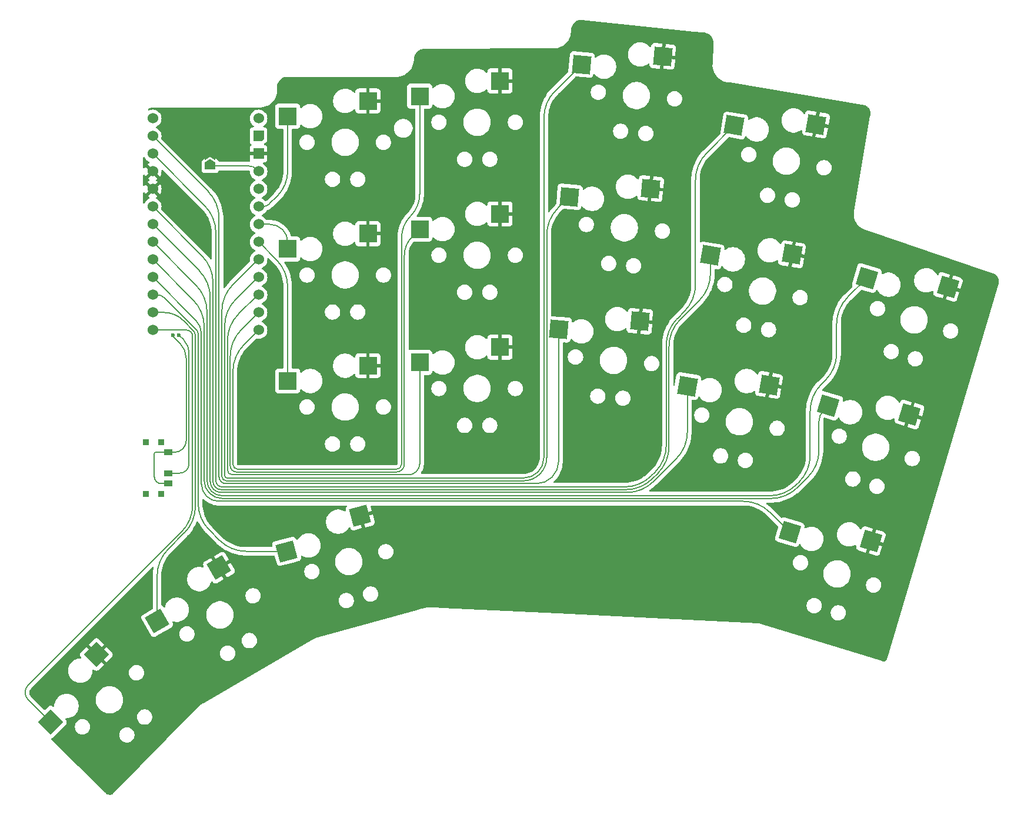
<source format=gbr>
%TF.GenerationSoftware,KiCad,Pcbnew,8.0.0*%
%TF.CreationDate,2024-06-08T15:09:40+02:00*%
%TF.ProjectId,goos-left,676f6f73-2d6c-4656-9674-2e6b69636164,rev?*%
%TF.SameCoordinates,Original*%
%TF.FileFunction,Copper,L1,Top*%
%TF.FilePolarity,Positive*%
%FSLAX46Y46*%
G04 Gerber Fmt 4.6, Leading zero omitted, Abs format (unit mm)*
G04 Created by KiCad (PCBNEW 8.0.0) date 2024-06-08 15:09:40*
%MOMM*%
%LPD*%
G01*
G04 APERTURE LIST*
G04 Aperture macros list*
%AMRotRect*
0 Rectangle, with rotation*
0 The origin of the aperture is its center*
0 $1 length*
0 $2 width*
0 $3 Rotation angle, in degrees counterclockwise*
0 Add horizontal line*
21,1,$1,$2,0,0,$3*%
%AMOutline5P*
0 Free polygon, 5 corners , with rotation*
0 The origin of the aperture is its center*
0 number of corners: always 5*
0 $1 to $10 corner X, Y*
0 $11 Rotation angle, in degrees counterclockwise*
0 create outline with 5 corners*
4,1,5,$1,$2,$3,$4,$5,$6,$7,$8,$9,$10,$1,$2,$11*%
%AMOutline6P*
0 Free polygon, 6 corners , with rotation*
0 The origin of the aperture is its center*
0 number of corners: always 6*
0 $1 to $12 corner X, Y*
0 $13 Rotation angle, in degrees counterclockwise*
0 create outline with 6 corners*
4,1,6,$1,$2,$3,$4,$5,$6,$7,$8,$9,$10,$11,$12,$1,$2,$13*%
%AMOutline7P*
0 Free polygon, 7 corners , with rotation*
0 The origin of the aperture is its center*
0 number of corners: always 7*
0 $1 to $14 corner X, Y*
0 $15 Rotation angle, in degrees counterclockwise*
0 create outline with 7 corners*
4,1,7,$1,$2,$3,$4,$5,$6,$7,$8,$9,$10,$11,$12,$13,$14,$1,$2,$15*%
%AMOutline8P*
0 Free polygon, 8 corners , with rotation*
0 The origin of the aperture is its center*
0 number of corners: always 8*
0 $1 to $16 corner X, Y*
0 $17 Rotation angle, in degrees counterclockwise*
0 create outline with 8 corners*
4,1,8,$1,$2,$3,$4,$5,$6,$7,$8,$9,$10,$11,$12,$13,$14,$15,$16,$1,$2,$17*%
%AMFreePoly0*
4,1,6,1.000000,0.000000,0.500000,-0.750000,-0.500000,-0.750000,-0.500000,0.750000,0.500000,0.750000,1.000000,0.000000,1.000000,0.000000,$1*%
%AMFreePoly1*
4,1,6,0.500000,-0.750000,-0.650000,-0.750000,-0.150000,0.000000,-0.650000,0.750000,0.500000,0.750000,0.500000,-0.750000,0.500000,-0.750000,$1*%
G04 Aperture macros list end*
%TA.AperFunction,SMDPad,CuDef*%
%ADD10R,0.900000X0.900000*%
%TD*%
%TA.AperFunction,SMDPad,CuDef*%
%ADD11R,1.250000X0.900000*%
%TD*%
%TA.AperFunction,SMDPad,CuDef*%
%ADD12R,2.600000X2.600000*%
%TD*%
%TA.AperFunction,SMDPad,CuDef*%
%ADD13RotRect,2.600000X2.600000X15.000000*%
%TD*%
%TA.AperFunction,SMDPad,CuDef*%
%ADD14RotRect,2.600000X2.600000X350.000000*%
%TD*%
%TA.AperFunction,SMDPad,CuDef*%
%ADD15RotRect,2.600000X2.600000X45.000000*%
%TD*%
%TA.AperFunction,ComponentPad*%
%ADD16C,1.524000*%
%TD*%
%TA.AperFunction,ComponentPad*%
%ADD17Outline5P,-0.762000X0.457200X-0.457200X0.762000X0.762000X0.762000X0.762000X-0.762000X-0.762000X-0.762000X180.000000*%
%TD*%
%TA.AperFunction,ComponentPad*%
%ADD18R,1.524000X1.524000*%
%TD*%
%TA.AperFunction,SMDPad,CuDef*%
%ADD19FreePoly0,90.000000*%
%TD*%
%TA.AperFunction,SMDPad,CuDef*%
%ADD20FreePoly1,90.000000*%
%TD*%
%TA.AperFunction,SMDPad,CuDef*%
%ADD21RotRect,2.600000X2.600000X343.000000*%
%TD*%
%TA.AperFunction,SMDPad,CuDef*%
%ADD22RotRect,2.600000X2.600000X30.000000*%
%TD*%
%TA.AperFunction,SMDPad,CuDef*%
%ADD23RotRect,2.600000X2.600000X355.000000*%
%TD*%
%TA.AperFunction,ViaPad*%
%ADD24C,0.600000*%
%TD*%
%TA.AperFunction,Conductor*%
%ADD25C,0.200000*%
%TD*%
G04 APERTURE END LIST*
D10*
%TO.P,S1,*%
%TO.N,*%
X73290210Y-106855554D03*
X75490210Y-106855554D03*
X73290210Y-99455554D03*
X75490210Y-99455554D03*
D11*
%TO.P,S1,1,SW*%
%TO.N,Net-(J1-B+)*%
X76465210Y-100905554D03*
%TO.P,S1,2,SW*%
%TO.N,Net-(U1-B+)*%
X76465210Y-103905554D03*
%TO.P,S1,3,SW*%
%TO.N,Net-(J1-B+)*%
X76465210Y-105405554D03*
%TD*%
D12*
%TO.P,S15,1,SW*%
%TO.N,GND*%
X105244710Y-69417491D03*
%TO.P,S15,2,SW*%
%TO.N,D20*%
X93694710Y-71617491D03*
%TD*%
D13*
%TO.P,S17,1,SW*%
%TO.N,GND*%
X104123644Y-110040663D03*
%TO.P,S17,2,SW*%
%TO.N,D7*%
X93536602Y-115155060D03*
%TD*%
D12*
%TO.P,S13,1,SW*%
%TO.N,GND*%
X124245710Y-85752804D03*
%TO.P,S13,2,SW*%
%TO.N,D14*%
X112695710Y-87952804D03*
%TD*%
D14*
%TO.P,S5,1,SW*%
%TO.N,GND*%
X169740991Y-53684935D03*
%TO.P,S5,2,SW*%
%TO.N,D0*%
X157984436Y-53845875D03*
%TD*%
D15*
%TO.P,S19,1,SW*%
%TO.N,GND*%
X66158699Y-130012494D03*
%TO.P,S19,2,SW*%
%TO.N,D9*%
X59547251Y-139735212D03*
%TD*%
D16*
%TO.P,U1,1,B-*%
%TO.N,Net-(J1-B-)*%
X74261710Y-52825554D03*
%TO.P,U1,2,P01*%
%TO.N,D1*%
X74261710Y-55365554D03*
%TO.P,U1,3,P00*%
%TO.N,D0*%
X74261710Y-57905554D03*
%TO.P,U1,4,GND*%
%TO.N,GND*%
X74261710Y-60445554D03*
%TO.P,U1,5,GND*%
X74261710Y-62985554D03*
%TO.P,U1,6,P02*%
%TO.N,D2*%
X74261710Y-65525554D03*
%TO.P,U1,7,P03*%
%TO.N,D3*%
X74261710Y-68065554D03*
%TO.P,U1,8,P04*%
%TO.N,D4*%
X74261710Y-70605554D03*
%TO.P,U1,9,P05*%
%TO.N,D5*%
X74261710Y-73145554D03*
%TO.P,U1,10,P06*%
%TO.N,D6*%
X74261710Y-75685554D03*
%TO.P,U1,11,P07*%
%TO.N,D7*%
X74261710Y-78225554D03*
%TO.P,U1,12,P08*%
%TO.N,D8*%
X74261710Y-80765554D03*
%TO.P,U1,13,P09*%
%TO.N,D9*%
X74261710Y-83305554D03*
%TO.P,U1,14,B+*%
%TO.N,Net-(U1-B+)*%
X89501710Y-52825554D03*
D17*
%TO.P,U1,15,RAW*%
%TO.N,unconnected-(U1-RAW-Pad15)*%
X89501710Y-55365554D03*
D18*
%TO.P,U1,16,GND*%
%TO.N,GND*%
X89501710Y-57905554D03*
D16*
%TO.P,U1,17,RST*%
%TO.N,RESET*%
X89501710Y-60445554D03*
%TO.P,U1,18,VCC*%
%TO.N,unconnected-(U1-VCC-Pad18)*%
X89501710Y-62985554D03*
%TO.P,U1,19,P21*%
%TO.N,D21*%
X89501710Y-65525554D03*
%TO.P,U1,20,P20*%
%TO.N,D20*%
X89501710Y-68065554D03*
%TO.P,U1,21,P19*%
%TO.N,D19*%
X89501710Y-70605554D03*
%TO.P,U1,22,P18*%
%TO.N,D18*%
X89501710Y-73145554D03*
%TO.P,U1,23,P15*%
%TO.N,D15*%
X89501710Y-75685554D03*
%TO.P,U1,24,P14*%
%TO.N,D14*%
X89501710Y-78225554D03*
%TO.P,U1,25,P16*%
%TO.N,D16*%
X89501710Y-80765554D03*
%TO.P,U1,26,P10*%
%TO.N,D10*%
X89501710Y-83305554D03*
%TD*%
D19*
%TO.P,RST,1,A*%
%TO.N,RESET*%
X82550000Y-59690000D03*
D20*
%TO.P,RST,2,B*%
%TO.N,GND*%
X82550000Y-58240000D03*
%TD*%
D14*
%TO.P,S7,1,SW*%
%TO.N,GND*%
X162988662Y-91204646D03*
%TO.P,S7,2,SW*%
%TO.N,D3*%
X151232107Y-91365586D03*
%TD*%
D12*
%TO.P,S16,1,SW*%
%TO.N,GND*%
X105244710Y-88428304D03*
%TO.P,S16,2,SW*%
%TO.N,D19*%
X93694710Y-90628304D03*
%TD*%
D21*
%TO.P,S2,1,SW*%
%TO.N,GND*%
X188751720Y-77083058D03*
%TO.P,S2,2,SW*%
%TO.N,D4*%
X177063182Y-75810035D03*
%TD*%
D22*
%TO.P,S18,1,SW*%
%TO.N,GND*%
X83811882Y-117518868D03*
%TO.P,S18,2,SW*%
%TO.N,D8*%
X74909289Y-125199124D03*
%TD*%
D21*
%TO.P,S4,1,SW*%
%TO.N,GND*%
X177656230Y-113671396D03*
%TO.P,S4,2,SW*%
%TO.N,D6*%
X165967692Y-112398373D03*
%TD*%
D12*
%TO.P,S11,1,SW*%
%TO.N,GND*%
X124245710Y-47420554D03*
%TO.P,S11,2,SW*%
%TO.N,D10*%
X112695710Y-49620554D03*
%TD*%
D23*
%TO.P,S9,1,SW*%
%TO.N,GND*%
X145941324Y-62923631D03*
%TO.P,S9,2,SW*%
%TO.N,D18*%
X134243533Y-64108610D03*
%TD*%
%TO.P,S8,1,SW*%
%TO.N,GND*%
X147683609Y-43886690D03*
%TO.P,S8,2,SW*%
%TO.N,D15*%
X135985818Y-45071669D03*
%TD*%
%TO.P,S10,1,SW*%
%TO.N,GND*%
X144391324Y-82013631D03*
%TO.P,S10,2,SW*%
%TO.N,D1*%
X132693533Y-83198610D03*
%TD*%
D12*
%TO.P,S14,1,SW*%
%TO.N,GND*%
X105244710Y-50310554D03*
%TO.P,S14,2,SW*%
%TO.N,D21*%
X93694710Y-52510554D03*
%TD*%
D14*
%TO.P,S6,1,SW*%
%TO.N,GND*%
X166308662Y-72384646D03*
%TO.P,S6,2,SW*%
%TO.N,D2*%
X154552107Y-72545586D03*
%TD*%
D12*
%TO.P,S12,1,SW*%
%TO.N,GND*%
X124245710Y-66576441D03*
%TO.P,S12,2,SW*%
%TO.N,D16*%
X112695710Y-68776441D03*
%TD*%
D21*
%TO.P,S3,1,SW*%
%TO.N,GND*%
X183206230Y-95441396D03*
%TO.P,S3,2,SW*%
%TO.N,D5*%
X171517692Y-94168373D03*
%TD*%
D24*
%TO.N,Net-(J1-B+)*%
X77199997Y-84000000D03*
%TO.N,GND*%
X85000000Y-57000000D03*
%TO.N,Net-(U1-B+)*%
X78000000Y-84000000D03*
%TD*%
D25*
%TO.N,Net-(J1-B+)*%
X79100000Y-87443505D02*
X79100000Y-99188965D01*
X74500000Y-104422949D02*
X74500000Y-101066783D01*
X78149998Y-85149998D02*
X77270706Y-84270706D01*
X76465210Y-100905554D02*
X77383411Y-100905554D01*
X77199997Y-84000000D02*
X77199997Y-84099998D01*
X74661229Y-100905554D02*
X76465210Y-100905554D01*
X75482605Y-105405554D02*
X76465210Y-105405554D01*
X78149997Y-85149999D02*
G75*
G02*
X79099998Y-87443505I-2293497J-2293501D01*
G01*
X78597223Y-100402777D02*
G75*
G02*
X77383411Y-100905572I-1213823J1213777D01*
G01*
X74500000Y-104422949D02*
G75*
G03*
X75482605Y-105405500I982600J49D01*
G01*
X74547223Y-100952777D02*
G75*
G03*
X74499980Y-101066783I113977J-114023D01*
G01*
X79100000Y-99188965D02*
G75*
G02*
X78597243Y-100402796I-1716600J-35D01*
G01*
X74661229Y-100905554D02*
G75*
G03*
X74547205Y-100952759I-29J-161246D01*
G01*
X77199997Y-84099998D02*
G75*
G03*
X77270708Y-84270704I241403J-2D01*
G01*
%TO.N,RESET*%
X88211898Y-59690000D02*
X82550000Y-59690000D01*
X89123933Y-60067777D02*
X89501710Y-60445554D01*
X89123933Y-60067777D02*
G75*
G03*
X88211898Y-59689998I-912033J-912023D01*
G01*
%TO.N,Net-(U1-B+)*%
X79500000Y-86560660D02*
X79500000Y-102547458D01*
X78141904Y-103905554D02*
X76465210Y-103905554D01*
X78000000Y-84000000D02*
X78750000Y-84750000D01*
X78750000Y-84750000D02*
G75*
G02*
X79500016Y-86560660I-1810700J-1810700D01*
G01*
X79500000Y-102547458D02*
G75*
G02*
X79102245Y-103507799I-1358100J-42D01*
G01*
X79102223Y-103507777D02*
G75*
G02*
X78141904Y-103905569I-960323J960277D01*
G01*
%TO.N,D4*%
X174313792Y-78559424D02*
X177063182Y-75810035D01*
X80486207Y-76830051D02*
X74261710Y-70605554D01*
X168910000Y-101320350D02*
X168910000Y-94963963D01*
X163080350Y-107150000D02*
X84277314Y-107150000D01*
X171126206Y-90493792D02*
X170503792Y-91116207D01*
X166928106Y-105556206D02*
X167316207Y-105168106D01*
X172720000Y-86646036D02*
X172720000Y-82407180D01*
X82080000Y-80677807D02*
X82080000Y-104952685D01*
X82723578Y-106506421D02*
G75*
G03*
X84277314Y-107149994I1553722J1553721D01*
G01*
X168910000Y-101320350D02*
G75*
G02*
X167316193Y-105168092I-5441600J50D01*
G01*
X80486206Y-76830052D02*
G75*
G02*
X82079979Y-80677807I-3847806J-3847748D01*
G01*
X170503793Y-91116208D02*
G75*
G03*
X168909960Y-94963963I3847707J-3847792D01*
G01*
X172720000Y-86646036D02*
G75*
G02*
X171126199Y-90493785I-5441600J36D01*
G01*
X82080000Y-104952685D02*
G75*
G03*
X82723574Y-106506425I2197300J-15D01*
G01*
X166928106Y-105556206D02*
G75*
G02*
X163080350Y-107150019I-3847806J3847806D01*
G01*
X174313793Y-78559425D02*
G75*
G03*
X172719972Y-82407180I3847707J-3847775D01*
G01*
%TO.N,D5*%
X170180000Y-96451956D02*
X170180000Y-100616036D01*
X163246036Y-107550000D02*
X84277313Y-107550000D01*
X170848846Y-94837219D02*
X171517692Y-94168373D01*
X167093792Y-105956206D02*
X168586207Y-104463792D01*
X81680000Y-82817807D02*
X81680000Y-104952686D01*
X80086207Y-78970051D02*
X74261710Y-73145554D01*
X170848846Y-94837219D02*
G75*
G03*
X170179974Y-96451956I1614754J-1614781D01*
G01*
X170180000Y-100616036D02*
G75*
G02*
X168586200Y-104463785I-5441600J36D01*
G01*
X80086206Y-78970052D02*
G75*
G02*
X81679979Y-82817807I-3847806J-3847748D01*
G01*
X167093792Y-105956206D02*
G75*
G02*
X163246036Y-107550009I-3847792J3847806D01*
G01*
X82440735Y-106789264D02*
G75*
G03*
X84277313Y-107549994I1836565J1836564D01*
G01*
X81680000Y-104952686D02*
G75*
G03*
X82440731Y-106789268I2597300J-14D01*
G01*
%TO.N,D6*%
X163113111Y-109543792D02*
X165967692Y-112398373D01*
X81280000Y-105440553D02*
X81280000Y-83855821D01*
X80465429Y-81889273D02*
X74261710Y-75685554D01*
X83789446Y-107950000D02*
X159265355Y-107950000D01*
X80465429Y-81889273D02*
G75*
G02*
X81279990Y-83855821I-1966529J-1966527D01*
G01*
X82015000Y-107215000D02*
G75*
G03*
X83789446Y-107949980I1774400J1774400D01*
G01*
X163113111Y-109543792D02*
G75*
G03*
X159265355Y-107950047I-3847711J-3847808D01*
G01*
X81280000Y-105440553D02*
G75*
G03*
X82014986Y-107215014I2509400J-47D01*
G01*
%TO.N,D0*%
X83350000Y-104975233D02*
X83350000Y-69247807D01*
X152400000Y-76756054D02*
X152400000Y-61684274D01*
X81756207Y-65400051D02*
X74261710Y-57905554D01*
X84254766Y-105880000D02*
X142194664Y-105880000D01*
X149783792Y-81626224D02*
X150806207Y-80603810D01*
X148190000Y-85473981D02*
X148190000Y-99884664D01*
X153993792Y-57836518D02*
X157984436Y-53845875D01*
X146596206Y-103732420D02*
X146042420Y-104286207D01*
X83615001Y-105614999D02*
G75*
G03*
X84254766Y-105880013I639799J639799D01*
G01*
X146042420Y-104286207D02*
G75*
G02*
X142194664Y-105879959I-3847720J3847807D01*
G01*
X83350000Y-104975233D02*
G75*
G03*
X83615010Y-105614990I904800J33D01*
G01*
X152400000Y-76756054D02*
G75*
G02*
X150806191Y-80603794I-5441600J54D01*
G01*
X149783792Y-81626224D02*
G75*
G03*
X148190001Y-85473981I3847808J-3847776D01*
G01*
X81756206Y-65400052D02*
G75*
G02*
X83349979Y-69247807I-3847806J-3847748D01*
G01*
X148190000Y-99884664D02*
G75*
G02*
X146596235Y-103732449I-5441600J-36D01*
G01*
X153993792Y-57836518D02*
G75*
G03*
X152399967Y-61684274I3847708J-3847782D01*
G01*
%TO.N,D2*%
X152958314Y-79017389D02*
X150183792Y-81791911D01*
X154552107Y-75169633D02*
X154552107Y-72545586D01*
X81356207Y-72620051D02*
X74261710Y-65525554D01*
X148590000Y-85639667D02*
X148590000Y-100050350D01*
X142360350Y-106280000D02*
X84108321Y-106280000D01*
X82950000Y-76467807D02*
X82950000Y-105121678D01*
X146208106Y-104686206D02*
X146996207Y-103898106D01*
X150183792Y-81791911D02*
G75*
G03*
X148589962Y-85639667I3847708J-3847789D01*
G01*
X81356206Y-72620052D02*
G75*
G02*
X82949979Y-76467807I-3847806J-3847748D01*
G01*
X82950000Y-105121678D02*
G75*
G03*
X83289258Y-105940741I1158300J-22D01*
G01*
X154552107Y-75169633D02*
G75*
G02*
X152958310Y-79017385I-5441607J33D01*
G01*
X148590000Y-100050350D02*
G75*
G02*
X146996193Y-103898092I-5441600J50D01*
G01*
X83289264Y-105940735D02*
G75*
G03*
X84108321Y-106279991I819036J819035D01*
G01*
X146208106Y-104686206D02*
G75*
G02*
X142360350Y-106280019I-3847806J3847806D01*
G01*
%TO.N,D3*%
X80956207Y-74760051D02*
X74261710Y-68065554D01*
X142526036Y-106680000D02*
X84108320Y-106680000D01*
X82550000Y-78607807D02*
X82550000Y-105121679D01*
X146373792Y-105086207D02*
X149638314Y-101821685D01*
X151232107Y-97973929D02*
X151232107Y-91365586D01*
X151232107Y-97973929D02*
G75*
G02*
X149638312Y-101821683I-5441607J29D01*
G01*
X80956206Y-74760052D02*
G75*
G02*
X82549979Y-78607807I-3847806J-3847748D01*
G01*
X146373792Y-105086207D02*
G75*
G02*
X142526036Y-106680010I-3847792J3847807D01*
G01*
X83006421Y-106223578D02*
G75*
G03*
X84108320Y-106679991I1101879J1101878D01*
G01*
X82550000Y-105121679D02*
G75*
G03*
X83006415Y-106223584I1558300J-21D01*
G01*
%TO.N,D15*%
X89458078Y-75685554D02*
X89501710Y-75685554D01*
X132178969Y-48878517D02*
X135985818Y-45071669D01*
X130585177Y-101639634D02*
X130585177Y-52726273D01*
X127614811Y-104610000D02*
X85022341Y-104610000D01*
X84620000Y-104207658D02*
X84620000Y-82733963D01*
X86213792Y-78886207D02*
X89383593Y-75716406D01*
X84620000Y-104207658D02*
G75*
G03*
X84737831Y-104492169I402300J-42D01*
G01*
X132178969Y-48878517D02*
G75*
G03*
X130585150Y-52726273I3847731J-3847783D01*
G01*
X84737844Y-104492156D02*
G75*
G03*
X85022341Y-104609982I284456J284456D01*
G01*
X130585177Y-101639634D02*
G75*
G02*
X129715162Y-103739985I-2970377J34D01*
G01*
X86213793Y-78886208D02*
G75*
G03*
X84619960Y-82733963I3847707J-3847792D01*
G01*
X89458078Y-75685554D02*
G75*
G03*
X89383603Y-75716416I22J-105346D01*
G01*
X129715176Y-103739999D02*
G75*
G02*
X127614811Y-104609997I-2100376J2100399D01*
G01*
%TO.N,D18*%
X130985177Y-69620929D02*
X130985177Y-101655837D01*
X89458078Y-73145554D02*
X89501710Y-73145554D01*
X84220000Y-80593963D02*
X84220000Y-104361299D01*
X84868700Y-105010000D02*
X127631014Y-105010000D01*
X85813792Y-76746207D02*
X89383593Y-73176406D01*
X132578969Y-65773173D02*
X134243533Y-64108610D01*
X85813793Y-76746208D02*
G75*
G03*
X84219960Y-80593963I3847707J-3847792D01*
G01*
X89458078Y-73145554D02*
G75*
G03*
X89383603Y-73176416I22J-105346D01*
G01*
X132578969Y-65773173D02*
G75*
G03*
X130985190Y-69620929I3847731J-3847727D01*
G01*
X84220000Y-104361299D02*
G75*
G03*
X84410000Y-104820000I648700J-1D01*
G01*
X130002765Y-104027588D02*
G75*
G02*
X127631014Y-105009998I-2371765J2371788D01*
G01*
X84410001Y-104819999D02*
G75*
G03*
X84868700Y-105009999I458699J458699D01*
G01*
X130985177Y-101655837D02*
G75*
G02*
X130002750Y-104027573I-3354177J37D01*
G01*
%TO.N,D1*%
X129478141Y-105410000D02*
X84827193Y-105410000D01*
X132693533Y-102194608D02*
X132693533Y-83198610D01*
X82226207Y-63330051D02*
X74261710Y-55365554D01*
X83820000Y-67177807D02*
X83820000Y-104402806D01*
X132693533Y-102194608D02*
G75*
G02*
X131751771Y-104468238I-3215433J8D01*
G01*
X131751765Y-104468232D02*
G75*
G02*
X129478141Y-105410025I-2273665J2273632D01*
G01*
X83820000Y-104402806D02*
G75*
G03*
X84115002Y-105114998I1007200J6D01*
G01*
X84115001Y-105114999D02*
G75*
G03*
X84827193Y-105410002I712199J712199D01*
G01*
X82226206Y-63330052D02*
G75*
G02*
X83819979Y-67177807I-3847806J-3847748D01*
G01*
%TO.N,D10*%
X86524767Y-103340000D02*
X109355944Y-103340000D01*
X87413792Y-85393471D02*
X89501710Y-83305554D01*
X112695710Y-63733925D02*
X112695710Y-49620554D01*
X110090000Y-102605944D02*
X110090000Y-70024666D01*
X85820000Y-89241227D02*
X85820000Y-102635232D01*
X86026421Y-103133578D02*
G75*
G03*
X86524767Y-103340013I498379J498378D01*
G01*
X110090000Y-102605944D02*
G75*
G02*
X109874987Y-103124987I-734100J44D01*
G01*
X87413792Y-85393471D02*
G75*
G03*
X85820005Y-89241227I3847708J-3847729D01*
G01*
X112695710Y-63733925D02*
G75*
G02*
X111392839Y-66879280I-4448210J25D01*
G01*
X85820000Y-102635232D02*
G75*
G03*
X86026431Y-103133568I704800J32D01*
G01*
X111392855Y-66879296D02*
G75*
G03*
X110089969Y-70024666I3145345J-3145404D01*
G01*
X109875000Y-103125000D02*
G75*
G02*
X109355944Y-103340018I-519100J519100D01*
G01*
%TO.N,D16*%
X85420000Y-102818162D02*
X85420000Y-87101227D01*
X110490000Y-72541823D02*
X110490000Y-102605945D01*
X109355945Y-103740000D02*
X86341837Y-103740000D01*
X111592855Y-69879296D02*
X112695710Y-68776441D01*
X87013792Y-83253471D02*
X89501710Y-80765554D01*
X85420000Y-102818162D02*
G75*
G03*
X85689989Y-103470011I921800J-38D01*
G01*
X110490000Y-102605945D02*
G75*
G02*
X110157830Y-103407830I-1134100J45D01*
G01*
X111592855Y-69879296D02*
G75*
G03*
X110490022Y-72541823I2662545J-2662504D01*
G01*
X85690000Y-103470000D02*
G75*
G03*
X86341837Y-103739984I651800J651800D01*
G01*
X87013792Y-83253471D02*
G75*
G03*
X85420005Y-87101227I3847708J-3847729D01*
G01*
X110157843Y-103407843D02*
G75*
G02*
X109355945Y-103740018I-801943J801943D01*
G01*
%TO.N,D14*%
X89440578Y-78225554D02*
X89501710Y-78225554D01*
X86613792Y-80991206D02*
X89336219Y-78268780D01*
X85020000Y-84838963D02*
X85020000Y-103423015D01*
X112695710Y-102542643D02*
X112695710Y-87952804D01*
X111098353Y-104140000D02*
X85736984Y-104140000D01*
X89440578Y-78225554D02*
G75*
G03*
X89336239Y-78268800I22J-147546D01*
G01*
X85020000Y-103423015D02*
G75*
G03*
X85230004Y-103929996I717000J15D01*
G01*
X112695710Y-102542643D02*
G75*
G02*
X112227844Y-103672134I-1597410J43D01*
G01*
X112227855Y-103672145D02*
G75*
G02*
X111098353Y-104139954I-1129455J1129545D01*
G01*
X86613792Y-80991206D02*
G75*
G03*
X85019988Y-84838963I3847808J-3847794D01*
G01*
X85230000Y-103930000D02*
G75*
G03*
X85736984Y-104140006I507000J507000D01*
G01*
%TO.N,D21*%
X90093078Y-65525554D02*
X89501710Y-65525554D01*
X91102606Y-65107393D02*
X92189578Y-64020422D01*
X93694710Y-60386711D02*
X93694710Y-52510554D01*
X93694710Y-60386711D02*
G75*
G02*
X92189565Y-64020409I-5138810J11D01*
G01*
X91102605Y-65107392D02*
G75*
G02*
X90093078Y-65525547I-1009505J1009492D01*
G01*
%TO.N,D20*%
X91135490Y-68065554D02*
X89501710Y-68065554D01*
X92968942Y-68838942D02*
X92945132Y-68815132D01*
X93694710Y-70591100D02*
X93694710Y-71617491D01*
X92945132Y-68815132D02*
G75*
G03*
X91135490Y-68065569I-1809632J-1809668D01*
G01*
X92968942Y-68838942D02*
G75*
G02*
X93694714Y-70591100I-1752142J-1752158D01*
G01*
%TO.N,D19*%
X92100917Y-73204761D02*
X89501710Y-70605554D01*
X93694710Y-77052517D02*
X93694710Y-90628304D01*
X92100917Y-73204761D02*
G75*
G02*
X93694709Y-77052517I-3847717J-3847739D01*
G01*
%TO.N,D7*%
X80560350Y-83238978D02*
X76001318Y-78679946D01*
X74904318Y-78225554D02*
X74261710Y-78225554D01*
X83881267Y-113561267D02*
X82403792Y-112083792D01*
X87729023Y-115155060D02*
X93536602Y-115155060D01*
X80810000Y-83841687D02*
X80810000Y-108236036D01*
X80560350Y-83238978D02*
G75*
G02*
X80809997Y-83841687I-602750J-602722D01*
G01*
X76001318Y-78679946D02*
G75*
G03*
X74904318Y-78225528I-1097018J-1096954D01*
G01*
X83881267Y-113561267D02*
G75*
G03*
X87729023Y-115155040I3847733J3847767D01*
G01*
X80810000Y-108236036D02*
G75*
G03*
X82403800Y-112083784I5441600J36D01*
G01*
%TO.N,D8*%
X74909289Y-118680952D02*
X74909289Y-125199124D01*
X75891475Y-80765554D02*
X74261710Y-80765554D01*
X80410000Y-83983002D02*
X80410000Y-108672313D01*
X78673657Y-81917971D02*
X80177583Y-83421897D01*
X76503081Y-114833195D02*
X78816207Y-112520069D01*
X80177583Y-83421897D02*
G75*
G02*
X80410005Y-83983002I-561083J-561103D01*
G01*
X78673657Y-81917971D02*
G75*
G03*
X75891475Y-80765556I-2782157J-2782129D01*
G01*
X80410000Y-108672313D02*
G75*
G02*
X78816211Y-112520073I-5441600J13D01*
G01*
X76503081Y-114833195D02*
G75*
G03*
X74909243Y-118680952I3847719J-3847805D01*
G01*
%TO.N,D9*%
X78416207Y-112354384D02*
X56321608Y-134448983D01*
X79131650Y-83305554D02*
X74261710Y-83305554D01*
X80010000Y-108506628D02*
X80010000Y-84183768D01*
X56321608Y-136509569D02*
X59547251Y-139735212D01*
X80010000Y-108506628D02*
G75*
G02*
X78416204Y-112354381I-5441600J28D01*
G01*
X79752777Y-83562777D02*
G75*
G02*
X80010026Y-84183768I-620977J-621023D01*
G01*
X55894847Y-135479276D02*
G75*
G03*
X56321596Y-136509581I1457053J-24D01*
G01*
X79752777Y-83562777D02*
G75*
G03*
X79131650Y-83305591I-621077J-621323D01*
G01*
X56321608Y-134448983D02*
G75*
G03*
X55894830Y-135479276I1030292J-1030317D01*
G01*
%TD*%
%TA.AperFunction,Conductor*%
%TO.N,GND*%
G36*
X135990895Y-38613364D02*
G01*
X152216408Y-40305786D01*
X153391314Y-40428336D01*
X153410548Y-40431894D01*
X153426468Y-40436160D01*
X153426472Y-40436161D01*
X153459905Y-40436161D01*
X153472737Y-40436828D01*
X153505999Y-40440299D01*
X153506005Y-40440298D01*
X153509013Y-40440217D01*
X153533930Y-40439138D01*
X153696923Y-40450802D01*
X153714429Y-40453320D01*
X153906144Y-40495032D01*
X153923115Y-40500015D01*
X154106959Y-40568591D01*
X154123049Y-40575940D01*
X154295256Y-40669978D01*
X154310138Y-40679543D01*
X154467203Y-40797124D01*
X154480572Y-40808708D01*
X154619317Y-40947457D01*
X154630897Y-40960823D01*
X154748480Y-41117899D01*
X154758044Y-41132781D01*
X154852073Y-41304981D01*
X154859423Y-41321075D01*
X154927992Y-41504916D01*
X154932976Y-41521890D01*
X154974684Y-41713608D01*
X154977202Y-41731120D01*
X154991089Y-41925254D01*
X154991297Y-41939277D01*
X154861129Y-45054925D01*
X154858706Y-45070778D01*
X154858873Y-45070800D01*
X154857813Y-45078852D01*
X154857813Y-45131707D01*
X154857705Y-45136881D01*
X154855500Y-45189675D01*
X154856224Y-45197773D01*
X154856029Y-45197790D01*
X154857765Y-45213500D01*
X154857766Y-45295992D01*
X154894235Y-45596303D01*
X154966633Y-45890012D01*
X155073906Y-46172854D01*
X155073909Y-46172860D01*
X155073910Y-46172862D01*
X155214496Y-46440716D01*
X155214501Y-46440723D01*
X155214503Y-46440727D01*
X155386338Y-46689666D01*
X155386339Y-46689667D01*
X155386341Y-46689669D01*
X155386343Y-46689672D01*
X155586945Y-46916100D01*
X155813377Y-47116696D01*
X156062337Y-47288537D01*
X156330195Y-47429116D01*
X156330201Y-47429118D01*
X156330205Y-47429120D01*
X156598951Y-47531039D01*
X156613045Y-47536384D01*
X156906762Y-47608776D01*
X157207064Y-47645237D01*
X157305627Y-47645236D01*
X157326402Y-47646989D01*
X176804563Y-50957196D01*
X176832620Y-50965464D01*
X176965832Y-51022548D01*
X176983989Y-51032182D01*
X177068469Y-51086430D01*
X177130783Y-51126444D01*
X177147102Y-51138948D01*
X177173486Y-51162885D01*
X177268378Y-51248978D01*
X177276309Y-51256173D01*
X177290336Y-51271201D01*
X177311317Y-51297793D01*
X177398392Y-51408155D01*
X177409745Y-51425295D01*
X177493691Y-51578228D01*
X177502055Y-51597007D01*
X177525991Y-51665538D01*
X177559579Y-51761705D01*
X177564725Y-51781605D01*
X177594245Y-51953547D01*
X177596032Y-51974026D01*
X177596739Y-52148474D01*
X177595118Y-52168970D01*
X177572571Y-52306981D01*
X177568778Y-52323232D01*
X177568212Y-52325080D01*
X177565657Y-52340346D01*
X177561409Y-52365720D01*
X177559413Y-52375304D01*
X177549423Y-52415266D01*
X177549423Y-52415268D01*
X177549570Y-52423950D01*
X177547886Y-52446509D01*
X175247690Y-66188144D01*
X175245673Y-66197813D01*
X175218694Y-66305476D01*
X175218692Y-66305486D01*
X175186073Y-66574990D01*
X175187173Y-66846446D01*
X175221971Y-67115663D01*
X175221975Y-67115682D01*
X175289929Y-67378482D01*
X175326825Y-67471523D01*
X175390001Y-67630835D01*
X175390003Y-67630838D01*
X175390006Y-67630846D01*
X175520624Y-67868791D01*
X175520626Y-67868794D01*
X175520628Y-67868797D01*
X175520631Y-67868802D01*
X175638583Y-68031763D01*
X175679799Y-68088706D01*
X175679804Y-68088712D01*
X175865041Y-68287144D01*
X175865046Y-68287149D01*
X176073481Y-68461036D01*
X176073488Y-68461041D01*
X176073494Y-68461046D01*
X176301925Y-68607716D01*
X176546801Y-68724885D01*
X176673367Y-68766996D01*
X176674047Y-68767226D01*
X195192421Y-75117509D01*
X195200966Y-75121038D01*
X195261225Y-75141132D01*
X195270841Y-75144788D01*
X195285158Y-75150923D01*
X195435943Y-75215537D01*
X195454099Y-75225171D01*
X195513202Y-75263123D01*
X195600894Y-75319434D01*
X195617213Y-75331938D01*
X195636739Y-75349653D01*
X195742512Y-75445618D01*
X195746420Y-75449163D01*
X195760447Y-75464191D01*
X195782707Y-75492404D01*
X195868504Y-75601146D01*
X195879856Y-75618286D01*
X195963804Y-75771220D01*
X195972169Y-75790000D01*
X196029690Y-75954692D01*
X196034837Y-75974595D01*
X196064360Y-76146539D01*
X196066147Y-76167020D01*
X196066855Y-76341469D01*
X196065234Y-76361965D01*
X196037237Y-76533338D01*
X196033724Y-76548660D01*
X180017806Y-130455634D01*
X180012755Y-130469537D01*
X180001412Y-130495766D01*
X179998298Y-130516887D01*
X179994491Y-130534108D01*
X179988412Y-130554571D01*
X179988261Y-130560160D01*
X179983833Y-130589811D01*
X179961356Y-130671208D01*
X179949711Y-130699338D01*
X179900882Y-130785503D01*
X179882736Y-130809945D01*
X179814384Y-130881618D01*
X179790828Y-130900903D01*
X179707075Y-130953760D01*
X179679528Y-130966725D01*
X179585414Y-130997583D01*
X179555543Y-131003445D01*
X179456752Y-131010443D01*
X179426350Y-131008850D01*
X179320922Y-130990164D01*
X179306098Y-130986584D01*
X179243348Y-130967278D01*
X179242779Y-130967142D01*
X161544618Y-125531604D01*
X161543177Y-125531151D01*
X161483858Y-125512139D01*
X161481754Y-125511784D01*
X161480291Y-125511528D01*
X161478316Y-125511170D01*
X161415985Y-125508913D01*
X161414478Y-125508849D01*
X132561436Y-124112241D01*
X171857830Y-124112241D01*
X171884950Y-124283467D01*
X171938520Y-124448342D01*
X171938521Y-124448345D01*
X171985342Y-124540235D01*
X172017228Y-124602814D01*
X172119129Y-124743068D01*
X172241716Y-124865655D01*
X172381970Y-124967556D01*
X172457732Y-125006158D01*
X172536438Y-125046262D01*
X172536441Y-125046263D01*
X172618878Y-125073048D01*
X172701318Y-125099834D01*
X172780621Y-125112394D01*
X172872543Y-125126954D01*
X172872548Y-125126954D01*
X173045917Y-125126954D01*
X173128925Y-125113806D01*
X173217142Y-125099834D01*
X173382021Y-125046262D01*
X173536490Y-124967556D01*
X173676744Y-124865655D01*
X173799331Y-124743068D01*
X173901232Y-124602814D01*
X173979938Y-124448345D01*
X174033510Y-124283466D01*
X174049831Y-124180418D01*
X174060630Y-124112241D01*
X174060630Y-123938866D01*
X174039740Y-123806977D01*
X174033510Y-123767642D01*
X173979938Y-123602763D01*
X173979938Y-123602762D01*
X173933330Y-123511290D01*
X173901232Y-123448294D01*
X173799331Y-123308040D01*
X173676744Y-123185453D01*
X173536490Y-123083552D01*
X173535713Y-123083156D01*
X173382021Y-123004845D01*
X173382018Y-123004844D01*
X173217143Y-122951274D01*
X173045917Y-122924154D01*
X173045912Y-122924154D01*
X172872548Y-122924154D01*
X172872543Y-122924154D01*
X172701316Y-122951274D01*
X172536441Y-123004844D01*
X172536438Y-123004845D01*
X172381969Y-123083552D01*
X172315867Y-123131579D01*
X172241716Y-123185453D01*
X172241714Y-123185455D01*
X172241713Y-123185455D01*
X172119131Y-123308037D01*
X172119131Y-123308038D01*
X172119129Y-123308040D01*
X172089296Y-123349101D01*
X172017228Y-123448293D01*
X171938521Y-123602762D01*
X171938520Y-123602765D01*
X171884950Y-123767640D01*
X171857830Y-123938866D01*
X171857830Y-124112241D01*
X132561436Y-124112241D01*
X115947088Y-123308037D01*
X115057536Y-123264978D01*
X115048650Y-123264228D01*
X114883390Y-123244249D01*
X114883388Y-123244248D01*
X114883381Y-123244248D01*
X114612370Y-123230149D01*
X114506327Y-123224633D01*
X114506307Y-123224633D01*
X114128824Y-123230824D01*
X113752592Y-123262798D01*
X113379436Y-123320399D01*
X113011103Y-123403358D01*
X112649284Y-123511292D01*
X112649282Y-123511293D01*
X112499003Y-123567556D01*
X112488333Y-123571009D01*
X97981868Y-127550835D01*
X97963218Y-127554443D01*
X97945427Y-127556487D01*
X97915651Y-127568247D01*
X97902915Y-127572495D01*
X97872041Y-127580966D01*
X97872035Y-127580968D01*
X97856545Y-127590035D01*
X97839457Y-127598349D01*
X97721013Y-127645122D01*
X97721004Y-127645125D01*
X97402237Y-127791395D01*
X97402215Y-127791406D01*
X97091782Y-127954696D01*
X96790613Y-128134521D01*
X96790606Y-128134526D01*
X96662286Y-128220887D01*
X96655309Y-128225254D01*
X81540244Y-137000179D01*
X81520130Y-137009559D01*
X81510941Y-137012879D01*
X81478041Y-137035802D01*
X81469415Y-137041298D01*
X81434728Y-137061436D01*
X81434726Y-137061437D01*
X81427791Y-137068406D01*
X81410788Y-137082672D01*
X81271474Y-137179728D01*
X81271451Y-137179746D01*
X80918694Y-137462261D01*
X80585550Y-137767678D01*
X80585535Y-137767692D01*
X80273504Y-138094641D01*
X80273491Y-138094655D01*
X80144843Y-138248863D01*
X80138148Y-138256262D01*
X68552782Y-150066688D01*
X68531531Y-150084021D01*
X68445249Y-150139741D01*
X68423636Y-150150862D01*
X68310553Y-150195646D01*
X68287192Y-150202336D01*
X68167545Y-150224198D01*
X68143326Y-150226202D01*
X68021717Y-150224302D01*
X67997568Y-150221542D01*
X67878668Y-150195956D01*
X67855524Y-150188539D01*
X67743893Y-150140246D01*
X67722640Y-150128456D01*
X67647501Y-150076536D01*
X67622580Y-150059316D01*
X67604035Y-150043606D01*
X67535569Y-149972972D01*
X67517757Y-149949592D01*
X67516924Y-149948177D01*
X67497222Y-149928814D01*
X67487069Y-149917533D01*
X67469893Y-149895924D01*
X67469892Y-149895923D01*
X67451961Y-149882645D01*
X67438838Y-149871432D01*
X59681731Y-142247559D01*
X59647716Y-142186529D01*
X59652096Y-142116796D01*
X59693482Y-142060502D01*
X59717138Y-142046328D01*
X59820620Y-141999069D01*
X59820620Y-141999068D01*
X59820624Y-141999067D01*
X59867307Y-141961448D01*
X60160954Y-141667801D01*
X69433937Y-141667801D01*
X69461057Y-141839027D01*
X69514627Y-142003902D01*
X69514628Y-142003905D01*
X69549915Y-142073158D01*
X69593335Y-142158374D01*
X69695236Y-142298628D01*
X69817823Y-142421215D01*
X69958077Y-142523116D01*
X70033839Y-142561718D01*
X70112545Y-142601822D01*
X70112548Y-142601823D01*
X70194985Y-142628608D01*
X70277425Y-142655394D01*
X70356728Y-142667954D01*
X70448650Y-142682514D01*
X70448655Y-142682514D01*
X70622024Y-142682514D01*
X70705032Y-142669366D01*
X70793249Y-142655394D01*
X70958128Y-142601822D01*
X71112597Y-142523116D01*
X71252851Y-142421215D01*
X71375438Y-142298628D01*
X71477339Y-142158374D01*
X71556045Y-142003905D01*
X71609617Y-141839026D01*
X71623589Y-141750809D01*
X71636737Y-141667801D01*
X71636737Y-141494426D01*
X71616497Y-141366642D01*
X71609617Y-141323202D01*
X71556045Y-141158323D01*
X71556045Y-141158322D01*
X71477338Y-141003853D01*
X71475920Y-141001901D01*
X71375438Y-140863600D01*
X71252851Y-140741013D01*
X71112597Y-140639112D01*
X70958128Y-140560405D01*
X70958125Y-140560404D01*
X70793250Y-140506834D01*
X70622024Y-140479714D01*
X70622019Y-140479714D01*
X70448655Y-140479714D01*
X70448650Y-140479714D01*
X70277423Y-140506834D01*
X70112548Y-140560404D01*
X70112545Y-140560405D01*
X69958076Y-140639112D01*
X69878056Y-140697250D01*
X69817823Y-140741013D01*
X69817821Y-140741015D01*
X69817820Y-140741015D01*
X69695238Y-140863597D01*
X69695238Y-140863598D01*
X69695236Y-140863600D01*
X69651473Y-140923833D01*
X69593335Y-141003853D01*
X69514628Y-141158322D01*
X69514627Y-141158325D01*
X69461057Y-141323200D01*
X69433937Y-141494426D01*
X69433937Y-141667801D01*
X60160954Y-141667801D01*
X61317425Y-140511328D01*
X63059723Y-140511328D01*
X63086843Y-140682554D01*
X63140413Y-140847429D01*
X63140414Y-140847432D01*
X63219121Y-141001901D01*
X63321022Y-141142155D01*
X63443609Y-141264742D01*
X63583863Y-141366643D01*
X63659625Y-141405245D01*
X63738331Y-141445349D01*
X63738334Y-141445350D01*
X63820771Y-141472135D01*
X63903211Y-141498921D01*
X63982514Y-141511481D01*
X64074436Y-141526041D01*
X64074441Y-141526041D01*
X64247810Y-141526041D01*
X64330818Y-141512893D01*
X64419035Y-141498921D01*
X64583914Y-141445349D01*
X64738383Y-141366643D01*
X64878637Y-141264742D01*
X65001224Y-141142155D01*
X65103125Y-141001901D01*
X65181831Y-140847432D01*
X65235403Y-140682553D01*
X65254749Y-140560406D01*
X65262523Y-140511328D01*
X65262523Y-140337953D01*
X65246745Y-140238343D01*
X65235403Y-140166729D01*
X65208617Y-140084289D01*
X65181832Y-140001852D01*
X65181831Y-140001849D01*
X65141727Y-139923143D01*
X65103125Y-139847381D01*
X65001224Y-139707127D01*
X64878637Y-139584540D01*
X64738383Y-139482639D01*
X64697557Y-139461837D01*
X64583914Y-139403932D01*
X64583911Y-139403931D01*
X64419036Y-139350361D01*
X64247810Y-139323241D01*
X64247805Y-139323241D01*
X64074441Y-139323241D01*
X64074436Y-139323241D01*
X63903209Y-139350361D01*
X63738334Y-139403931D01*
X63738331Y-139403932D01*
X63583862Y-139482639D01*
X63503842Y-139540777D01*
X63443609Y-139584540D01*
X63443607Y-139584542D01*
X63443606Y-139584542D01*
X63321024Y-139707124D01*
X63321024Y-139707125D01*
X63321022Y-139707127D01*
X63300617Y-139735212D01*
X63219121Y-139847380D01*
X63140414Y-140001849D01*
X63140413Y-140001852D01*
X63086843Y-140166727D01*
X63059723Y-140337953D01*
X63059723Y-140511328D01*
X61317425Y-140511328D01*
X61773485Y-140055268D01*
X61811106Y-140008585D01*
X61870894Y-139877669D01*
X61891375Y-139735212D01*
X61870894Y-139592755D01*
X61867143Y-139584542D01*
X61811107Y-139461841D01*
X61811106Y-139461840D01*
X61811106Y-139461839D01*
X61773487Y-139415156D01*
X61773482Y-139415151D01*
X61773478Y-139415146D01*
X61739950Y-139381618D01*
X61706465Y-139320295D01*
X61711449Y-139250603D01*
X61753321Y-139194670D01*
X61818785Y-139170253D01*
X61827631Y-139169937D01*
X61977753Y-139169937D01*
X61977760Y-139169937D01*
X62205264Y-139139985D01*
X62326994Y-139107368D01*
X71994370Y-139107368D01*
X72021490Y-139278594D01*
X72075060Y-139443469D01*
X72075061Y-139443472D01*
X72146940Y-139584540D01*
X72153768Y-139597941D01*
X72255669Y-139738195D01*
X72378256Y-139860782D01*
X72518510Y-139962683D01*
X72594272Y-140001285D01*
X72672978Y-140041389D01*
X72672981Y-140041390D01*
X72755418Y-140068175D01*
X72837858Y-140094961D01*
X72917161Y-140107521D01*
X73009083Y-140122081D01*
X73009088Y-140122081D01*
X73182457Y-140122081D01*
X73265465Y-140108933D01*
X73353682Y-140094961D01*
X73518561Y-140041389D01*
X73673030Y-139962683D01*
X73813284Y-139860782D01*
X73935871Y-139738195D01*
X74037772Y-139597941D01*
X74116478Y-139443472D01*
X74170050Y-139278593D01*
X74187209Y-139170253D01*
X74197170Y-139107368D01*
X74197170Y-138933993D01*
X74175789Y-138799003D01*
X74170050Y-138762769D01*
X74116478Y-138597890D01*
X74116478Y-138597889D01*
X74037771Y-138443420D01*
X74006416Y-138400264D01*
X73935871Y-138303167D01*
X73813284Y-138180580D01*
X73673030Y-138078679D01*
X73518561Y-137999972D01*
X73518558Y-137999971D01*
X73353683Y-137946401D01*
X73182457Y-137919281D01*
X73182452Y-137919281D01*
X73009088Y-137919281D01*
X73009083Y-137919281D01*
X72837856Y-137946401D01*
X72672981Y-137999971D01*
X72672978Y-137999972D01*
X72518509Y-138078679D01*
X72485961Y-138102327D01*
X72378256Y-138180580D01*
X72378254Y-138180582D01*
X72378253Y-138180582D01*
X72255671Y-138303164D01*
X72255671Y-138303165D01*
X72255669Y-138303167D01*
X72211906Y-138363400D01*
X72153768Y-138443420D01*
X72075061Y-138597889D01*
X72075060Y-138597892D01*
X72021490Y-138762767D01*
X71994370Y-138933993D01*
X71994370Y-139107368D01*
X62326994Y-139107368D01*
X62426913Y-139080595D01*
X62638914Y-138992781D01*
X62837638Y-138878048D01*
X63019687Y-138738356D01*
X63019691Y-138738351D01*
X63019696Y-138738348D01*
X63181937Y-138576107D01*
X63181940Y-138576102D01*
X63181945Y-138576098D01*
X63321637Y-138394049D01*
X63436370Y-138195325D01*
X63524184Y-137983324D01*
X63583574Y-137761675D01*
X63613526Y-137534171D01*
X63613526Y-137304703D01*
X63583574Y-137077199D01*
X63524184Y-136855550D01*
X63474216Y-136734917D01*
X63444988Y-136664354D01*
X66085210Y-136664354D01*
X66112965Y-136875167D01*
X66118832Y-136919729D01*
X66122705Y-136934182D01*
X66185499Y-137168536D01*
X66284069Y-137406506D01*
X66284077Y-137406523D01*
X66412862Y-137629584D01*
X66412873Y-137629600D01*
X66569673Y-137833946D01*
X66569679Y-137833953D01*
X66751810Y-138016084D01*
X66751817Y-138016090D01*
X66833385Y-138078679D01*
X66956172Y-138172897D01*
X66956179Y-138172901D01*
X67179240Y-138301686D01*
X67179245Y-138301688D01*
X67179248Y-138301690D01*
X67179252Y-138301691D01*
X67179257Y-138301694D01*
X67273596Y-138340770D01*
X67417226Y-138400264D01*
X67666035Y-138466932D01*
X67921417Y-138500554D01*
X67921424Y-138500554D01*
X68178996Y-138500554D01*
X68179003Y-138500554D01*
X68434385Y-138466932D01*
X68683194Y-138400264D01*
X68921172Y-138301690D01*
X69144248Y-138172897D01*
X69348604Y-138016089D01*
X69530745Y-137833948D01*
X69687553Y-137629592D01*
X69816346Y-137406516D01*
X69914920Y-137168538D01*
X69981588Y-136919729D01*
X70015210Y-136664347D01*
X70015210Y-136406761D01*
X69981588Y-136151379D01*
X69914920Y-135902570D01*
X69816346Y-135664592D01*
X69816344Y-135664589D01*
X69816342Y-135664584D01*
X69687557Y-135441523D01*
X69687553Y-135441516D01*
X69530745Y-135237160D01*
X69530740Y-135237154D01*
X69348609Y-135055023D01*
X69348602Y-135055017D01*
X69144256Y-134898217D01*
X69144254Y-134898215D01*
X69144248Y-134898211D01*
X69144243Y-134898208D01*
X69144240Y-134898206D01*
X68921179Y-134769421D01*
X68921162Y-134769413D01*
X68683192Y-134670843D01*
X68525453Y-134628577D01*
X68434385Y-134604176D01*
X68402462Y-134599973D01*
X68179010Y-134570554D01*
X68179003Y-134570554D01*
X67921417Y-134570554D01*
X67921409Y-134570554D01*
X67666035Y-134604176D01*
X67417227Y-134670843D01*
X67179257Y-134769413D01*
X67179240Y-134769421D01*
X66956179Y-134898206D01*
X66956163Y-134898217D01*
X66751817Y-135055017D01*
X66751810Y-135055023D01*
X66569679Y-135237154D01*
X66569673Y-135237161D01*
X66412873Y-135441507D01*
X66412862Y-135441523D01*
X66284077Y-135664584D01*
X66284069Y-135664601D01*
X66185499Y-135902571D01*
X66118832Y-136151379D01*
X66085210Y-136406753D01*
X66085210Y-136664354D01*
X63444988Y-136664354D01*
X63436375Y-136643560D01*
X63436372Y-136643554D01*
X63436370Y-136643549D01*
X63321637Y-136444825D01*
X63321634Y-136444822D01*
X63321633Y-136444819D01*
X63185876Y-136267899D01*
X63181945Y-136262776D01*
X63181944Y-136262775D01*
X63181937Y-136262767D01*
X63019696Y-136100526D01*
X63019687Y-136100518D01*
X62837643Y-135960829D01*
X62638916Y-135846094D01*
X62638902Y-135846087D01*
X62426913Y-135758279D01*
X62373518Y-135743972D01*
X62205264Y-135698889D01*
X62159432Y-135692855D01*
X61977767Y-135668937D01*
X61977760Y-135668937D01*
X61748292Y-135668937D01*
X61748284Y-135668937D01*
X61531741Y-135697446D01*
X61520788Y-135698889D01*
X61427102Y-135723991D01*
X61299138Y-135758279D01*
X61087149Y-135846087D01*
X61087135Y-135846094D01*
X60888408Y-135960829D01*
X60706364Y-136100518D01*
X60544107Y-136262775D01*
X60404418Y-136444819D01*
X60289683Y-136643546D01*
X60289676Y-136643560D01*
X60201868Y-136855549D01*
X60179979Y-136937242D01*
X60146702Y-137061437D01*
X60142479Y-137077196D01*
X60142477Y-137077207D01*
X60112526Y-137304695D01*
X60112526Y-137454835D01*
X60092841Y-137521874D01*
X60040037Y-137567629D01*
X59970879Y-137577573D01*
X59907323Y-137548548D01*
X59900845Y-137542516D01*
X59867310Y-137508981D01*
X59867304Y-137508976D01*
X59867300Y-137508972D01*
X59820624Y-137471356D01*
X59689710Y-137411569D01*
X59689706Y-137411568D01*
X59547251Y-137391088D01*
X59404795Y-137411568D01*
X59404791Y-137411569D01*
X59273880Y-137471355D01*
X59227185Y-137508984D01*
X58786403Y-137949767D01*
X58725080Y-137983252D01*
X58655388Y-137978268D01*
X58611041Y-137949767D01*
X56749684Y-136088410D01*
X56743074Y-136081260D01*
X56665275Y-135990166D01*
X56653847Y-135974436D01*
X56593809Y-135876460D01*
X56584986Y-135859144D01*
X56541014Y-135752983D01*
X56535003Y-135734480D01*
X56526459Y-135698889D01*
X56508184Y-135622764D01*
X56505141Y-135603550D01*
X56504453Y-135594811D01*
X56496121Y-135488906D01*
X56496121Y-135469451D01*
X56505130Y-135355007D01*
X56508172Y-135335807D01*
X56534996Y-135224083D01*
X56541003Y-135205594D01*
X56584980Y-135099428D01*
X56593808Y-135082104D01*
X56653843Y-134984139D01*
X56665278Y-134968402D01*
X56743232Y-134877131D01*
X56749800Y-134870025D01*
X56797779Y-134822048D01*
X56797779Y-134822045D01*
X56807984Y-134811842D01*
X56807987Y-134811837D01*
X59176814Y-132443010D01*
X62092425Y-132443010D01*
X62107799Y-132559779D01*
X62122377Y-132670507D01*
X62122378Y-132670509D01*
X62181767Y-132892156D01*
X62269575Y-133104145D01*
X62269582Y-133104159D01*
X62384317Y-133302886D01*
X62524006Y-133484930D01*
X62524014Y-133484939D01*
X62686255Y-133647180D01*
X62686263Y-133647187D01*
X62686264Y-133647188D01*
X62712313Y-133667176D01*
X62868307Y-133786876D01*
X62868310Y-133786877D01*
X62868313Y-133786880D01*
X63067037Y-133901613D01*
X63067042Y-133901615D01*
X63067048Y-133901618D01*
X63158405Y-133939459D01*
X63279038Y-133989427D01*
X63500687Y-134048817D01*
X63728191Y-134078769D01*
X63728198Y-134078769D01*
X63957652Y-134078769D01*
X63957659Y-134078769D01*
X64185163Y-134048817D01*
X64406812Y-133989427D01*
X64618813Y-133901613D01*
X64817537Y-133786880D01*
X64999586Y-133647188D01*
X64999590Y-133647183D01*
X64999595Y-133647180D01*
X65161836Y-133484939D01*
X65161839Y-133484934D01*
X65161844Y-133484930D01*
X65301536Y-133302881D01*
X65416269Y-133104157D01*
X65504083Y-132892156D01*
X65546687Y-132733154D01*
X70837897Y-132733154D01*
X70865017Y-132904380D01*
X70918587Y-133069255D01*
X70918588Y-133069258D01*
X70997295Y-133223727D01*
X71099196Y-133363981D01*
X71221783Y-133486568D01*
X71362037Y-133588469D01*
X71437799Y-133627071D01*
X71516505Y-133667175D01*
X71516508Y-133667176D01*
X71598945Y-133693961D01*
X71681385Y-133720747D01*
X71760688Y-133733307D01*
X71852610Y-133747867D01*
X71852615Y-133747867D01*
X72025984Y-133747867D01*
X72108992Y-133734719D01*
X72197209Y-133720747D01*
X72362088Y-133667175D01*
X72516557Y-133588469D01*
X72656811Y-133486568D01*
X72779398Y-133363981D01*
X72881299Y-133223727D01*
X72960005Y-133069258D01*
X73013577Y-132904379D01*
X73027549Y-132816162D01*
X73040697Y-132733154D01*
X73040697Y-132559779D01*
X73022202Y-132443010D01*
X73013577Y-132388555D01*
X72976982Y-132275925D01*
X72960006Y-132223678D01*
X72960005Y-132223675D01*
X72881298Y-132069206D01*
X72779398Y-131928953D01*
X72656811Y-131806366D01*
X72516557Y-131704465D01*
X72362088Y-131625758D01*
X72362085Y-131625757D01*
X72197210Y-131572187D01*
X72025984Y-131545067D01*
X72025979Y-131545067D01*
X71852615Y-131545067D01*
X71852610Y-131545067D01*
X71681383Y-131572187D01*
X71516508Y-131625757D01*
X71516505Y-131625758D01*
X71362036Y-131704465D01*
X71282016Y-131762603D01*
X71221783Y-131806366D01*
X71221781Y-131806368D01*
X71221780Y-131806368D01*
X71099198Y-131928950D01*
X71099198Y-131928951D01*
X71099196Y-131928953D01*
X71087245Y-131945402D01*
X70997295Y-132069206D01*
X70918588Y-132223675D01*
X70918587Y-132223678D01*
X70865017Y-132388553D01*
X70837897Y-132559779D01*
X70837897Y-132733154D01*
X65546687Y-132733154D01*
X65563473Y-132670507D01*
X65593425Y-132443003D01*
X65593425Y-132292167D01*
X65613110Y-132225128D01*
X65665914Y-132179373D01*
X65735072Y-132169429D01*
X65798628Y-132198454D01*
X65805107Y-132204487D01*
X65838958Y-132238339D01*
X65885602Y-132275925D01*
X66016381Y-132335651D01*
X66016385Y-132335652D01*
X66158699Y-132356112D01*
X66301012Y-132335652D01*
X66301016Y-132335651D01*
X66431795Y-132275925D01*
X66478440Y-132238338D01*
X67254715Y-131462063D01*
X65805146Y-130012494D01*
X66512252Y-130012494D01*
X67608268Y-131108510D01*
X68384543Y-130332235D01*
X68422130Y-130285590D01*
X68481856Y-130154811D01*
X68481857Y-130154807D01*
X68502317Y-130012494D01*
X68487976Y-129912741D01*
X83943810Y-129912741D01*
X83970930Y-130083967D01*
X84024500Y-130248842D01*
X84024501Y-130248845D01*
X84066991Y-130332235D01*
X84103208Y-130403314D01*
X84205109Y-130543568D01*
X84327696Y-130666155D01*
X84467950Y-130768056D01*
X84502192Y-130785503D01*
X84622418Y-130846762D01*
X84622421Y-130846763D01*
X84692886Y-130869658D01*
X84787298Y-130900334D01*
X84866601Y-130912894D01*
X84958523Y-130927454D01*
X84958528Y-130927454D01*
X85131897Y-130927454D01*
X85214905Y-130914306D01*
X85303122Y-130900334D01*
X85468001Y-130846762D01*
X85622470Y-130768056D01*
X85762724Y-130666155D01*
X85885311Y-130543568D01*
X85987212Y-130403314D01*
X86065918Y-130248845D01*
X86119490Y-130083966D01*
X86133462Y-129995749D01*
X86146610Y-129912741D01*
X86146610Y-129739366D01*
X86130832Y-129639756D01*
X86119490Y-129568142D01*
X86065918Y-129403263D01*
X86065918Y-129403262D01*
X85987211Y-129248793D01*
X85885311Y-129108540D01*
X85762724Y-128985953D01*
X85622470Y-128884052D01*
X85468001Y-128805345D01*
X85467998Y-128805344D01*
X85303123Y-128751774D01*
X85131897Y-128724654D01*
X85131892Y-128724654D01*
X84958528Y-128724654D01*
X84958523Y-128724654D01*
X84787296Y-128751774D01*
X84622421Y-128805344D01*
X84622418Y-128805345D01*
X84467949Y-128884052D01*
X84387929Y-128942190D01*
X84327696Y-128985953D01*
X84327694Y-128985955D01*
X84327693Y-128985955D01*
X84205111Y-129108537D01*
X84205111Y-129108538D01*
X84205109Y-129108540D01*
X84198996Y-129116954D01*
X84103208Y-129248793D01*
X84024501Y-129403262D01*
X84024500Y-129403265D01*
X83970930Y-129568140D01*
X83943810Y-129739366D01*
X83943810Y-129912741D01*
X68487976Y-129912741D01*
X68481857Y-129870180D01*
X68481856Y-129870176D01*
X68422130Y-129739397D01*
X68384543Y-129692752D01*
X67608268Y-128916478D01*
X66512252Y-130012494D01*
X65805146Y-130012494D01*
X64709130Y-128916478D01*
X63932854Y-129692752D01*
X63895267Y-129739397D01*
X63835541Y-129870176D01*
X63835540Y-129870180D01*
X63815080Y-130012494D01*
X63835540Y-130154807D01*
X63835541Y-130154811D01*
X63895267Y-130285590D01*
X63932854Y-130332235D01*
X63966707Y-130366088D01*
X64000192Y-130427411D01*
X63995208Y-130497103D01*
X63953336Y-130553036D01*
X63887872Y-130577453D01*
X63879026Y-130577769D01*
X63728183Y-130577769D01*
X63511640Y-130606278D01*
X63500687Y-130607721D01*
X63407001Y-130632823D01*
X63279037Y-130667111D01*
X63067048Y-130754919D01*
X63067034Y-130754926D01*
X62868307Y-130869661D01*
X62686263Y-131009350D01*
X62524006Y-131171607D01*
X62384317Y-131353651D01*
X62269582Y-131552378D01*
X62269575Y-131552392D01*
X62181767Y-131764381D01*
X62147479Y-131892345D01*
X62122559Y-131985354D01*
X62122378Y-131986028D01*
X62122376Y-131986039D01*
X62092425Y-132213527D01*
X62092425Y-132443010D01*
X59176814Y-132443010D01*
X63056899Y-128562925D01*
X65062683Y-128562925D01*
X66158699Y-129658941D01*
X67254715Y-128562925D01*
X67254715Y-128562924D01*
X66478440Y-127786649D01*
X66431795Y-127749062D01*
X66301016Y-127689336D01*
X66301012Y-127689335D01*
X66158699Y-127668875D01*
X66016385Y-127689335D01*
X66016381Y-127689336D01*
X65885602Y-127749062D01*
X65838957Y-127786649D01*
X65062683Y-128562924D01*
X65062683Y-128562925D01*
X63056899Y-128562925D01*
X74210436Y-117409389D01*
X74271757Y-117375906D01*
X74341449Y-117380890D01*
X74397382Y-117422762D01*
X74421799Y-117488226D01*
X74419281Y-117523431D01*
X74401009Y-117607419D01*
X74339584Y-118034617D01*
X74308790Y-118465103D01*
X74308789Y-118601893D01*
X74308789Y-123395192D01*
X74289104Y-123462231D01*
X74246789Y-123502579D01*
X72841748Y-124313781D01*
X72841744Y-124313783D01*
X72793327Y-124349136D01*
X72793321Y-124349142D01*
X72701693Y-124460117D01*
X72701691Y-124460119D01*
X72645040Y-124592414D01*
X72645039Y-124592417D01*
X72627951Y-124735323D01*
X72627952Y-124735325D01*
X72651817Y-124877249D01*
X72651820Y-124877258D01*
X72676073Y-124932081D01*
X72676077Y-124932088D01*
X74023946Y-127266664D01*
X74023948Y-127266668D01*
X74059301Y-127315085D01*
X74059307Y-127315091D01*
X74170282Y-127406719D01*
X74170284Y-127406721D01*
X74302579Y-127463372D01*
X74302582Y-127463373D01*
X74302585Y-127463374D01*
X74423030Y-127477775D01*
X74445488Y-127480461D01*
X74445488Y-127480460D01*
X74445489Y-127480461D01*
X74547334Y-127463334D01*
X74587414Y-127456595D01*
X74587415Y-127456594D01*
X74587418Y-127456594D01*
X74642247Y-127432339D01*
X75138363Y-127145906D01*
X78086109Y-127145906D01*
X78113229Y-127317132D01*
X78166799Y-127482007D01*
X78166800Y-127482010D01*
X78224295Y-127594848D01*
X78245507Y-127636479D01*
X78347408Y-127776733D01*
X78469995Y-127899320D01*
X78610249Y-128001221D01*
X78686011Y-128039823D01*
X78764717Y-128079927D01*
X78764720Y-128079928D01*
X78833394Y-128102241D01*
X78929597Y-128133499D01*
X79008900Y-128146059D01*
X79100822Y-128160619D01*
X79100827Y-128160619D01*
X79274196Y-128160619D01*
X79357204Y-128147471D01*
X79445421Y-128133499D01*
X79541624Y-128102241D01*
X87079688Y-128102241D01*
X87106808Y-128273467D01*
X87160378Y-128438342D01*
X87160379Y-128438345D01*
X87223856Y-128562924D01*
X87239086Y-128592814D01*
X87340987Y-128733068D01*
X87463574Y-128855655D01*
X87603828Y-128957556D01*
X87659560Y-128985953D01*
X87758296Y-129036262D01*
X87758299Y-129036263D01*
X87840736Y-129063048D01*
X87923176Y-129089834D01*
X87985563Y-129099715D01*
X88094401Y-129116954D01*
X88094406Y-129116954D01*
X88267775Y-129116954D01*
X88350783Y-129103806D01*
X88439000Y-129089834D01*
X88603879Y-129036262D01*
X88758348Y-128957556D01*
X88898602Y-128855655D01*
X89021189Y-128733068D01*
X89123090Y-128592814D01*
X89201796Y-128438345D01*
X89255368Y-128273466D01*
X89277375Y-128134521D01*
X89282488Y-128102241D01*
X89282488Y-127928866D01*
X89260716Y-127791408D01*
X89255368Y-127757642D01*
X89203611Y-127598349D01*
X89201797Y-127592765D01*
X89201796Y-127592762D01*
X89144575Y-127480461D01*
X89123090Y-127438294D01*
X89021189Y-127298040D01*
X88898602Y-127175453D01*
X88758348Y-127073552D01*
X88603879Y-126994845D01*
X88603876Y-126994844D01*
X88439001Y-126941274D01*
X88267775Y-126914154D01*
X88267770Y-126914154D01*
X88094406Y-126914154D01*
X88094401Y-126914154D01*
X87923174Y-126941274D01*
X87758299Y-126994844D01*
X87758296Y-126994845D01*
X87603827Y-127073552D01*
X87523807Y-127131690D01*
X87463574Y-127175453D01*
X87463572Y-127175455D01*
X87463571Y-127175455D01*
X87340989Y-127298037D01*
X87340989Y-127298038D01*
X87340987Y-127298040D01*
X87328599Y-127315091D01*
X87239086Y-127438293D01*
X87160379Y-127592762D01*
X87160378Y-127592765D01*
X87106808Y-127757640D01*
X87079688Y-127928866D01*
X87079688Y-128102241D01*
X79541624Y-128102241D01*
X79610300Y-128079927D01*
X79764769Y-128001221D01*
X79905023Y-127899320D01*
X80027610Y-127776733D01*
X80129511Y-127636479D01*
X80208217Y-127482010D01*
X80261789Y-127317131D01*
X80275761Y-127228914D01*
X80288909Y-127145906D01*
X80288909Y-126972531D01*
X80273131Y-126872921D01*
X80261789Y-126801307D01*
X80208217Y-126636428D01*
X80208217Y-126636427D01*
X80129510Y-126481958D01*
X80027610Y-126341705D01*
X79905023Y-126219118D01*
X79764769Y-126117217D01*
X79700492Y-126084466D01*
X79610300Y-126038510D01*
X79610297Y-126038509D01*
X79445422Y-125984939D01*
X79274196Y-125957819D01*
X79274191Y-125957819D01*
X79100827Y-125957819D01*
X79100822Y-125957819D01*
X78929595Y-125984939D01*
X78764720Y-126038509D01*
X78764717Y-126038510D01*
X78610248Y-126117217D01*
X78532192Y-126173929D01*
X78469995Y-126219118D01*
X78469993Y-126219120D01*
X78469992Y-126219120D01*
X78347410Y-126341702D01*
X78347410Y-126341703D01*
X78347408Y-126341705D01*
X78303645Y-126401938D01*
X78245507Y-126481958D01*
X78166800Y-126636427D01*
X78166799Y-126636430D01*
X78113229Y-126801305D01*
X78086109Y-126972531D01*
X78086109Y-127145906D01*
X75138363Y-127145906D01*
X76976830Y-126084466D01*
X77025251Y-126049111D01*
X77116885Y-125938130D01*
X77173539Y-125805828D01*
X77190626Y-125662924D01*
X77166759Y-125520995D01*
X77166757Y-125520989D01*
X77142504Y-125466167D01*
X77142504Y-125466166D01*
X77118788Y-125425090D01*
X77102316Y-125357190D01*
X77125168Y-125291163D01*
X77180089Y-125247973D01*
X77249643Y-125241331D01*
X77258248Y-125243310D01*
X77403284Y-125282172D01*
X77630788Y-125312124D01*
X77630795Y-125312124D01*
X77860249Y-125312124D01*
X77860256Y-125312124D01*
X78087760Y-125282172D01*
X78309409Y-125222782D01*
X78521410Y-125134968D01*
X78720134Y-125020235D01*
X78902183Y-124880543D01*
X78902187Y-124880538D01*
X78902192Y-124880535D01*
X79064433Y-124718294D01*
X79064436Y-124718289D01*
X79064441Y-124718285D01*
X79204133Y-124536236D01*
X79260838Y-124438019D01*
X81985649Y-124438019D01*
X82019271Y-124693393D01*
X82085938Y-124942201D01*
X82184508Y-125180171D01*
X82184516Y-125180188D01*
X82313301Y-125403249D01*
X82313312Y-125403265D01*
X82470112Y-125607611D01*
X82470118Y-125607618D01*
X82652249Y-125789749D01*
X82652256Y-125789755D01*
X82797778Y-125901418D01*
X82856611Y-125946562D01*
X82856618Y-125946566D01*
X83079679Y-126075351D01*
X83079684Y-126075353D01*
X83079687Y-126075355D01*
X83079691Y-126075356D01*
X83079696Y-126075359D01*
X83174035Y-126114435D01*
X83317665Y-126173929D01*
X83566474Y-126240597D01*
X83821856Y-126274219D01*
X83821863Y-126274219D01*
X84079435Y-126274219D01*
X84079442Y-126274219D01*
X84334824Y-126240597D01*
X84583633Y-126173929D01*
X84821611Y-126075355D01*
X85044687Y-125946562D01*
X85249043Y-125789754D01*
X85431184Y-125607613D01*
X85587992Y-125403257D01*
X85716785Y-125180181D01*
X85815359Y-124942203D01*
X85882027Y-124693394D01*
X85915649Y-124438012D01*
X85915649Y-124180426D01*
X85882027Y-123925044D01*
X85815359Y-123676235D01*
X85728601Y-123466784D01*
X85716789Y-123438266D01*
X85716781Y-123438249D01*
X85587996Y-123215188D01*
X85587992Y-123215181D01*
X85490248Y-123087799D01*
X85431185Y-123010826D01*
X85431179Y-123010819D01*
X85249048Y-122828688D01*
X85249041Y-122828682D01*
X85044695Y-122671882D01*
X85044693Y-122671880D01*
X85044687Y-122671876D01*
X85044682Y-122671873D01*
X85044679Y-122671871D01*
X84821618Y-122543086D01*
X84821601Y-122543078D01*
X84583631Y-122444508D01*
X84414974Y-122399317D01*
X84334824Y-122377841D01*
X84302901Y-122373638D01*
X84079449Y-122344219D01*
X84079442Y-122344219D01*
X83821856Y-122344219D01*
X83821848Y-122344219D01*
X83566474Y-122377841D01*
X83317666Y-122444508D01*
X83079696Y-122543078D01*
X83079679Y-122543086D01*
X82856618Y-122671871D01*
X82856602Y-122671882D01*
X82652256Y-122828682D01*
X82652249Y-122828688D01*
X82470118Y-123010819D01*
X82470112Y-123010826D01*
X82313312Y-123215172D01*
X82313301Y-123215188D01*
X82184516Y-123438249D01*
X82184508Y-123438266D01*
X82085938Y-123676236D01*
X82019271Y-123925044D01*
X81985649Y-124180418D01*
X81985649Y-124438019D01*
X79260838Y-124438019D01*
X79318866Y-124337512D01*
X79406680Y-124125511D01*
X79466070Y-123903862D01*
X79496022Y-123676358D01*
X79496022Y-123446890D01*
X79466070Y-123219386D01*
X79406680Y-122997737D01*
X79345661Y-122850425D01*
X79318871Y-122785747D01*
X79318868Y-122785741D01*
X79318866Y-122785736D01*
X79204133Y-122587012D01*
X79204130Y-122587009D01*
X79204129Y-122587006D01*
X79064440Y-122404962D01*
X79064433Y-122404954D01*
X78902192Y-122242713D01*
X78902183Y-122242705D01*
X78720139Y-122103016D01*
X78521412Y-121988281D01*
X78521398Y-121988274D01*
X78309409Y-121900466D01*
X78262052Y-121887777D01*
X78087760Y-121841076D01*
X78049737Y-121836070D01*
X77860263Y-121811124D01*
X77860256Y-121811124D01*
X77630788Y-121811124D01*
X77630780Y-121811124D01*
X77414237Y-121839633D01*
X77403284Y-121841076D01*
X77312221Y-121865476D01*
X77181634Y-121900466D01*
X76969645Y-121988274D01*
X76969631Y-121988281D01*
X76770904Y-122103016D01*
X76588860Y-122242705D01*
X76426603Y-122404962D01*
X76286914Y-122587006D01*
X76172179Y-122785733D01*
X76172172Y-122785747D01*
X76097834Y-122965217D01*
X76084364Y-122997737D01*
X76048501Y-123131583D01*
X76045508Y-123142752D01*
X76009143Y-123202412D01*
X75946296Y-123232941D01*
X75876920Y-123224646D01*
X75823042Y-123180161D01*
X75818346Y-123172658D01*
X75794631Y-123131583D01*
X75794629Y-123131579D01*
X75759276Y-123083162D01*
X75759270Y-123083156D01*
X75648295Y-122991528D01*
X75584976Y-122964413D01*
X75531098Y-122919928D01*
X75509824Y-122853375D01*
X75509789Y-122850425D01*
X75509789Y-121645906D01*
X87612389Y-121645906D01*
X87639509Y-121817132D01*
X87693079Y-121982007D01*
X87693080Y-121982010D01*
X87766844Y-122126777D01*
X87771787Y-122136479D01*
X87873688Y-122276733D01*
X87996275Y-122399320D01*
X88136529Y-122501221D01*
X88212291Y-122539823D01*
X88290997Y-122579927D01*
X88291000Y-122579928D01*
X88373437Y-122606713D01*
X88455877Y-122633499D01*
X88535180Y-122646059D01*
X88627102Y-122660619D01*
X88627107Y-122660619D01*
X88800476Y-122660619D01*
X88883484Y-122647471D01*
X88971701Y-122633499D01*
X89136580Y-122579927D01*
X89291049Y-122501221D01*
X89431303Y-122399320D01*
X89496235Y-122334388D01*
X101028213Y-122334388D01*
X101055333Y-122505614D01*
X101108903Y-122670489D01*
X101108904Y-122670492D01*
X101128506Y-122708962D01*
X101187611Y-122824961D01*
X101289512Y-122965215D01*
X101412099Y-123087802D01*
X101552353Y-123189703D01*
X101602370Y-123215188D01*
X101706821Y-123268409D01*
X101706824Y-123268410D01*
X101789261Y-123295195D01*
X101871701Y-123321981D01*
X101951004Y-123334541D01*
X102042926Y-123349101D01*
X102042931Y-123349101D01*
X102216300Y-123349101D01*
X102299308Y-123335953D01*
X102387525Y-123321981D01*
X102552404Y-123268409D01*
X102706873Y-123189703D01*
X102847127Y-123087802D01*
X102881366Y-123053563D01*
X168395051Y-123053563D01*
X168422171Y-123224789D01*
X168475741Y-123389664D01*
X168475742Y-123389667D01*
X168554449Y-123544136D01*
X168656350Y-123684390D01*
X168778937Y-123806977D01*
X168919191Y-123908878D01*
X168994953Y-123947480D01*
X169073659Y-123987584D01*
X169073662Y-123987585D01*
X169156099Y-124014370D01*
X169238539Y-124041156D01*
X169317842Y-124053716D01*
X169409764Y-124068276D01*
X169409769Y-124068276D01*
X169583138Y-124068276D01*
X169666146Y-124055128D01*
X169754363Y-124041156D01*
X169919242Y-123987584D01*
X170073711Y-123908878D01*
X170213965Y-123806977D01*
X170336552Y-123684390D01*
X170438453Y-123544136D01*
X170517159Y-123389667D01*
X170570731Y-123224788D01*
X170585494Y-123131579D01*
X170597851Y-123053563D01*
X170597851Y-122880188D01*
X170582073Y-122780578D01*
X170570731Y-122708964D01*
X170517159Y-122544085D01*
X170517159Y-122544084D01*
X170449816Y-122411917D01*
X170438453Y-122389616D01*
X170336552Y-122249362D01*
X170213965Y-122126775D01*
X170073711Y-122024874D01*
X169919242Y-121946167D01*
X169919239Y-121946166D01*
X169754364Y-121892596D01*
X169583138Y-121865476D01*
X169583133Y-121865476D01*
X169409769Y-121865476D01*
X169409764Y-121865476D01*
X169238537Y-121892596D01*
X169073662Y-121946166D01*
X169073659Y-121946167D01*
X168919190Y-122024874D01*
X168839170Y-122083012D01*
X168778937Y-122126775D01*
X168778935Y-122126777D01*
X168778934Y-122126777D01*
X168656352Y-122249359D01*
X168656352Y-122249360D01*
X168656350Y-122249362D01*
X168612587Y-122309595D01*
X168554449Y-122389615D01*
X168475742Y-122544084D01*
X168475741Y-122544087D01*
X168422171Y-122708962D01*
X168395051Y-122880188D01*
X168395051Y-123053563D01*
X102881366Y-123053563D01*
X102969714Y-122965215D01*
X103071615Y-122824961D01*
X103150321Y-122670492D01*
X103203893Y-122505613D01*
X103219834Y-122404963D01*
X103231013Y-122334388D01*
X103231013Y-122161013D01*
X103209450Y-122024874D01*
X103203893Y-121989789D01*
X103155574Y-121841076D01*
X103150322Y-121824912D01*
X103150321Y-121824909D01*
X103071614Y-121670440D01*
X103053789Y-121645906D01*
X102969714Y-121530187D01*
X102847127Y-121407600D01*
X102832818Y-121397204D01*
X104525830Y-121397204D01*
X104552950Y-121568430D01*
X104606520Y-121733305D01*
X104606521Y-121733308D01*
X104661433Y-121841077D01*
X104685228Y-121887777D01*
X104787129Y-122028031D01*
X104909716Y-122150618D01*
X105049970Y-122252519D01*
X105097493Y-122276733D01*
X105204438Y-122331225D01*
X105204441Y-122331226D01*
X105286878Y-122358011D01*
X105369318Y-122384797D01*
X105448621Y-122397357D01*
X105540543Y-122411917D01*
X105540548Y-122411917D01*
X105713917Y-122411917D01*
X105796925Y-122398769D01*
X105885142Y-122384797D01*
X106050021Y-122331225D01*
X106204490Y-122252519D01*
X106344744Y-122150618D01*
X106467331Y-122028031D01*
X106569232Y-121887777D01*
X106647938Y-121733308D01*
X106701510Y-121568429D01*
X106716699Y-121472531D01*
X106728630Y-121397204D01*
X106728630Y-121223829D01*
X106706833Y-121086215D01*
X106701510Y-121052605D01*
X106654158Y-120906868D01*
X106647939Y-120887728D01*
X106647938Y-120887725D01*
X106569231Y-120733256D01*
X106566467Y-120729452D01*
X106467331Y-120593003D01*
X106344744Y-120470416D01*
X106204490Y-120368515D01*
X106050021Y-120289808D01*
X106050018Y-120289807D01*
X105885143Y-120236237D01*
X105713917Y-120209117D01*
X105713912Y-120209117D01*
X105540548Y-120209117D01*
X105540543Y-120209117D01*
X105369316Y-120236237D01*
X105204441Y-120289807D01*
X105204438Y-120289808D01*
X105049969Y-120368515D01*
X104969949Y-120426653D01*
X104909716Y-120470416D01*
X104909714Y-120470418D01*
X104909713Y-120470418D01*
X104787131Y-120593000D01*
X104787131Y-120593001D01*
X104787129Y-120593003D01*
X104743366Y-120653236D01*
X104685228Y-120733256D01*
X104606521Y-120887725D01*
X104606520Y-120887728D01*
X104552950Y-121052603D01*
X104525830Y-121223829D01*
X104525830Y-121397204D01*
X102832818Y-121397204D01*
X102706873Y-121305699D01*
X102698249Y-121301305D01*
X102552404Y-121226992D01*
X102552401Y-121226991D01*
X102387526Y-121173421D01*
X102216300Y-121146301D01*
X102216295Y-121146301D01*
X102042931Y-121146301D01*
X102042926Y-121146301D01*
X101871699Y-121173421D01*
X101706824Y-121226991D01*
X101706821Y-121226992D01*
X101552352Y-121305699D01*
X101472332Y-121363837D01*
X101412099Y-121407600D01*
X101412097Y-121407602D01*
X101412096Y-121407602D01*
X101289514Y-121530184D01*
X101289514Y-121530185D01*
X101289512Y-121530187D01*
X101261727Y-121568430D01*
X101187611Y-121670440D01*
X101108904Y-121824909D01*
X101108903Y-121824912D01*
X101055333Y-121989787D01*
X101028213Y-122161013D01*
X101028213Y-122334388D01*
X89496235Y-122334388D01*
X89553890Y-122276733D01*
X89655791Y-122136479D01*
X89734497Y-121982010D01*
X89788069Y-121817131D01*
X89802041Y-121728914D01*
X89815189Y-121645906D01*
X89815189Y-121472531D01*
X89799411Y-121372921D01*
X89788069Y-121301307D01*
X89734497Y-121136428D01*
X89734497Y-121136427D01*
X89655790Y-120981958D01*
X89635432Y-120953938D01*
X89553890Y-120841705D01*
X89431303Y-120719118D01*
X89291049Y-120617217D01*
X89286649Y-120614975D01*
X89136580Y-120538510D01*
X89136577Y-120538509D01*
X88971702Y-120484939D01*
X88800476Y-120457819D01*
X88800471Y-120457819D01*
X88627107Y-120457819D01*
X88627102Y-120457819D01*
X88455875Y-120484939D01*
X88291000Y-120538509D01*
X88290997Y-120538510D01*
X88136528Y-120617217D01*
X88056508Y-120675355D01*
X87996275Y-120719118D01*
X87996273Y-120719120D01*
X87996272Y-120719120D01*
X87873690Y-120841702D01*
X87873690Y-120841703D01*
X87873688Y-120841705D01*
X87848107Y-120876914D01*
X87771787Y-120981958D01*
X87693080Y-121136427D01*
X87693079Y-121136430D01*
X87639509Y-121301305D01*
X87612389Y-121472531D01*
X87612389Y-121645906D01*
X75509789Y-121645906D01*
X75509789Y-119271109D01*
X79225149Y-119271109D01*
X79246684Y-119434675D01*
X79255101Y-119498606D01*
X79279361Y-119589145D01*
X79314491Y-119720255D01*
X79402299Y-119932244D01*
X79402306Y-119932258D01*
X79517041Y-120130985D01*
X79656730Y-120313029D01*
X79656738Y-120313038D01*
X79818979Y-120475279D01*
X79818987Y-120475286D01*
X80001031Y-120614975D01*
X80001034Y-120614976D01*
X80001037Y-120614979D01*
X80199761Y-120729712D01*
X80199766Y-120729714D01*
X80199772Y-120729717D01*
X80291129Y-120767558D01*
X80411762Y-120817526D01*
X80633411Y-120876916D01*
X80860915Y-120906868D01*
X80860922Y-120906868D01*
X81090376Y-120906868D01*
X81090383Y-120906868D01*
X81317887Y-120876916D01*
X81539536Y-120817526D01*
X81751537Y-120729712D01*
X81950261Y-120614979D01*
X82132310Y-120475287D01*
X82132314Y-120475282D01*
X82132319Y-120475279D01*
X82294560Y-120313038D01*
X82294563Y-120313033D01*
X82294568Y-120313029D01*
X82434260Y-120130980D01*
X82548993Y-119932256D01*
X82636807Y-119720255D01*
X82675846Y-119574555D01*
X82712210Y-119514898D01*
X82775056Y-119484368D01*
X82844432Y-119492662D01*
X82898310Y-119537147D01*
X82903007Y-119544651D01*
X82926947Y-119586117D01*
X82926950Y-119586122D01*
X82962266Y-119634487D01*
X82962269Y-119634491D01*
X83073136Y-119726031D01*
X83205309Y-119782629D01*
X83348069Y-119799700D01*
X83348071Y-119799699D01*
X83489853Y-119775858D01*
X83489859Y-119775856D01*
X83544636Y-119751624D01*
X84495374Y-119202713D01*
X84495374Y-119202712D01*
X83576037Y-117610374D01*
X84153387Y-117610374D01*
X84928387Y-118952713D01*
X84928388Y-118952713D01*
X85879131Y-118403802D01*
X85879136Y-118403799D01*
X85927501Y-118368483D01*
X85927505Y-118368480D01*
X86019045Y-118257613D01*
X86066948Y-118145746D01*
X96086218Y-118145746D01*
X96113338Y-118316972D01*
X96166908Y-118481847D01*
X96166909Y-118481850D01*
X96228075Y-118601893D01*
X96245616Y-118636319D01*
X96347517Y-118776573D01*
X96470104Y-118899160D01*
X96610358Y-119001061D01*
X96680645Y-119036874D01*
X96764826Y-119079767D01*
X96764829Y-119079768D01*
X96847266Y-119106553D01*
X96929706Y-119133339D01*
X97009009Y-119145899D01*
X97100931Y-119160459D01*
X97100936Y-119160459D01*
X97274305Y-119160459D01*
X97357313Y-119147311D01*
X97445530Y-119133339D01*
X97610409Y-119079767D01*
X97764878Y-119001061D01*
X97905132Y-118899160D01*
X98027719Y-118776573D01*
X98129620Y-118636319D01*
X98208326Y-118481850D01*
X98261898Y-118316971D01*
X98283315Y-118181750D01*
X98289018Y-118145746D01*
X98289018Y-117972371D01*
X98272823Y-117870127D01*
X98261898Y-117801147D01*
X98208326Y-117636268D01*
X98208326Y-117636267D01*
X98155677Y-117532939D01*
X98129620Y-117481799D01*
X98027719Y-117341545D01*
X97905132Y-117218958D01*
X97764878Y-117117057D01*
X97742194Y-117105499D01*
X97610409Y-117038350D01*
X97610406Y-117038349D01*
X97445531Y-116984779D01*
X97274305Y-116957659D01*
X97274300Y-116957659D01*
X97100936Y-116957659D01*
X97100931Y-116957659D01*
X96929704Y-116984779D01*
X96764829Y-117038349D01*
X96764826Y-117038350D01*
X96610357Y-117117057D01*
X96530337Y-117175195D01*
X96470104Y-117218958D01*
X96470102Y-117218960D01*
X96470101Y-117218960D01*
X96347519Y-117341542D01*
X96347519Y-117341543D01*
X96347517Y-117341545D01*
X96333393Y-117360985D01*
X96245616Y-117481798D01*
X96166909Y-117636267D01*
X96166908Y-117636270D01*
X96113338Y-117801145D01*
X96086218Y-117972371D01*
X96086218Y-118145746D01*
X86066948Y-118145746D01*
X86075643Y-118125440D01*
X86092714Y-117982680D01*
X86092713Y-117982678D01*
X86068872Y-117840896D01*
X86068870Y-117840890D01*
X86044638Y-117786113D01*
X85495727Y-116835374D01*
X85495726Y-116835374D01*
X84153387Y-117610373D01*
X84153387Y-117610374D01*
X83576037Y-117610374D01*
X83478539Y-117441502D01*
X83478537Y-117441496D01*
X82695375Y-116085021D01*
X82695374Y-116085021D01*
X81744632Y-116633933D01*
X81744627Y-116633936D01*
X81696262Y-116669252D01*
X81696258Y-116669255D01*
X81604718Y-116780122D01*
X81548120Y-116912295D01*
X81531049Y-117055055D01*
X81531050Y-117055057D01*
X81554891Y-117196839D01*
X81554893Y-117196845D01*
X81579124Y-117251619D01*
X81603064Y-117293085D01*
X81619535Y-117360985D01*
X81596683Y-117427012D01*
X81541761Y-117470202D01*
X81472208Y-117476843D01*
X81463591Y-117474860D01*
X81317887Y-117435820D01*
X81279864Y-117430814D01*
X81090390Y-117405868D01*
X81090383Y-117405868D01*
X80860915Y-117405868D01*
X80860907Y-117405868D01*
X80644364Y-117434377D01*
X80633411Y-117435820D01*
X80539725Y-117460922D01*
X80411761Y-117495210D01*
X80199772Y-117583018D01*
X80199758Y-117583025D01*
X80001031Y-117697760D01*
X79818987Y-117837449D01*
X79656730Y-117999706D01*
X79517041Y-118181750D01*
X79402306Y-118380477D01*
X79402299Y-118380491D01*
X79314491Y-118592480D01*
X79302745Y-118636319D01*
X79262085Y-118788067D01*
X79255102Y-118814127D01*
X79255100Y-118814138D01*
X79225149Y-119041626D01*
X79225149Y-119271109D01*
X75509789Y-119271109D01*
X75509789Y-118683324D01*
X75509885Y-118678455D01*
X75512894Y-118601892D01*
X75524525Y-118305932D01*
X75525286Y-118296262D01*
X75568824Y-117928431D01*
X75570347Y-117918821D01*
X75574639Y-117897248D01*
X75642607Y-117555560D01*
X75644880Y-117546096D01*
X75648591Y-117532939D01*
X75745427Y-117189600D01*
X75748419Y-117180390D01*
X75876633Y-116832863D01*
X75880341Y-116823911D01*
X76035418Y-116487529D01*
X76039826Y-116478878D01*
X76220813Y-116155712D01*
X76225889Y-116147428D01*
X76431684Y-115839441D01*
X76434895Y-115835022D01*
X83128388Y-115835022D01*
X83903387Y-117177361D01*
X83903388Y-117177361D01*
X85245727Y-116402361D01*
X85245727Y-116402360D01*
X84696816Y-115451618D01*
X84696813Y-115451613D01*
X84661497Y-115403248D01*
X84661494Y-115403244D01*
X84550627Y-115311704D01*
X84418454Y-115255106D01*
X84275694Y-115238035D01*
X84275692Y-115238036D01*
X84133910Y-115261877D01*
X84133904Y-115261879D01*
X84079127Y-115286111D01*
X83128388Y-115835021D01*
X83128388Y-115835022D01*
X76434895Y-115835022D01*
X76437394Y-115831584D01*
X76470623Y-115789435D01*
X76642341Y-115571616D01*
X76666701Y-115540716D01*
X76673012Y-115533326D01*
X76926086Y-115259557D01*
X76929437Y-115256073D01*
X76989453Y-115196059D01*
X76989460Y-115196049D01*
X79201763Y-112983748D01*
X79204503Y-112981007D01*
X79204522Y-112980997D01*
X79240830Y-112944688D01*
X79240831Y-112944689D01*
X79393418Y-112792100D01*
X79393502Y-112792004D01*
X79526257Y-112638794D01*
X79676044Y-112465929D01*
X79934682Y-112120427D01*
X80168013Y-111757355D01*
X80374848Y-111378562D01*
X80374850Y-111378557D01*
X80374854Y-111378550D01*
X80554128Y-110985992D01*
X80554127Y-110985992D01*
X80554134Y-110985979D01*
X80589317Y-110891647D01*
X80631187Y-110835716D01*
X80696651Y-110811299D01*
X80764924Y-110826151D01*
X80814330Y-110875556D01*
X80818292Y-110883471D01*
X80845150Y-110942281D01*
X80845152Y-110942285D01*
X80896361Y-111036066D01*
X81051987Y-111321074D01*
X81051995Y-111321087D01*
X81285307Y-111684128D01*
X81285324Y-111684152D01*
X81543957Y-112029648D01*
X81579180Y-112070297D01*
X81826587Y-112355820D01*
X81916205Y-112445438D01*
X81916216Y-112445451D01*
X81961731Y-112490966D01*
X81961736Y-112490973D01*
X82004938Y-112534174D01*
X82004953Y-112534188D01*
X83400758Y-113929993D01*
X83400768Y-113930004D01*
X83405092Y-113934328D01*
X83405093Y-113934329D01*
X83420316Y-113949552D01*
X83420349Y-113949612D01*
X83456637Y-113985899D01*
X83456637Y-113985900D01*
X83609227Y-114138488D01*
X83609237Y-114138497D01*
X83609251Y-114138510D01*
X83935398Y-114421115D01*
X83935400Y-114421117D01*
X84274298Y-114674810D01*
X84280901Y-114679753D01*
X84643972Y-114913082D01*
X84643989Y-114913093D01*
X85022744Y-115119906D01*
X85022758Y-115119913D01*
X85022769Y-115119919D01*
X85415354Y-115299204D01*
X85694310Y-115403248D01*
X85819730Y-115450027D01*
X86233831Y-115571616D01*
X86233842Y-115571619D01*
X86655549Y-115663353D01*
X86655554Y-115663354D01*
X87082747Y-115724773D01*
X87513233Y-115755561D01*
X87729026Y-115755560D01*
X91738342Y-115755560D01*
X91805381Y-115775245D01*
X91851136Y-115828049D01*
X91858117Y-115847466D01*
X91940266Y-116154050D01*
X92143437Y-116912295D01*
X92146309Y-116923011D01*
X92167926Y-116978928D01*
X92167927Y-116978929D01*
X92251409Y-117096165D01*
X92251410Y-117096166D01*
X92251412Y-117096168D01*
X92358479Y-117180365D01*
X92364540Y-117185131D01*
X92498152Y-117238622D01*
X92641423Y-117252302D01*
X92700660Y-117243065D01*
X94487232Y-116764354D01*
X100535210Y-116764354D01*
X100564231Y-116984779D01*
X100568832Y-117019729D01*
X100573822Y-117038351D01*
X100635499Y-117268536D01*
X100734069Y-117506506D01*
X100734077Y-117506523D01*
X100862862Y-117729584D01*
X100862873Y-117729600D01*
X101019673Y-117933946D01*
X101019679Y-117933953D01*
X101201810Y-118116084D01*
X101201816Y-118116089D01*
X101406172Y-118272897D01*
X101406179Y-118272901D01*
X101629240Y-118401686D01*
X101629245Y-118401688D01*
X101629248Y-118401690D01*
X101629252Y-118401691D01*
X101629257Y-118401694D01*
X101723596Y-118440770D01*
X101867226Y-118500264D01*
X102116035Y-118566932D01*
X102371417Y-118600554D01*
X102371424Y-118600554D01*
X102628996Y-118600554D01*
X102629003Y-118600554D01*
X102884385Y-118566932D01*
X103012171Y-118532692D01*
X170819720Y-118532692D01*
X170853342Y-118788066D01*
X170920009Y-119036874D01*
X171018579Y-119274844D01*
X171018587Y-119274861D01*
X171147372Y-119497922D01*
X171147383Y-119497938D01*
X171304183Y-119702284D01*
X171304189Y-119702291D01*
X171486320Y-119884422D01*
X171486327Y-119884428D01*
X171631849Y-119996091D01*
X171690682Y-120041235D01*
X171690689Y-120041239D01*
X171913750Y-120170024D01*
X171913755Y-120170026D01*
X171913758Y-120170028D01*
X171913762Y-120170029D01*
X171913767Y-120170032D01*
X172008106Y-120209108D01*
X172151736Y-120268602D01*
X172400545Y-120335270D01*
X172655927Y-120368892D01*
X172655934Y-120368892D01*
X172913506Y-120368892D01*
X172913513Y-120368892D01*
X173168895Y-120335270D01*
X173417704Y-120268602D01*
X173655682Y-120170028D01*
X173779359Y-120098623D01*
X176942996Y-120098623D01*
X176970116Y-120269849D01*
X177023686Y-120434724D01*
X177023687Y-120434727D01*
X177102394Y-120589196D01*
X177204295Y-120729450D01*
X177326882Y-120852037D01*
X177467136Y-120953938D01*
X177522130Y-120981959D01*
X177621604Y-121032644D01*
X177621607Y-121032645D01*
X177683033Y-121052603D01*
X177786484Y-121086216D01*
X177865787Y-121098776D01*
X177957709Y-121113336D01*
X177957714Y-121113336D01*
X178131083Y-121113336D01*
X178214091Y-121100188D01*
X178302308Y-121086216D01*
X178467187Y-121032644D01*
X178621656Y-120953938D01*
X178761910Y-120852037D01*
X178884497Y-120729450D01*
X178986398Y-120589196D01*
X179065104Y-120434727D01*
X179118676Y-120269848D01*
X179134486Y-120170028D01*
X179145796Y-120098623D01*
X179145796Y-119925248D01*
X179125910Y-119799699D01*
X179118676Y-119754024D01*
X179079838Y-119634491D01*
X179065105Y-119589147D01*
X179065104Y-119589144D01*
X179018632Y-119497938D01*
X178986398Y-119434676D01*
X178884497Y-119294422D01*
X178761910Y-119171835D01*
X178621656Y-119069934D01*
X178467187Y-118991227D01*
X178467184Y-118991226D01*
X178302309Y-118937656D01*
X178131083Y-118910536D01*
X178131078Y-118910536D01*
X177957714Y-118910536D01*
X177957709Y-118910536D01*
X177786482Y-118937656D01*
X177621607Y-118991226D01*
X177621604Y-118991227D01*
X177467135Y-119069934D01*
X177387115Y-119128072D01*
X177326882Y-119171835D01*
X177326880Y-119171837D01*
X177326879Y-119171837D01*
X177204297Y-119294419D01*
X177204297Y-119294420D01*
X177204295Y-119294422D01*
X177160532Y-119354655D01*
X177102394Y-119434675D01*
X177023687Y-119589144D01*
X177023686Y-119589147D01*
X176970116Y-119754022D01*
X176942996Y-119925248D01*
X176942996Y-120098623D01*
X173779359Y-120098623D01*
X173878758Y-120041235D01*
X174083114Y-119884427D01*
X174265255Y-119702286D01*
X174422063Y-119497930D01*
X174550856Y-119274854D01*
X174649430Y-119036876D01*
X174716098Y-118788067D01*
X174749720Y-118532685D01*
X174749720Y-118275099D01*
X174716098Y-118019717D01*
X174649430Y-117770908D01*
X174581713Y-117607425D01*
X174550860Y-117532939D01*
X174550852Y-117532922D01*
X174422067Y-117309861D01*
X174422063Y-117309854D01*
X174335348Y-117196845D01*
X174265256Y-117105499D01*
X174265250Y-117105492D01*
X174083119Y-116923361D01*
X174083112Y-116923355D01*
X173878766Y-116766555D01*
X173878764Y-116766553D01*
X173878758Y-116766549D01*
X173878753Y-116766546D01*
X173878750Y-116766544D01*
X173655689Y-116637759D01*
X173655672Y-116637751D01*
X173417702Y-116539181D01*
X173259963Y-116496915D01*
X173168895Y-116472514D01*
X173136972Y-116468311D01*
X172913520Y-116438892D01*
X172913513Y-116438892D01*
X172655927Y-116438892D01*
X172655919Y-116438892D01*
X172400545Y-116472514D01*
X172151737Y-116539181D01*
X171913767Y-116637751D01*
X171913750Y-116637759D01*
X171690689Y-116766544D01*
X171690673Y-116766555D01*
X171486327Y-116923355D01*
X171486320Y-116923361D01*
X171304189Y-117105492D01*
X171304183Y-117105499D01*
X171147383Y-117309845D01*
X171147372Y-117309861D01*
X171018587Y-117532922D01*
X171018579Y-117532939D01*
X170920009Y-117770909D01*
X170853342Y-118019717D01*
X170819720Y-118275091D01*
X170819720Y-118532692D01*
X103012171Y-118532692D01*
X103133194Y-118500264D01*
X103371172Y-118401690D01*
X103594248Y-118272897D01*
X103798604Y-118116089D01*
X103980745Y-117933948D01*
X104137553Y-117729592D01*
X104266346Y-117506516D01*
X104364920Y-117268538D01*
X104431588Y-117019729D01*
X104449650Y-116882535D01*
X166423644Y-116882535D01*
X166450764Y-117053761D01*
X166504334Y-117218636D01*
X166504335Y-117218639D01*
X166550812Y-117309854D01*
X166583042Y-117373108D01*
X166684943Y-117513362D01*
X166807530Y-117635949D01*
X166947784Y-117737850D01*
X167012664Y-117770908D01*
X167102252Y-117816556D01*
X167102255Y-117816557D01*
X167177146Y-117840890D01*
X167267132Y-117870128D01*
X167346435Y-117882688D01*
X167438357Y-117897248D01*
X167438362Y-117897248D01*
X167611731Y-117897248D01*
X167694739Y-117884100D01*
X167782956Y-117870128D01*
X167947835Y-117816556D01*
X168102304Y-117737850D01*
X168242558Y-117635949D01*
X168365145Y-117513362D01*
X168467046Y-117373108D01*
X168545752Y-117218639D01*
X168599324Y-117053760D01*
X168614545Y-116957659D01*
X168626444Y-116882535D01*
X168626444Y-116709160D01*
X168608943Y-116598671D01*
X168599324Y-116537936D01*
X168567143Y-116438892D01*
X168545753Y-116373059D01*
X168545752Y-116373056D01*
X168467045Y-116218587D01*
X168448826Y-116193511D01*
X168365145Y-116078334D01*
X168242558Y-115955747D01*
X168102304Y-115853846D01*
X168074072Y-115839461D01*
X167947835Y-115775139D01*
X167947832Y-115775138D01*
X167782957Y-115721568D01*
X167611731Y-115694448D01*
X167611726Y-115694448D01*
X167438362Y-115694448D01*
X167438357Y-115694448D01*
X167267130Y-115721568D01*
X167102255Y-115775138D01*
X167102252Y-115775139D01*
X166947783Y-115853846D01*
X166910725Y-115880771D01*
X166807530Y-115955747D01*
X166807528Y-115955749D01*
X166807527Y-115955749D01*
X166684945Y-116078331D01*
X166684945Y-116078332D01*
X166684943Y-116078334D01*
X166680085Y-116085021D01*
X166583042Y-116218587D01*
X166504335Y-116373056D01*
X166504334Y-116373059D01*
X166450764Y-116537934D01*
X166423644Y-116709160D01*
X166423644Y-116882535D01*
X104449650Y-116882535D01*
X104465210Y-116764347D01*
X104465210Y-116506761D01*
X104431588Y-116251379D01*
X104364920Y-116002570D01*
X104276858Y-115789970D01*
X104266350Y-115764601D01*
X104266342Y-115764584D01*
X104137557Y-115541523D01*
X104137553Y-115541516D01*
X103980745Y-115337160D01*
X103980740Y-115337154D01*
X103942322Y-115298736D01*
X106711402Y-115298736D01*
X106738522Y-115469962D01*
X106792092Y-115634837D01*
X106792093Y-115634840D01*
X106863634Y-115775245D01*
X106870800Y-115789309D01*
X106972701Y-115929563D01*
X107095288Y-116052150D01*
X107235542Y-116154051D01*
X107238820Y-116155721D01*
X107390010Y-116232757D01*
X107390013Y-116232758D01*
X107447324Y-116251379D01*
X107554890Y-116286329D01*
X107634193Y-116298889D01*
X107726115Y-116313449D01*
X107726120Y-116313449D01*
X107899489Y-116313449D01*
X107982497Y-116300301D01*
X108070714Y-116286329D01*
X108235593Y-116232757D01*
X108390062Y-116154051D01*
X108530316Y-116052150D01*
X108652903Y-115929563D01*
X108754804Y-115789309D01*
X108833510Y-115634840D01*
X108887082Y-115469961D01*
X108887735Y-115465836D01*
X177369036Y-115465836D01*
X178418893Y-115786810D01*
X178477711Y-115798098D01*
X178621231Y-115789435D01*
X178756492Y-115740688D01*
X178872544Y-115655808D01*
X178872545Y-115655807D01*
X178959978Y-115541673D01*
X178959981Y-115541668D01*
X178983506Y-115486613D01*
X178983511Y-115486601D01*
X179304485Y-114436740D01*
X177822212Y-113983563D01*
X177369036Y-115465836D01*
X108887735Y-115465836D01*
X108901054Y-115381744D01*
X108914202Y-115298736D01*
X108914202Y-115125361D01*
X108894136Y-114998677D01*
X108887082Y-114954137D01*
X108833510Y-114789258D01*
X108833510Y-114789257D01*
X108775195Y-114674809D01*
X108754804Y-114634789D01*
X108652903Y-114494535D01*
X108530316Y-114371948D01*
X108390062Y-114270047D01*
X108370104Y-114259878D01*
X108235593Y-114191340D01*
X108235590Y-114191339D01*
X108070715Y-114137769D01*
X107899489Y-114110649D01*
X107899484Y-114110649D01*
X107726120Y-114110649D01*
X107726115Y-114110649D01*
X107554888Y-114137769D01*
X107390013Y-114191339D01*
X107390010Y-114191340D01*
X107235541Y-114270047D01*
X107168006Y-114319115D01*
X107095288Y-114371948D01*
X107095286Y-114371950D01*
X107095285Y-114371950D01*
X106972703Y-114494532D01*
X106972703Y-114494533D01*
X106972701Y-114494535D01*
X106956447Y-114516907D01*
X106870800Y-114634788D01*
X106792093Y-114789257D01*
X106792092Y-114789260D01*
X106738522Y-114954135D01*
X106711402Y-115125361D01*
X106711402Y-115298736D01*
X103942322Y-115298736D01*
X103798609Y-115155023D01*
X103798602Y-115155017D01*
X103594256Y-114998217D01*
X103594254Y-114998215D01*
X103594248Y-114998211D01*
X103594243Y-114998208D01*
X103594240Y-114998206D01*
X103371179Y-114869421D01*
X103371162Y-114869413D01*
X103133192Y-114770843D01*
X102975453Y-114728577D01*
X102884385Y-114704176D01*
X102852462Y-114699973D01*
X102629010Y-114670554D01*
X102629003Y-114670554D01*
X102371417Y-114670554D01*
X102371409Y-114670554D01*
X102116035Y-114704176D01*
X101867227Y-114770843D01*
X101629257Y-114869413D01*
X101629240Y-114869421D01*
X101406179Y-114998206D01*
X101406163Y-114998217D01*
X101201817Y-115155017D01*
X101201810Y-115155023D01*
X101019679Y-115337154D01*
X101019673Y-115337161D01*
X100862873Y-115541507D01*
X100862862Y-115541523D01*
X100734077Y-115764584D01*
X100734069Y-115764601D01*
X100635499Y-116002571D01*
X100568832Y-116251379D01*
X100535210Y-116506753D01*
X100535210Y-116764354D01*
X94487232Y-116764354D01*
X95304550Y-116545354D01*
X95360471Y-116523735D01*
X95477707Y-116440253D01*
X95566673Y-116327122D01*
X95620164Y-116193510D01*
X95633844Y-116050239D01*
X95624607Y-115991002D01*
X95612330Y-115945184D01*
X95613993Y-115875337D01*
X95653155Y-115817475D01*
X95717383Y-115789970D01*
X95786285Y-115801556D01*
X95794095Y-115805700D01*
X95924121Y-115880771D01*
X95924126Y-115880773D01*
X95924132Y-115880776D01*
X96015489Y-115918617D01*
X96136122Y-115968585D01*
X96357771Y-116027975D01*
X96585275Y-116057927D01*
X96585282Y-116057927D01*
X96814736Y-116057927D01*
X96814743Y-116057927D01*
X97042247Y-116027975D01*
X97263896Y-115968585D01*
X97475897Y-115880771D01*
X97674621Y-115766038D01*
X97856670Y-115626346D01*
X97856674Y-115626341D01*
X97856679Y-115626338D01*
X98018920Y-115464097D01*
X98018923Y-115464092D01*
X98018928Y-115464088D01*
X98158620Y-115282039D01*
X98273353Y-115083315D01*
X98361167Y-114871314D01*
X98420557Y-114649665D01*
X98450509Y-114422161D01*
X98450509Y-114192693D01*
X98420557Y-113965189D01*
X98361167Y-113743540D01*
X98273353Y-113531539D01*
X98158620Y-113332815D01*
X98158617Y-113332812D01*
X98158616Y-113332809D01*
X98018927Y-113150765D01*
X98018920Y-113150757D01*
X97856679Y-112988516D01*
X97856670Y-112988508D01*
X97674626Y-112848819D01*
X97475899Y-112734084D01*
X97475885Y-112734077D01*
X97263896Y-112646269D01*
X97236002Y-112638795D01*
X97042247Y-112586879D01*
X97004224Y-112581873D01*
X96814750Y-112556927D01*
X96814743Y-112556927D01*
X96585275Y-112556927D01*
X96585267Y-112556927D01*
X96368724Y-112585436D01*
X96357771Y-112586879D01*
X96275807Y-112608841D01*
X96136121Y-112646269D01*
X95924132Y-112734077D01*
X95924118Y-112734084D01*
X95725391Y-112848819D01*
X95543347Y-112988508D01*
X95381090Y-113150765D01*
X95241403Y-113332806D01*
X95166333Y-113462832D01*
X95115766Y-113511047D01*
X95047158Y-113524269D01*
X94982294Y-113498301D01*
X94941766Y-113441387D01*
X94939171Y-113432925D01*
X94929732Y-113397698D01*
X94926896Y-113387112D01*
X94905277Y-113331191D01*
X94821795Y-113213955D01*
X94821792Y-113213953D01*
X94821791Y-113213951D01*
X94708663Y-113124988D01*
X94575053Y-113071498D01*
X94431783Y-113057818D01*
X94431782Y-113057818D01*
X94431781Y-113057818D01*
X94397072Y-113063230D01*
X94372549Y-113067054D01*
X94372547Y-113067054D01*
X94372544Y-113067055D01*
X92975520Y-113441387D01*
X91768650Y-113764767D01*
X91712733Y-113786384D01*
X91712732Y-113786385D01*
X91595497Y-113869867D01*
X91595493Y-113869870D01*
X91506530Y-113982998D01*
X91453040Y-114116608D01*
X91445905Y-114191340D01*
X91439360Y-114259881D01*
X91443623Y-114287221D01*
X91448596Y-114319115D01*
X91448597Y-114319118D01*
X91469858Y-114398468D01*
X91468196Y-114468316D01*
X91429034Y-114526179D01*
X91364805Y-114553683D01*
X91350084Y-114554560D01*
X87731444Y-114554560D01*
X87726576Y-114554464D01*
X87354073Y-114539829D01*
X87344367Y-114539066D01*
X86976539Y-114495533D01*
X86966922Y-114494009D01*
X86603684Y-114421758D01*
X86594217Y-114419486D01*
X86237735Y-114318949D01*
X86228475Y-114315940D01*
X85880994Y-114187749D01*
X85871999Y-114184023D01*
X85535653Y-114028968D01*
X85526977Y-114024548D01*
X85203819Y-113843572D01*
X85195518Y-113838485D01*
X84887563Y-113632718D01*
X84879686Y-113626995D01*
X84588822Y-113397698D01*
X84581418Y-113391374D01*
X84308011Y-113138641D01*
X84304501Y-113135266D01*
X82853381Y-111684146D01*
X82830134Y-111660898D01*
X82826761Y-111657390D01*
X82619588Y-111433271D01*
X82573690Y-111383618D01*
X82567372Y-111376220D01*
X82338075Y-111085357D01*
X82332352Y-111077481D01*
X82307389Y-111040121D01*
X82126575Y-110769512D01*
X82121498Y-110761228D01*
X81940525Y-110438079D01*
X81936106Y-110429408D01*
X81913018Y-110379327D01*
X81781042Y-110093048D01*
X81777317Y-110084053D01*
X81649118Y-109736561D01*
X81646114Y-109727318D01*
X81545572Y-109370826D01*
X81543308Y-109361395D01*
X81471041Y-108998094D01*
X81469525Y-108988520D01*
X81425986Y-108620678D01*
X81425225Y-108611006D01*
X81410596Y-108238728D01*
X81410500Y-108233859D01*
X81410500Y-107759124D01*
X81430185Y-107692085D01*
X81482989Y-107646330D01*
X81552147Y-107636386D01*
X81615703Y-107665411D01*
X81622173Y-107671436D01*
X81698402Y-107747666D01*
X81934609Y-107941514D01*
X82188679Y-108111277D01*
X82422558Y-108236286D01*
X82458167Y-108255319D01*
X82492422Y-108269507D01*
X82740473Y-108372250D01*
X83032883Y-108460948D01*
X83332578Y-108520557D01*
X83636674Y-108550503D01*
X83789457Y-108550500D01*
X102089099Y-108550500D01*
X102156138Y-108570185D01*
X102201893Y-108622989D01*
X102211837Y-108692147D01*
X102186570Y-108751151D01*
X102094009Y-108868853D01*
X102040572Y-109002330D01*
X102026906Y-109145459D01*
X102026906Y-109145460D01*
X102036132Y-109204627D01*
X102036133Y-109204633D01*
X102048527Y-109250891D01*
X102046863Y-109320741D01*
X102007700Y-109378602D01*
X101943471Y-109406105D01*
X101874569Y-109394518D01*
X101866767Y-109390376D01*
X101736125Y-109314951D01*
X101736113Y-109314945D01*
X101524124Y-109227137D01*
X101302475Y-109167747D01*
X101264452Y-109162741D01*
X101074978Y-109137795D01*
X101074971Y-109137795D01*
X100845503Y-109137795D01*
X100845495Y-109137795D01*
X100628952Y-109166304D01*
X100617999Y-109167747D01*
X100524313Y-109192849D01*
X100396349Y-109227137D01*
X100184360Y-109314945D01*
X100184346Y-109314952D01*
X99985619Y-109429687D01*
X99803575Y-109569376D01*
X99641318Y-109731633D01*
X99501629Y-109913677D01*
X99386894Y-110112404D01*
X99386887Y-110112418D01*
X99299079Y-110324407D01*
X99239690Y-110546054D01*
X99239688Y-110546065D01*
X99209737Y-110773553D01*
X99209737Y-111003036D01*
X99227840Y-111140535D01*
X99239689Y-111230533D01*
X99273293Y-111355947D01*
X99299079Y-111452182D01*
X99386887Y-111664171D01*
X99386894Y-111664185D01*
X99400057Y-111686984D01*
X99476023Y-111818562D01*
X99501629Y-111862912D01*
X99641318Y-112044956D01*
X99641326Y-112044965D01*
X99803567Y-112207206D01*
X99803575Y-112207213D01*
X99985619Y-112346902D01*
X99985622Y-112346903D01*
X99985625Y-112346906D01*
X100184349Y-112461639D01*
X100184354Y-112461641D01*
X100184360Y-112461644D01*
X100255150Y-112490966D01*
X100396350Y-112549453D01*
X100617999Y-112608843D01*
X100845503Y-112638795D01*
X100845510Y-112638795D01*
X101074964Y-112638795D01*
X101074971Y-112638795D01*
X101302475Y-112608843D01*
X101524124Y-112549453D01*
X101736125Y-112461639D01*
X101934849Y-112346906D01*
X102116898Y-112207214D01*
X102116902Y-112207209D01*
X102116907Y-112207206D01*
X102279148Y-112044965D01*
X102279151Y-112044960D01*
X102279156Y-112044956D01*
X102418848Y-111862907D01*
X102494268Y-111732275D01*
X102544831Y-111684063D01*
X102613438Y-111670839D01*
X102678303Y-111696807D01*
X102718832Y-111753721D01*
X102721426Y-111762183D01*
X102733815Y-111808420D01*
X102733825Y-111808451D01*
X102755415Y-111864297D01*
X102838818Y-111981422D01*
X102838819Y-111981423D01*
X102951834Y-112070297D01*
X103085311Y-112123734D01*
X103228440Y-112137400D01*
X103228441Y-112137400D01*
X103287603Y-112128175D01*
X104348035Y-111844033D01*
X103941986Y-110328633D01*
X103912192Y-110217439D01*
X104429830Y-110217439D01*
X104830999Y-111714623D01*
X105891410Y-111430488D01*
X105891432Y-111430481D01*
X105947278Y-111408891D01*
X106064403Y-111325488D01*
X106064404Y-111325487D01*
X106153278Y-111212472D01*
X106206715Y-111078995D01*
X106220381Y-110935866D01*
X106220381Y-110935865D01*
X106211156Y-110876703D01*
X105927014Y-109816270D01*
X104429830Y-110217439D01*
X103912192Y-110217439D01*
X103849551Y-109983660D01*
X103851214Y-109913811D01*
X103890376Y-109855948D01*
X103937232Y-109831792D01*
X105797604Y-109333306D01*
X105629678Y-108706593D01*
X105631341Y-108636744D01*
X105670504Y-108578881D01*
X105734732Y-108551377D01*
X105749453Y-108550500D01*
X159192446Y-108550500D01*
X159262937Y-108550500D01*
X159267803Y-108550595D01*
X159640313Y-108565228D01*
X159650006Y-108565990D01*
X160017843Y-108609523D01*
X160027440Y-108611043D01*
X160390717Y-108683300D01*
X160400173Y-108685570D01*
X160756660Y-108786106D01*
X160765901Y-108789109D01*
X161101198Y-108912802D01*
X161113389Y-108917300D01*
X161122385Y-108921026D01*
X161268747Y-108988498D01*
X161458742Y-109076084D01*
X161467415Y-109080503D01*
X161689070Y-109204633D01*
X161790573Y-109261476D01*
X161798872Y-109266562D01*
X161940777Y-109361377D01*
X162106831Y-109472328D01*
X162114698Y-109478043D01*
X162405577Y-109707347D01*
X162412972Y-109713664D01*
X162685886Y-109965937D01*
X162689397Y-109969313D01*
X164274236Y-111554152D01*
X164307721Y-111615475D01*
X164305137Y-111678087D01*
X163851789Y-113160925D01*
X163851786Y-113160934D01*
X163840486Y-113219809D01*
X163840486Y-113219815D01*
X163849158Y-113363477D01*
X163877236Y-113441387D01*
X163897953Y-113498873D01*
X163916528Y-113524269D01*
X163982916Y-113615038D01*
X163982917Y-113615039D01*
X164097166Y-113702562D01*
X164097167Y-113702562D01*
X164097168Y-113702563D01*
X164152299Y-113726120D01*
X166730253Y-114514278D01*
X166789133Y-114525579D01*
X166932794Y-114516907D01*
X167068192Y-114468112D01*
X167184358Y-114383148D01*
X167271882Y-114268897D01*
X167295439Y-114213766D01*
X167308355Y-114171518D01*
X167346779Y-114113163D01*
X167410652Y-114084845D01*
X167479696Y-114095555D01*
X167531989Y-114141893D01*
X167534324Y-114145771D01*
X167640982Y-114330508D01*
X167780671Y-114512552D01*
X167780679Y-114512561D01*
X167942920Y-114674802D01*
X167942928Y-114674809D01*
X167942929Y-114674810D01*
X167949371Y-114679753D01*
X168124972Y-114814498D01*
X168124975Y-114814499D01*
X168124978Y-114814502D01*
X168323702Y-114929235D01*
X168323707Y-114929237D01*
X168323713Y-114929240D01*
X168415070Y-114967081D01*
X168535703Y-115017049D01*
X168757352Y-115076439D01*
X168984856Y-115106391D01*
X168984863Y-115106391D01*
X169214317Y-115106391D01*
X169214324Y-115106391D01*
X169441828Y-115076439D01*
X169663477Y-115017049D01*
X169875478Y-114929235D01*
X170074202Y-114814502D01*
X170256251Y-114674810D01*
X170256255Y-114674805D01*
X170256260Y-114674802D01*
X170418501Y-114512561D01*
X170418504Y-114512556D01*
X170418509Y-114512552D01*
X170558201Y-114330503D01*
X170672934Y-114131779D01*
X170760748Y-113919778D01*
X170820138Y-113698129D01*
X170850090Y-113470625D01*
X170850090Y-113241157D01*
X170820138Y-113013653D01*
X170770559Y-112828620D01*
X172773832Y-112828620D01*
X172794256Y-112983748D01*
X172803784Y-113056117D01*
X172846075Y-113213951D01*
X172863174Y-113277766D01*
X172950982Y-113489755D01*
X172950989Y-113489769D01*
X173065724Y-113688496D01*
X173205413Y-113870540D01*
X173205421Y-113870549D01*
X173367662Y-114032790D01*
X173367670Y-114032797D01*
X173549714Y-114172486D01*
X173549717Y-114172487D01*
X173549720Y-114172490D01*
X173748444Y-114287223D01*
X173748449Y-114287225D01*
X173748455Y-114287228D01*
X173821848Y-114317628D01*
X173960445Y-114375037D01*
X174182094Y-114434427D01*
X174409598Y-114464379D01*
X174409605Y-114464379D01*
X174639059Y-114464379D01*
X174639066Y-114464379D01*
X174866570Y-114434427D01*
X175088219Y-114375037D01*
X175300220Y-114287223D01*
X175374286Y-114244460D01*
X175442182Y-114227989D01*
X175508209Y-114250841D01*
X175551400Y-114305762D01*
X175558042Y-114375315D01*
X175554865Y-114388101D01*
X175540816Y-114434053D01*
X175529527Y-114492877D01*
X175538190Y-114636397D01*
X175586937Y-114771658D01*
X175671817Y-114887710D01*
X175671818Y-114887711D01*
X175785952Y-114975144D01*
X175785957Y-114975147D01*
X175841012Y-114998672D01*
X175841024Y-114998677D01*
X176890884Y-115319650D01*
X177347175Y-113827196D01*
X177445554Y-113505411D01*
X177968397Y-113505411D01*
X179450670Y-113958587D01*
X179771644Y-112908732D01*
X179782932Y-112849914D01*
X179774269Y-112706394D01*
X179725522Y-112571133D01*
X179640642Y-112455081D01*
X179640641Y-112455080D01*
X179526507Y-112367647D01*
X179526502Y-112367644D01*
X179471447Y-112344119D01*
X179471435Y-112344114D01*
X178421573Y-112023139D01*
X177968397Y-113505411D01*
X177445554Y-113505411D01*
X177943422Y-111876954D01*
X176893566Y-111555981D01*
X176834748Y-111544693D01*
X176691228Y-111553356D01*
X176555967Y-111602103D01*
X176439915Y-111686983D01*
X176439914Y-111686984D01*
X176352481Y-111801118D01*
X176352478Y-111801123D01*
X176328953Y-111856178D01*
X176328950Y-111856185D01*
X176315908Y-111898845D01*
X176277482Y-111957199D01*
X176213608Y-111985516D01*
X176144564Y-111974805D01*
X176092272Y-111928466D01*
X176089939Y-111924590D01*
X176018655Y-111801123D01*
X175982943Y-111739267D01*
X175982940Y-111739264D01*
X175982939Y-111739261D01*
X175843250Y-111557217D01*
X175843243Y-111557209D01*
X175681002Y-111394968D01*
X175680993Y-111394960D01*
X175498949Y-111255271D01*
X175456101Y-111230533D01*
X175371532Y-111181707D01*
X175300222Y-111140536D01*
X175300208Y-111140529D01*
X175088219Y-111052721D01*
X174866570Y-110993331D01*
X174810826Y-110985992D01*
X174639073Y-110963379D01*
X174639066Y-110963379D01*
X174409598Y-110963379D01*
X174409590Y-110963379D01*
X174193047Y-110991888D01*
X174182094Y-110993331D01*
X174145874Y-111003036D01*
X173960444Y-111052721D01*
X173748455Y-111140529D01*
X173748441Y-111140536D01*
X173549714Y-111255271D01*
X173367670Y-111394960D01*
X173205413Y-111557217D01*
X173065724Y-111739261D01*
X172950989Y-111937988D01*
X172950982Y-111938002D01*
X172863174Y-112149991D01*
X172828886Y-112277955D01*
X172811159Y-112344119D01*
X172803785Y-112371638D01*
X172803783Y-112371649D01*
X172773832Y-112599137D01*
X172773832Y-112828620D01*
X170770559Y-112828620D01*
X170760748Y-112792004D01*
X170675783Y-112586880D01*
X170672939Y-112580014D01*
X170672936Y-112580008D01*
X170672934Y-112580003D01*
X170558201Y-112381279D01*
X170558198Y-112381276D01*
X170558197Y-112381273D01*
X170424635Y-112207214D01*
X170418509Y-112199230D01*
X170418508Y-112199229D01*
X170418501Y-112199221D01*
X170256260Y-112036980D01*
X170256251Y-112036972D01*
X170074207Y-111897283D01*
X169875480Y-111782548D01*
X169875466Y-111782541D01*
X169663477Y-111694733D01*
X169634553Y-111686983D01*
X169441828Y-111635343D01*
X169403805Y-111630337D01*
X169214331Y-111605391D01*
X169214324Y-111605391D01*
X168984856Y-111605391D01*
X168984848Y-111605391D01*
X168768305Y-111633900D01*
X168757352Y-111635343D01*
X168755602Y-111635812D01*
X168535702Y-111694733D01*
X168323713Y-111782541D01*
X168323703Y-111782546D01*
X168250269Y-111824943D01*
X168182369Y-111841414D01*
X168116342Y-111818562D01*
X168073152Y-111763640D01*
X168066511Y-111694087D01*
X168069684Y-111681318D01*
X168083597Y-111635812D01*
X168094898Y-111576932D01*
X168086226Y-111433271D01*
X168037431Y-111297873D01*
X167952467Y-111181707D01*
X167898724Y-111140536D01*
X167838217Y-111094183D01*
X167783085Y-111070626D01*
X165205139Y-110282470D01*
X165205130Y-110282467D01*
X165146252Y-110271167D01*
X165146251Y-110271167D01*
X165110335Y-110273335D01*
X165002587Y-110279839D01*
X164901830Y-110316151D01*
X164867192Y-110328634D01*
X164867191Y-110328634D01*
X164858849Y-110331641D01*
X164858126Y-110329634D01*
X164801403Y-110341305D01*
X164736219Y-110316151D01*
X164723964Y-110305410D01*
X163574075Y-109155521D01*
X163573994Y-109155373D01*
X163494702Y-109076084D01*
X163385165Y-108966550D01*
X163058991Y-108683925D01*
X162713486Y-108425289D01*
X162641169Y-108378815D01*
X162595415Y-108326013D01*
X162585471Y-108256855D01*
X162614495Y-108193299D01*
X162673272Y-108155523D01*
X162708209Y-108150500D01*
X163173126Y-108150500D01*
X163194669Y-108150500D01*
X163194699Y-108150508D01*
X163246040Y-108150507D01*
X163246040Y-108150509D01*
X163461832Y-108150507D01*
X163892317Y-108119716D01*
X164319508Y-108058293D01*
X164319513Y-108058292D01*
X164741225Y-107966552D01*
X164826505Y-107941511D01*
X165155330Y-107844958D01*
X165559703Y-107694134D01*
X165952285Y-107514847D01*
X166331077Y-107308010D01*
X166694149Y-107074678D01*
X166696067Y-107073241D01*
X167039642Y-106816046D01*
X167053504Y-106804033D01*
X167365820Y-106533412D01*
X167452298Y-106446932D01*
X167452302Y-106446930D01*
X167462506Y-106436725D01*
X167462508Y-106436725D01*
X168016992Y-105882241D01*
X177407830Y-105882241D01*
X177434950Y-106053467D01*
X177488520Y-106218342D01*
X177488521Y-106218345D01*
X177535672Y-106310882D01*
X177567228Y-106372814D01*
X177669129Y-106513068D01*
X177791716Y-106635655D01*
X177931970Y-106737556D01*
X178007732Y-106776158D01*
X178086438Y-106816262D01*
X178086441Y-106816263D01*
X178168878Y-106843048D01*
X178251318Y-106869834D01*
X178330621Y-106882394D01*
X178422543Y-106896954D01*
X178422548Y-106896954D01*
X178595917Y-106896954D01*
X178678925Y-106883806D01*
X178767142Y-106869834D01*
X178932021Y-106816262D01*
X179086490Y-106737556D01*
X179226744Y-106635655D01*
X179349331Y-106513068D01*
X179451232Y-106372814D01*
X179529938Y-106218345D01*
X179583510Y-106053466D01*
X179598035Y-105961756D01*
X179610630Y-105882241D01*
X179610630Y-105708866D01*
X179589740Y-105576977D01*
X179583510Y-105537642D01*
X179530377Y-105374114D01*
X179529939Y-105372765D01*
X179529938Y-105372762D01*
X179474892Y-105264729D01*
X179451232Y-105218294D01*
X179349331Y-105078040D01*
X179226744Y-104955453D01*
X179086490Y-104853552D01*
X179045189Y-104832508D01*
X178932021Y-104774845D01*
X178932018Y-104774844D01*
X178767143Y-104721274D01*
X178595917Y-104694154D01*
X178595912Y-104694154D01*
X178422548Y-104694154D01*
X178422543Y-104694154D01*
X178251316Y-104721274D01*
X178086441Y-104774844D01*
X178086438Y-104774845D01*
X177931969Y-104853552D01*
X177877884Y-104892848D01*
X177791716Y-104955453D01*
X177791714Y-104955455D01*
X177791713Y-104955455D01*
X177669131Y-105078037D01*
X177669131Y-105078038D01*
X177669129Y-105078040D01*
X177637432Y-105121667D01*
X177567228Y-105218293D01*
X177488521Y-105372762D01*
X177488520Y-105372765D01*
X177434950Y-105537640D01*
X177407830Y-105708866D01*
X177407830Y-105882241D01*
X168016992Y-105882241D01*
X169066726Y-104832508D01*
X169066726Y-104832507D01*
X169072724Y-104826510D01*
X169072825Y-104826393D01*
X169075655Y-104823563D01*
X173945051Y-104823563D01*
X173972171Y-104994789D01*
X174025741Y-105159664D01*
X174025742Y-105159667D01*
X174079275Y-105264729D01*
X174104449Y-105314136D01*
X174206350Y-105454390D01*
X174328937Y-105576977D01*
X174469191Y-105678878D01*
X174544953Y-105717480D01*
X174623659Y-105757584D01*
X174623662Y-105757585D01*
X174695903Y-105781057D01*
X174788539Y-105811156D01*
X174867842Y-105823716D01*
X174959764Y-105838276D01*
X174959769Y-105838276D01*
X175133138Y-105838276D01*
X175216146Y-105825128D01*
X175304363Y-105811156D01*
X175469242Y-105757584D01*
X175623711Y-105678878D01*
X175763965Y-105576977D01*
X175886552Y-105454390D01*
X175988453Y-105314136D01*
X176067159Y-105159667D01*
X176120731Y-104994788D01*
X176136877Y-104892848D01*
X176147851Y-104823563D01*
X176147851Y-104650188D01*
X176127197Y-104519788D01*
X176120731Y-104478964D01*
X176080430Y-104354929D01*
X176067160Y-104314087D01*
X176067159Y-104314084D01*
X175998566Y-104179464D01*
X175988453Y-104159616D01*
X175886552Y-104019362D01*
X175763965Y-103896775D01*
X175623711Y-103794874D01*
X175469242Y-103716167D01*
X175469239Y-103716166D01*
X175304364Y-103662596D01*
X175133138Y-103635476D01*
X175133133Y-103635476D01*
X174959769Y-103635476D01*
X174959764Y-103635476D01*
X174788537Y-103662596D01*
X174623662Y-103716166D01*
X174623659Y-103716167D01*
X174469190Y-103794874D01*
X174420624Y-103830160D01*
X174328937Y-103896775D01*
X174328935Y-103896777D01*
X174328934Y-103896777D01*
X174206352Y-104019359D01*
X174206352Y-104019360D01*
X174206350Y-104019362D01*
X174172780Y-104065567D01*
X174104449Y-104159615D01*
X174025742Y-104314084D01*
X174025741Y-104314087D01*
X173972171Y-104478962D01*
X173945051Y-104650188D01*
X173945051Y-104823563D01*
X169075655Y-104823563D01*
X169163406Y-104735813D01*
X169446032Y-104409644D01*
X169446031Y-104409644D01*
X169446039Y-104409636D01*
X169704668Y-104064147D01*
X169704667Y-104064147D01*
X169704671Y-104064143D01*
X169938002Y-103701072D01*
X170144839Y-103322281D01*
X170324126Y-102929699D01*
X170474950Y-102525327D01*
X170596543Y-102111226D01*
X170688284Y-101689506D01*
X170749707Y-101262316D01*
X170780498Y-100831832D01*
X170780498Y-100709530D01*
X170780500Y-100709526D01*
X170780500Y-100302692D01*
X176369720Y-100302692D01*
X176398119Y-100518392D01*
X176403342Y-100558067D01*
X176409522Y-100581132D01*
X176470009Y-100806874D01*
X176568579Y-101044844D01*
X176568587Y-101044861D01*
X176697372Y-101267922D01*
X176697383Y-101267938D01*
X176854183Y-101472284D01*
X176854189Y-101472291D01*
X177036320Y-101654422D01*
X177036327Y-101654428D01*
X177073795Y-101683178D01*
X177240682Y-101811235D01*
X177240689Y-101811239D01*
X177463750Y-101940024D01*
X177463755Y-101940026D01*
X177463758Y-101940028D01*
X177463762Y-101940029D01*
X177463767Y-101940032D01*
X177529736Y-101967357D01*
X177701736Y-102038602D01*
X177950545Y-102105270D01*
X178205927Y-102138892D01*
X178205934Y-102138892D01*
X178463506Y-102138892D01*
X178463513Y-102138892D01*
X178718895Y-102105270D01*
X178967704Y-102038602D01*
X179205682Y-101940028D01*
X179329359Y-101868623D01*
X182492996Y-101868623D01*
X182520116Y-102039849D01*
X182573686Y-102204724D01*
X182573687Y-102204727D01*
X182604585Y-102265366D01*
X182652394Y-102359196D01*
X182754295Y-102499450D01*
X182876882Y-102622037D01*
X183017136Y-102723938D01*
X183092898Y-102762540D01*
X183171604Y-102802644D01*
X183171607Y-102802645D01*
X183227730Y-102820880D01*
X183336484Y-102856216D01*
X183415787Y-102868776D01*
X183507709Y-102883336D01*
X183507714Y-102883336D01*
X183681083Y-102883336D01*
X183764091Y-102870188D01*
X183852308Y-102856216D01*
X184017187Y-102802644D01*
X184171656Y-102723938D01*
X184311910Y-102622037D01*
X184434497Y-102499450D01*
X184536398Y-102359196D01*
X184615104Y-102204727D01*
X184668676Y-102039848D01*
X184684486Y-101940028D01*
X184695796Y-101868623D01*
X184695796Y-101695248D01*
X184677311Y-101578543D01*
X184668676Y-101524024D01*
X184634557Y-101419016D01*
X184615105Y-101359147D01*
X184615104Y-101359144D01*
X184568632Y-101267938D01*
X184536398Y-101204676D01*
X184434497Y-101064422D01*
X184311910Y-100941835D01*
X184171656Y-100839934D01*
X184131403Y-100819424D01*
X184017187Y-100761227D01*
X184017184Y-100761226D01*
X183852309Y-100707656D01*
X183681083Y-100680536D01*
X183681078Y-100680536D01*
X183507714Y-100680536D01*
X183507709Y-100680536D01*
X183336482Y-100707656D01*
X183171607Y-100761226D01*
X183171604Y-100761227D01*
X183017135Y-100839934D01*
X182937115Y-100898072D01*
X182876882Y-100941835D01*
X182876880Y-100941837D01*
X182876879Y-100941837D01*
X182754297Y-101064419D01*
X182754297Y-101064420D01*
X182754295Y-101064422D01*
X182719696Y-101112043D01*
X182652394Y-101204675D01*
X182573687Y-101359144D01*
X182573686Y-101359147D01*
X182520116Y-101524022D01*
X182492996Y-101695248D01*
X182492996Y-101868623D01*
X179329359Y-101868623D01*
X179428758Y-101811235D01*
X179633114Y-101654427D01*
X179815255Y-101472286D01*
X179972063Y-101267930D01*
X180100856Y-101044854D01*
X180199430Y-100806876D01*
X180266098Y-100558067D01*
X180299720Y-100302685D01*
X180299720Y-100045099D01*
X180266098Y-99789717D01*
X180199430Y-99540908D01*
X180100856Y-99302930D01*
X180100854Y-99302927D01*
X180100852Y-99302922D01*
X179972067Y-99079861D01*
X179972063Y-99079854D01*
X179899883Y-98985787D01*
X179815256Y-98875499D01*
X179815250Y-98875492D01*
X179633119Y-98693361D01*
X179633112Y-98693355D01*
X179428766Y-98536555D01*
X179428764Y-98536553D01*
X179428758Y-98536549D01*
X179428753Y-98536546D01*
X179428750Y-98536544D01*
X179205689Y-98407759D01*
X179205672Y-98407751D01*
X178967702Y-98309181D01*
X178790446Y-98261686D01*
X178718895Y-98242514D01*
X178686972Y-98238311D01*
X178463520Y-98208892D01*
X178463513Y-98208892D01*
X178205927Y-98208892D01*
X178205919Y-98208892D01*
X177950545Y-98242514D01*
X177701737Y-98309181D01*
X177463767Y-98407751D01*
X177463750Y-98407759D01*
X177240689Y-98536544D01*
X177240673Y-98536555D01*
X177036327Y-98693355D01*
X177036320Y-98693361D01*
X176854189Y-98875492D01*
X176854183Y-98875499D01*
X176697383Y-99079845D01*
X176697372Y-99079861D01*
X176568587Y-99302922D01*
X176568579Y-99302939D01*
X176470009Y-99540909D01*
X176403342Y-99789717D01*
X176369720Y-100045091D01*
X176369720Y-100302692D01*
X170780500Y-100302692D01*
X170780500Y-98652535D01*
X171973644Y-98652535D01*
X172000764Y-98823761D01*
X172054334Y-98988636D01*
X172054335Y-98988639D01*
X172119259Y-99116058D01*
X172133042Y-99143108D01*
X172234943Y-99283362D01*
X172357530Y-99405949D01*
X172497784Y-99507850D01*
X172530234Y-99524384D01*
X172652252Y-99586556D01*
X172652255Y-99586557D01*
X172734692Y-99613342D01*
X172817132Y-99640128D01*
X172896435Y-99652688D01*
X172988357Y-99667248D01*
X172988362Y-99667248D01*
X173161731Y-99667248D01*
X173244739Y-99654100D01*
X173332956Y-99640128D01*
X173497835Y-99586556D01*
X173652304Y-99507850D01*
X173792558Y-99405949D01*
X173915145Y-99283362D01*
X174017046Y-99143108D01*
X174095752Y-98988639D01*
X174149324Y-98823760D01*
X174169978Y-98693355D01*
X174176444Y-98652535D01*
X174176444Y-98479160D01*
X174149521Y-98309181D01*
X174149324Y-98307936D01*
X174110915Y-98189724D01*
X174095753Y-98143059D01*
X174095752Y-98143056D01*
X174017045Y-97988587D01*
X174008168Y-97976369D01*
X173915145Y-97848334D01*
X173792558Y-97725747D01*
X173652304Y-97623846D01*
X173497835Y-97545139D01*
X173497832Y-97545138D01*
X173332957Y-97491568D01*
X173161731Y-97464448D01*
X173161726Y-97464448D01*
X172988362Y-97464448D01*
X172988357Y-97464448D01*
X172817130Y-97491568D01*
X172652255Y-97545138D01*
X172652252Y-97545139D01*
X172497783Y-97623846D01*
X172417763Y-97681984D01*
X172357530Y-97725747D01*
X172357528Y-97725749D01*
X172357527Y-97725749D01*
X172234945Y-97848331D01*
X172234945Y-97848332D01*
X172234943Y-97848334D01*
X172216724Y-97873410D01*
X172133042Y-97988587D01*
X172054335Y-98143056D01*
X172054334Y-98143059D01*
X172000764Y-98307934D01*
X171973644Y-98479160D01*
X171973644Y-98652535D01*
X170780500Y-98652535D01*
X170780500Y-97235836D01*
X182919036Y-97235836D01*
X183968893Y-97556810D01*
X184027711Y-97568098D01*
X184171231Y-97559435D01*
X184306492Y-97510688D01*
X184422544Y-97425808D01*
X184422545Y-97425807D01*
X184509978Y-97311673D01*
X184509981Y-97311668D01*
X184533506Y-97256613D01*
X184533511Y-97256601D01*
X184854485Y-96206740D01*
X183372212Y-95753563D01*
X182919036Y-97235836D01*
X170780500Y-97235836D01*
X170780500Y-96456022D01*
X170780766Y-96447910D01*
X170789791Y-96310260D01*
X170794371Y-96240391D01*
X170796488Y-96224313D01*
X170800445Y-96204425D01*
X170836271Y-96024326D01*
X170840468Y-96008664D01*
X170844092Y-95997989D01*
X170852422Y-95973449D01*
X170892608Y-95916298D01*
X170957317Y-95889944D01*
X171006090Y-95894727D01*
X172280253Y-96284278D01*
X172339133Y-96295579D01*
X172482794Y-96286907D01*
X172618192Y-96238112D01*
X172734358Y-96153148D01*
X172821882Y-96038897D01*
X172845439Y-95983766D01*
X172858355Y-95941518D01*
X172896779Y-95883163D01*
X172960652Y-95854845D01*
X173029696Y-95865555D01*
X173081989Y-95911893D01*
X173084324Y-95915771D01*
X173190982Y-96100508D01*
X173330671Y-96282552D01*
X173330679Y-96282561D01*
X173492920Y-96444802D01*
X173492928Y-96444809D01*
X173492929Y-96444810D01*
X173507541Y-96456022D01*
X173674972Y-96584498D01*
X173674975Y-96584499D01*
X173674978Y-96584502D01*
X173873702Y-96699235D01*
X173873707Y-96699237D01*
X173873713Y-96699240D01*
X173955464Y-96733102D01*
X174085703Y-96787049D01*
X174307352Y-96846439D01*
X174534856Y-96876391D01*
X174534863Y-96876391D01*
X174764317Y-96876391D01*
X174764324Y-96876391D01*
X174991828Y-96846439D01*
X175213477Y-96787049D01*
X175425478Y-96699235D01*
X175624202Y-96584502D01*
X175806251Y-96444810D01*
X175806255Y-96444805D01*
X175806260Y-96444802D01*
X175968501Y-96282561D01*
X175968504Y-96282556D01*
X175968509Y-96282552D01*
X176108201Y-96100503D01*
X176222934Y-95901779D01*
X176310748Y-95689778D01*
X176370138Y-95468129D01*
X176400090Y-95240625D01*
X176400090Y-95011157D01*
X176370138Y-94783653D01*
X176320559Y-94598620D01*
X178323832Y-94598620D01*
X178345406Y-94762479D01*
X178353784Y-94826117D01*
X178390523Y-94963229D01*
X178413174Y-95047766D01*
X178500982Y-95259755D01*
X178500989Y-95259769D01*
X178615724Y-95458496D01*
X178755413Y-95640540D01*
X178755421Y-95640549D01*
X178917662Y-95802790D01*
X178917670Y-95802797D01*
X179099714Y-95942486D01*
X179099717Y-95942487D01*
X179099720Y-95942490D01*
X179298444Y-96057223D01*
X179298449Y-96057225D01*
X179298455Y-96057228D01*
X179389812Y-96095069D01*
X179510445Y-96145037D01*
X179732094Y-96204427D01*
X179959598Y-96234379D01*
X179959605Y-96234379D01*
X180189059Y-96234379D01*
X180189066Y-96234379D01*
X180416570Y-96204427D01*
X180638219Y-96145037D01*
X180850220Y-96057223D01*
X180924286Y-96014460D01*
X180992182Y-95997989D01*
X181058209Y-96020841D01*
X181101400Y-96075762D01*
X181108042Y-96145315D01*
X181104865Y-96158101D01*
X181090816Y-96204053D01*
X181079527Y-96262877D01*
X181088190Y-96406397D01*
X181136937Y-96541658D01*
X181221817Y-96657710D01*
X181221818Y-96657711D01*
X181335952Y-96745144D01*
X181335957Y-96745147D01*
X181391012Y-96768672D01*
X181391024Y-96768677D01*
X182440884Y-97089650D01*
X182897175Y-95597196D01*
X182995554Y-95275411D01*
X183518397Y-95275411D01*
X185000670Y-95728587D01*
X185321644Y-94678732D01*
X185332932Y-94619914D01*
X185324269Y-94476394D01*
X185275522Y-94341133D01*
X185190642Y-94225081D01*
X185190641Y-94225080D01*
X185076507Y-94137647D01*
X185076502Y-94137644D01*
X185021447Y-94114119D01*
X185021435Y-94114114D01*
X183971573Y-93793139D01*
X183518397Y-95275411D01*
X182995554Y-95275411D01*
X183493422Y-93646954D01*
X182443566Y-93325981D01*
X182384748Y-93314693D01*
X182241228Y-93323356D01*
X182105967Y-93372103D01*
X181989915Y-93456983D01*
X181989914Y-93456984D01*
X181902481Y-93571118D01*
X181902478Y-93571123D01*
X181878953Y-93626178D01*
X181878950Y-93626185D01*
X181865908Y-93668845D01*
X181827482Y-93727199D01*
X181763608Y-93755516D01*
X181694564Y-93744805D01*
X181642272Y-93698466D01*
X181639939Y-93694590D01*
X181624474Y-93667804D01*
X181532943Y-93509267D01*
X181532940Y-93509264D01*
X181532939Y-93509261D01*
X181403166Y-93340140D01*
X181393251Y-93327218D01*
X181393250Y-93327217D01*
X181393243Y-93327209D01*
X181231002Y-93164968D01*
X181230993Y-93164960D01*
X181048949Y-93025271D01*
X181014938Y-93005635D01*
X180921532Y-92951707D01*
X180850222Y-92910536D01*
X180850208Y-92910529D01*
X180638219Y-92822721D01*
X180416570Y-92763331D01*
X180378547Y-92758325D01*
X180189073Y-92733379D01*
X180189066Y-92733379D01*
X179959598Y-92733379D01*
X179959590Y-92733379D01*
X179743047Y-92761888D01*
X179732094Y-92763331D01*
X179680767Y-92777084D01*
X179510444Y-92822721D01*
X179298455Y-92910529D01*
X179298441Y-92910536D01*
X179099714Y-93025271D01*
X178917670Y-93164960D01*
X178755413Y-93327217D01*
X178615724Y-93509261D01*
X178500989Y-93707988D01*
X178500982Y-93708002D01*
X178413174Y-93919991D01*
X178402940Y-93958187D01*
X178361159Y-94114119D01*
X178353785Y-94141638D01*
X178353783Y-94141649D01*
X178323832Y-94369137D01*
X178323832Y-94598620D01*
X176320559Y-94598620D01*
X176310748Y-94562004D01*
X176222934Y-94350003D01*
X176108201Y-94151279D01*
X176108198Y-94151276D01*
X176108197Y-94151273D01*
X175968508Y-93969229D01*
X175968501Y-93969221D01*
X175806260Y-93806980D01*
X175806251Y-93806972D01*
X175624207Y-93667283D01*
X175425480Y-93552548D01*
X175425466Y-93552541D01*
X175213477Y-93464733D01*
X175163340Y-93451299D01*
X174991828Y-93405343D01*
X174953805Y-93400337D01*
X174764331Y-93375391D01*
X174764324Y-93375391D01*
X174534856Y-93375391D01*
X174534848Y-93375391D01*
X174318305Y-93403900D01*
X174307352Y-93405343D01*
X174305602Y-93405812D01*
X174085702Y-93464733D01*
X173873713Y-93552541D01*
X173873703Y-93552546D01*
X173800269Y-93594943D01*
X173732369Y-93611414D01*
X173666342Y-93588562D01*
X173623152Y-93533640D01*
X173616511Y-93464087D01*
X173619684Y-93451318D01*
X173633597Y-93405812D01*
X173644898Y-93346932D01*
X173636226Y-93203271D01*
X173587431Y-93067873D01*
X173502467Y-92951707D01*
X173502466Y-92951706D01*
X173388217Y-92864183D01*
X173333085Y-92840626D01*
X170755139Y-92052470D01*
X170755130Y-92052467D01*
X170729519Y-92047552D01*
X170722581Y-92046220D01*
X170660455Y-92014253D01*
X170625473Y-91953772D01*
X170628743Y-91883979D01*
X170648577Y-91847675D01*
X170667399Y-91823800D01*
X170673710Y-91816410D01*
X170927516Y-91541850D01*
X170930841Y-91538392D01*
X170979963Y-91489272D01*
X170979963Y-91489271D01*
X170990165Y-91479070D01*
X170990172Y-91479060D01*
X171606726Y-90862508D01*
X171606726Y-90862507D01*
X171612724Y-90856510D01*
X171612825Y-90856393D01*
X171703405Y-90765814D01*
X171986032Y-90439644D01*
X172244670Y-90094144D01*
X172263104Y-90065461D01*
X172312427Y-89988712D01*
X172478002Y-89731073D01*
X172684839Y-89352281D01*
X172864126Y-88959699D01*
X173014950Y-88555327D01*
X173136543Y-88141226D01*
X173228284Y-87719506D01*
X173256409Y-87523903D01*
X182953320Y-87523903D01*
X182980440Y-87695129D01*
X183034010Y-87860004D01*
X183034011Y-87860007D01*
X183112718Y-88014476D01*
X183214619Y-88154730D01*
X183337206Y-88277317D01*
X183477460Y-88379218D01*
X183553222Y-88417820D01*
X183631928Y-88457924D01*
X183631931Y-88457925D01*
X183711928Y-88483917D01*
X183796808Y-88511496D01*
X183876111Y-88524056D01*
X183968033Y-88538616D01*
X183968038Y-88538616D01*
X184141407Y-88538616D01*
X184224415Y-88525468D01*
X184312632Y-88511496D01*
X184477511Y-88457924D01*
X184631980Y-88379218D01*
X184772234Y-88277317D01*
X184894821Y-88154730D01*
X184996722Y-88014476D01*
X185075428Y-87860007D01*
X185129000Y-87695128D01*
X185144227Y-87598988D01*
X185156120Y-87523903D01*
X185156120Y-87350528D01*
X185135230Y-87218639D01*
X185129000Y-87179304D01*
X185094045Y-87071722D01*
X185075429Y-87014427D01*
X185075428Y-87014424D01*
X185021948Y-86909465D01*
X184996722Y-86859956D01*
X184894821Y-86719702D01*
X184772234Y-86597115D01*
X184631980Y-86495214D01*
X184629976Y-86494193D01*
X184477511Y-86416507D01*
X184477508Y-86416506D01*
X184312633Y-86362936D01*
X184141407Y-86335816D01*
X184141402Y-86335816D01*
X183968038Y-86335816D01*
X183968033Y-86335816D01*
X183796806Y-86362936D01*
X183631931Y-86416506D01*
X183631928Y-86416507D01*
X183477459Y-86495214D01*
X183431379Y-86528694D01*
X183337206Y-86597115D01*
X183337204Y-86597117D01*
X183337203Y-86597117D01*
X183214621Y-86719699D01*
X183214621Y-86719700D01*
X183214619Y-86719702D01*
X183190130Y-86753408D01*
X183112718Y-86859955D01*
X183034011Y-87014424D01*
X183034010Y-87014427D01*
X182980440Y-87179302D01*
X182953320Y-87350528D01*
X182953320Y-87523903D01*
X173256409Y-87523903D01*
X173289707Y-87292316D01*
X173320498Y-86861832D01*
X173320498Y-86739530D01*
X173320500Y-86739526D01*
X173320500Y-86465225D01*
X179490541Y-86465225D01*
X179517661Y-86636451D01*
X179571231Y-86801326D01*
X179571232Y-86801329D01*
X179630824Y-86918283D01*
X179649939Y-86955798D01*
X179751840Y-87096052D01*
X179874427Y-87218639D01*
X180014681Y-87320540D01*
X180090443Y-87359142D01*
X180169149Y-87399246D01*
X180169152Y-87399247D01*
X180225004Y-87417394D01*
X180334029Y-87452818D01*
X180413332Y-87465378D01*
X180505254Y-87479938D01*
X180505259Y-87479938D01*
X180678628Y-87479938D01*
X180761636Y-87466790D01*
X180849853Y-87452818D01*
X181014732Y-87399246D01*
X181169201Y-87320540D01*
X181309455Y-87218639D01*
X181432042Y-87096052D01*
X181533943Y-86955798D01*
X181612649Y-86801329D01*
X181666221Y-86636450D01*
X181680654Y-86545321D01*
X181693341Y-86465225D01*
X181693341Y-86291850D01*
X181674838Y-86175031D01*
X181666221Y-86120626D01*
X181639160Y-86037340D01*
X181612650Y-85955749D01*
X181612649Y-85955746D01*
X181543457Y-85819951D01*
X181533943Y-85801278D01*
X181432042Y-85661024D01*
X181309455Y-85538437D01*
X181169201Y-85436536D01*
X181014732Y-85357829D01*
X181014729Y-85357828D01*
X180849854Y-85304258D01*
X180678628Y-85277138D01*
X180678623Y-85277138D01*
X180505259Y-85277138D01*
X180505254Y-85277138D01*
X180334027Y-85304258D01*
X180169152Y-85357828D01*
X180169149Y-85357829D01*
X180014680Y-85436536D01*
X179934660Y-85494674D01*
X179874427Y-85538437D01*
X179874425Y-85538439D01*
X179874424Y-85538439D01*
X179751842Y-85661021D01*
X179751842Y-85661022D01*
X179751840Y-85661024D01*
X179730385Y-85690554D01*
X179649939Y-85801277D01*
X179571232Y-85955746D01*
X179571231Y-85955749D01*
X179517661Y-86120624D01*
X179490541Y-86291850D01*
X179490541Y-86465225D01*
X173320500Y-86465225D01*
X173320500Y-82409603D01*
X173320596Y-82404734D01*
X173320668Y-82402890D01*
X173335234Y-82032204D01*
X173335995Y-82022540D01*
X173345249Y-81944354D01*
X181915210Y-81944354D01*
X181944276Y-82165126D01*
X181948832Y-82199729D01*
X181951054Y-82208020D01*
X182015499Y-82448536D01*
X182114069Y-82686506D01*
X182114077Y-82686523D01*
X182242862Y-82909584D01*
X182242873Y-82909600D01*
X182399673Y-83113946D01*
X182399679Y-83113953D01*
X182581810Y-83296084D01*
X182581817Y-83296090D01*
X182681269Y-83372402D01*
X182786172Y-83452897D01*
X182786179Y-83452901D01*
X183009240Y-83581686D01*
X183009245Y-83581688D01*
X183009248Y-83581690D01*
X183009252Y-83581691D01*
X183009257Y-83581694D01*
X183047320Y-83597460D01*
X183247226Y-83680264D01*
X183496035Y-83746932D01*
X183751417Y-83780554D01*
X183751424Y-83780554D01*
X184008996Y-83780554D01*
X184009003Y-83780554D01*
X184264385Y-83746932D01*
X184513194Y-83680264D01*
X184751172Y-83581690D01*
X184874849Y-83510285D01*
X188038486Y-83510285D01*
X188065606Y-83681511D01*
X188119176Y-83846386D01*
X188119177Y-83846389D01*
X188177595Y-83961039D01*
X188197884Y-84000858D01*
X188299785Y-84141112D01*
X188422372Y-84263699D01*
X188562626Y-84365600D01*
X188631129Y-84400504D01*
X188717094Y-84444306D01*
X188717097Y-84444307D01*
X188799534Y-84471092D01*
X188881974Y-84497878D01*
X188961277Y-84510438D01*
X189053199Y-84524998D01*
X189053204Y-84524998D01*
X189226573Y-84524998D01*
X189309581Y-84511850D01*
X189397798Y-84497878D01*
X189562677Y-84444306D01*
X189717146Y-84365600D01*
X189857400Y-84263699D01*
X189979987Y-84141112D01*
X190081888Y-84000858D01*
X190160594Y-83846389D01*
X190214166Y-83681510D01*
X190229976Y-83581690D01*
X190241286Y-83510285D01*
X190241286Y-83336910D01*
X190217511Y-83186807D01*
X190214166Y-83165686D01*
X190160594Y-83000807D01*
X190160594Y-83000806D01*
X190114122Y-82909600D01*
X190081888Y-82846338D01*
X189979987Y-82706084D01*
X189857400Y-82583497D01*
X189717146Y-82481596D01*
X189562677Y-82402889D01*
X189562674Y-82402888D01*
X189397799Y-82349318D01*
X189226573Y-82322198D01*
X189226568Y-82322198D01*
X189053204Y-82322198D01*
X189053199Y-82322198D01*
X188881972Y-82349318D01*
X188717097Y-82402888D01*
X188717094Y-82402889D01*
X188562625Y-82481596D01*
X188514546Y-82516528D01*
X188422372Y-82583497D01*
X188422370Y-82583499D01*
X188422369Y-82583499D01*
X188299787Y-82706081D01*
X188299787Y-82706082D01*
X188299785Y-82706084D01*
X188269588Y-82747647D01*
X188197884Y-82846337D01*
X188119177Y-83000806D01*
X188119176Y-83000809D01*
X188065606Y-83165684D01*
X188038486Y-83336910D01*
X188038486Y-83510285D01*
X184874849Y-83510285D01*
X184974248Y-83452897D01*
X185178604Y-83296089D01*
X185360745Y-83113948D01*
X185517553Y-82909592D01*
X185646346Y-82686516D01*
X185744920Y-82448538D01*
X185811588Y-82199729D01*
X185845210Y-81944347D01*
X185845210Y-81686761D01*
X185811588Y-81431379D01*
X185744920Y-81182570D01*
X185663341Y-80985622D01*
X185646350Y-80944601D01*
X185646342Y-80944584D01*
X185517557Y-80721523D01*
X185517553Y-80721516D01*
X185446837Y-80629357D01*
X185360746Y-80517161D01*
X185360740Y-80517154D01*
X185178609Y-80335023D01*
X185178602Y-80335017D01*
X184974256Y-80178217D01*
X184974254Y-80178215D01*
X184974248Y-80178211D01*
X184974243Y-80178208D01*
X184974240Y-80178206D01*
X184751179Y-80049421D01*
X184751162Y-80049413D01*
X184513192Y-79950843D01*
X184355453Y-79908577D01*
X184264385Y-79884176D01*
X184215606Y-79877754D01*
X184009010Y-79850554D01*
X184009003Y-79850554D01*
X183751417Y-79850554D01*
X183751409Y-79850554D01*
X183496035Y-79884176D01*
X183247227Y-79950843D01*
X183009257Y-80049413D01*
X183009240Y-80049421D01*
X182786179Y-80178206D01*
X182786163Y-80178217D01*
X182581817Y-80335017D01*
X182581810Y-80335023D01*
X182399679Y-80517154D01*
X182399673Y-80517161D01*
X182242873Y-80721507D01*
X182242862Y-80721523D01*
X182114077Y-80944584D01*
X182114069Y-80944601D01*
X182015499Y-81182571D01*
X181948832Y-81431379D01*
X181915210Y-81686753D01*
X181915210Y-81944354D01*
X173345249Y-81944354D01*
X173379534Y-81654693D01*
X173381048Y-81645127D01*
X173453317Y-81281818D01*
X173455577Y-81272405D01*
X173556124Y-80915899D01*
X173559131Y-80906649D01*
X173588212Y-80827824D01*
X173687328Y-80559162D01*
X173691037Y-80550206D01*
X173809060Y-80294197D01*
X177519134Y-80294197D01*
X177546254Y-80465423D01*
X177599824Y-80630298D01*
X177599825Y-80630301D01*
X177675680Y-80779173D01*
X177678532Y-80784770D01*
X177780433Y-80925024D01*
X177903020Y-81047611D01*
X178043274Y-81149512D01*
X178108154Y-81182570D01*
X178197742Y-81228218D01*
X178197745Y-81228219D01*
X178252406Y-81245979D01*
X178362622Y-81281790D01*
X178441658Y-81294308D01*
X178533847Y-81308910D01*
X178533852Y-81308910D01*
X178707221Y-81308910D01*
X178790229Y-81295762D01*
X178878446Y-81281790D01*
X179043325Y-81228218D01*
X179197794Y-81149512D01*
X179338048Y-81047611D01*
X179460635Y-80925024D01*
X179562536Y-80784770D01*
X179641242Y-80630301D01*
X179694814Y-80465422D01*
X179710229Y-80368097D01*
X179721934Y-80294197D01*
X179721934Y-80120822D01*
X179699100Y-79976662D01*
X179694814Y-79949598D01*
X179663230Y-79852392D01*
X179641243Y-79784721D01*
X179641242Y-79784718D01*
X179583698Y-79671783D01*
X179562536Y-79630250D01*
X179460635Y-79489996D01*
X179338048Y-79367409D01*
X179197794Y-79265508D01*
X179165533Y-79249070D01*
X179043325Y-79186801D01*
X179043322Y-79186800D01*
X178878447Y-79133230D01*
X178707221Y-79106110D01*
X178707216Y-79106110D01*
X178533852Y-79106110D01*
X178533847Y-79106110D01*
X178362620Y-79133230D01*
X178197745Y-79186800D01*
X178197742Y-79186801D01*
X178043273Y-79265508D01*
X177978049Y-79312897D01*
X177903020Y-79367409D01*
X177903018Y-79367411D01*
X177903017Y-79367411D01*
X177780435Y-79489993D01*
X177780435Y-79489994D01*
X177780433Y-79489996D01*
X177775680Y-79496538D01*
X177678532Y-79630249D01*
X177599825Y-79784718D01*
X177599824Y-79784721D01*
X177546254Y-79949596D01*
X177519134Y-80120822D01*
X177519134Y-80294197D01*
X173809060Y-80294197D01*
X173846130Y-80213787D01*
X173850514Y-80205184D01*
X174031508Y-79882000D01*
X174036584Y-79873717D01*
X174242378Y-79565730D01*
X174248070Y-79557896D01*
X174477400Y-79266996D01*
X174483710Y-79259611D01*
X174737295Y-78985289D01*
X174740631Y-78981819D01*
X174789964Y-78932488D01*
X174789964Y-78932487D01*
X174800166Y-78922286D01*
X174800173Y-78922276D01*
X174844951Y-78877498D01*
X188464526Y-78877498D01*
X189514383Y-79198472D01*
X189573201Y-79209760D01*
X189716721Y-79201097D01*
X189851982Y-79152350D01*
X189968034Y-79067470D01*
X189968035Y-79067469D01*
X190055468Y-78953335D01*
X190055471Y-78953330D01*
X190078996Y-78898275D01*
X190079001Y-78898263D01*
X190399975Y-77848402D01*
X188917702Y-77395225D01*
X188464526Y-78877498D01*
X174844951Y-78877498D01*
X176218962Y-77503487D01*
X176280283Y-77470004D01*
X176342893Y-77472587D01*
X177825743Y-77925940D01*
X177884623Y-77937241D01*
X178028284Y-77928569D01*
X178163682Y-77879774D01*
X178279848Y-77794810D01*
X178367372Y-77680559D01*
X178390929Y-77625428D01*
X178403845Y-77583180D01*
X178442269Y-77524825D01*
X178506142Y-77496507D01*
X178575186Y-77507217D01*
X178627479Y-77553555D01*
X178629814Y-77557433D01*
X178736472Y-77742170D01*
X178876161Y-77924214D01*
X178876169Y-77924223D01*
X179038410Y-78086464D01*
X179038418Y-78086471D01*
X179220462Y-78226160D01*
X179220465Y-78226161D01*
X179220468Y-78226164D01*
X179419192Y-78340897D01*
X179419197Y-78340899D01*
X179419203Y-78340902D01*
X179495983Y-78372705D01*
X179631193Y-78428711D01*
X179852842Y-78488101D01*
X180080346Y-78518053D01*
X180080353Y-78518053D01*
X180309807Y-78518053D01*
X180309814Y-78518053D01*
X180537318Y-78488101D01*
X180758967Y-78428711D01*
X180970968Y-78340897D01*
X181169692Y-78226164D01*
X181351741Y-78086472D01*
X181351745Y-78086467D01*
X181351750Y-78086464D01*
X181513991Y-77924223D01*
X181513994Y-77924218D01*
X181513999Y-77924214D01*
X181653691Y-77742165D01*
X181768424Y-77543441D01*
X181856238Y-77331440D01*
X181915628Y-77109791D01*
X181945580Y-76882287D01*
X181945580Y-76652819D01*
X181915628Y-76425315D01*
X181866049Y-76240282D01*
X183869322Y-76240282D01*
X183887387Y-76377491D01*
X183899274Y-76467779D01*
X183929751Y-76581523D01*
X183958664Y-76689428D01*
X184046472Y-76901417D01*
X184046479Y-76901431D01*
X184099637Y-76993504D01*
X184148954Y-77078924D01*
X184161214Y-77100158D01*
X184300903Y-77282202D01*
X184300911Y-77282211D01*
X184463152Y-77444452D01*
X184463160Y-77444459D01*
X184463161Y-77444460D01*
X184470359Y-77449983D01*
X184645204Y-77584148D01*
X184645207Y-77584149D01*
X184645210Y-77584152D01*
X184843934Y-77698885D01*
X184843939Y-77698887D01*
X184843945Y-77698890D01*
X184934276Y-77736306D01*
X185055935Y-77786699D01*
X185277584Y-77846089D01*
X185494134Y-77874598D01*
X185503819Y-77875874D01*
X185505088Y-77876041D01*
X185505095Y-77876041D01*
X185734549Y-77876041D01*
X185734556Y-77876041D01*
X185962060Y-77846089D01*
X186183709Y-77786699D01*
X186395710Y-77698885D01*
X186469776Y-77656122D01*
X186537672Y-77639651D01*
X186603699Y-77662503D01*
X186646890Y-77717424D01*
X186653532Y-77786977D01*
X186650355Y-77799763D01*
X186636306Y-77845715D01*
X186625017Y-77904539D01*
X186633680Y-78048059D01*
X186682427Y-78183320D01*
X186767307Y-78299372D01*
X186767308Y-78299373D01*
X186881442Y-78386806D01*
X186881447Y-78386809D01*
X186936502Y-78410334D01*
X186936514Y-78410339D01*
X187986374Y-78731312D01*
X188442665Y-77238858D01*
X188541044Y-76917073D01*
X189063887Y-76917073D01*
X190546160Y-77370249D01*
X190867134Y-76320394D01*
X190878422Y-76261576D01*
X190869759Y-76118056D01*
X190821012Y-75982795D01*
X190736132Y-75866743D01*
X190736131Y-75866742D01*
X190621997Y-75779309D01*
X190621992Y-75779306D01*
X190566937Y-75755781D01*
X190566925Y-75755776D01*
X189517063Y-75434801D01*
X189063887Y-76917073D01*
X188541044Y-76917073D01*
X189038912Y-75288616D01*
X187989056Y-74967643D01*
X187930238Y-74956355D01*
X187786718Y-74965018D01*
X187651457Y-75013765D01*
X187535405Y-75098645D01*
X187535404Y-75098646D01*
X187447971Y-75212780D01*
X187447968Y-75212785D01*
X187424443Y-75267840D01*
X187424440Y-75267847D01*
X187411398Y-75310507D01*
X187372972Y-75368861D01*
X187309098Y-75397178D01*
X187240054Y-75386467D01*
X187187762Y-75340128D01*
X187185429Y-75336252D01*
X187153419Y-75280809D01*
X187078433Y-75150929D01*
X187078430Y-75150926D01*
X187078429Y-75150923D01*
X186938740Y-74968879D01*
X186938733Y-74968871D01*
X186776492Y-74806630D01*
X186776483Y-74806622D01*
X186594439Y-74666933D01*
X186572897Y-74654496D01*
X186467022Y-74593369D01*
X186395712Y-74552198D01*
X186395698Y-74552191D01*
X186183709Y-74464383D01*
X185962060Y-74404993D01*
X185924037Y-74399987D01*
X185734563Y-74375041D01*
X185734556Y-74375041D01*
X185505088Y-74375041D01*
X185505080Y-74375041D01*
X185288537Y-74403550D01*
X185277584Y-74404993D01*
X185183898Y-74430095D01*
X185055934Y-74464383D01*
X184843945Y-74552191D01*
X184843931Y-74552198D01*
X184645204Y-74666933D01*
X184463160Y-74806622D01*
X184300903Y-74968879D01*
X184161214Y-75150923D01*
X184046479Y-75349650D01*
X184046472Y-75349664D01*
X183958664Y-75561653D01*
X183941583Y-75625403D01*
X183900090Y-75780260D01*
X183899275Y-75783300D01*
X183899273Y-75783311D01*
X183869322Y-76010799D01*
X183869322Y-76240282D01*
X181866049Y-76240282D01*
X181856238Y-76203666D01*
X181773108Y-76002972D01*
X181768429Y-75991676D01*
X181768426Y-75991670D01*
X181768424Y-75991665D01*
X181653691Y-75792941D01*
X181653688Y-75792938D01*
X181653687Y-75792935D01*
X181541099Y-75646209D01*
X181513999Y-75610892D01*
X181513998Y-75610891D01*
X181513991Y-75610883D01*
X181351750Y-75448642D01*
X181351741Y-75448634D01*
X181169697Y-75308945D01*
X181090346Y-75263132D01*
X181048036Y-75238704D01*
X180970970Y-75194210D01*
X180970956Y-75194203D01*
X180758967Y-75106395D01*
X180708830Y-75092961D01*
X180537318Y-75047005D01*
X180499295Y-75041999D01*
X180309821Y-75017053D01*
X180309814Y-75017053D01*
X180080346Y-75017053D01*
X180080338Y-75017053D01*
X179863795Y-75045562D01*
X179852842Y-75047005D01*
X179834600Y-75051893D01*
X179631192Y-75106395D01*
X179419203Y-75194203D01*
X179419193Y-75194208D01*
X179345759Y-75236605D01*
X179277859Y-75253076D01*
X179211832Y-75230224D01*
X179168642Y-75175302D01*
X179162001Y-75105749D01*
X179165174Y-75092980D01*
X179179087Y-75047474D01*
X179190388Y-74988594D01*
X179181716Y-74844933D01*
X179132921Y-74709535D01*
X179047957Y-74593369D01*
X179047956Y-74593368D01*
X178933707Y-74505845D01*
X178878575Y-74482288D01*
X176300629Y-73694132D01*
X176300620Y-73694129D01*
X176241742Y-73682829D01*
X176241741Y-73682829D01*
X176205825Y-73684997D01*
X176098077Y-73691501D01*
X175962682Y-73740296D01*
X175846516Y-73825259D01*
X175846515Y-73825260D01*
X175758992Y-73939509D01*
X175735435Y-73994641D01*
X174947279Y-76572587D01*
X174947276Y-76572596D01*
X174935976Y-76631471D01*
X174935976Y-76631477D01*
X174944648Y-76775139D01*
X174975492Y-76860724D01*
X174990161Y-76901429D01*
X174996450Y-76918878D01*
X174994439Y-76919602D01*
X175006117Y-76976291D01*
X174980978Y-77041482D01*
X174970219Y-77053760D01*
X173827814Y-78196165D01*
X173827521Y-78196498D01*
X173736610Y-78287409D01*
X173736597Y-78287423D01*
X173453984Y-78613570D01*
X173195332Y-78959083D01*
X172962009Y-79322134D01*
X172962008Y-79322136D01*
X172755166Y-79700933D01*
X172575876Y-80093516D01*
X172575875Y-80093517D01*
X172425059Y-80497861D01*
X172425047Y-80497897D01*
X172303454Y-80911994D01*
X172303453Y-80911996D01*
X172211715Y-81333705D01*
X172150292Y-81760901D01*
X172119500Y-82191385D01*
X172119500Y-86643605D01*
X172119404Y-86648474D01*
X172104765Y-87020988D01*
X172104001Y-87030694D01*
X172060467Y-87398496D01*
X172058944Y-87408113D01*
X171986685Y-87771375D01*
X171984412Y-87780842D01*
X171883880Y-88137298D01*
X171880872Y-88146558D01*
X171752674Y-88494049D01*
X171748948Y-88503044D01*
X171593888Y-88839394D01*
X171589467Y-88848069D01*
X171408491Y-89171224D01*
X171403404Y-89179526D01*
X171197639Y-89487476D01*
X171191916Y-89495353D01*
X170962618Y-89786214D01*
X170956295Y-89793617D01*
X170703048Y-90067579D01*
X170699673Y-90071089D01*
X170017816Y-90752947D01*
X170017418Y-90753400D01*
X169926633Y-90844184D01*
X169926607Y-90844212D01*
X169643980Y-91170374D01*
X169385352Y-91515854D01*
X169385349Y-91515858D01*
X169152009Y-91878934D01*
X168945173Y-92257719D01*
X168765877Y-92650313D01*
X168615058Y-93054663D01*
X168493465Y-93468756D01*
X168493461Y-93468771D01*
X168401718Y-93890487D01*
X168340294Y-94317683D01*
X168309501Y-94748166D01*
X168309500Y-94884904D01*
X168309500Y-101317917D01*
X168309404Y-101322787D01*
X168294764Y-101695299D01*
X168294000Y-101705005D01*
X168250464Y-102072810D01*
X168248941Y-102082426D01*
X168176683Y-102445685D01*
X168174410Y-102455152D01*
X168073873Y-102811620D01*
X168070864Y-102820880D01*
X167942674Y-103168348D01*
X167938949Y-103177343D01*
X167783879Y-103513713D01*
X167779458Y-103522388D01*
X167598493Y-103845523D01*
X167593406Y-103853825D01*
X167387633Y-104161783D01*
X167381910Y-104169660D01*
X167152613Y-104460521D01*
X167146290Y-104467924D01*
X166892885Y-104742055D01*
X166889516Y-104745559D01*
X166874730Y-104760347D01*
X166874724Y-104760353D01*
X166594232Y-105040844D01*
X166513409Y-105121667D01*
X166505207Y-105129869D01*
X166501702Y-105133238D01*
X166227937Y-105386304D01*
X166220534Y-105392627D01*
X165929672Y-105621925D01*
X165921795Y-105627648D01*
X165613835Y-105833422D01*
X165605533Y-105838509D01*
X165282397Y-106019475D01*
X165273722Y-106023896D01*
X164937351Y-106178966D01*
X164928356Y-106182691D01*
X164580886Y-106310882D01*
X164571626Y-106313891D01*
X164215157Y-106414428D01*
X164205690Y-106416701D01*
X163842429Y-106488960D01*
X163832813Y-106490483D01*
X163465007Y-106534019D01*
X163455301Y-106534783D01*
X163128241Y-106547636D01*
X163083268Y-106549404D01*
X163078401Y-106549500D01*
X145859902Y-106549500D01*
X145792863Y-106529815D01*
X145747108Y-106477011D01*
X145737164Y-106407853D01*
X145766189Y-106344297D01*
X145792861Y-106321185D01*
X145974149Y-106204679D01*
X146029528Y-106163223D01*
X146319642Y-105946047D01*
X146366949Y-105905055D01*
X146645820Y-105663413D01*
X146798409Y-105510825D01*
X146821175Y-105488059D01*
X150118833Y-102190401D01*
X150118834Y-102190399D01*
X150125883Y-102183350D01*
X150125911Y-102183316D01*
X150215518Y-102093710D01*
X150498144Y-101767540D01*
X150689474Y-101511952D01*
X154921139Y-101511952D01*
X154948259Y-101683178D01*
X155001829Y-101848053D01*
X155001830Y-101848056D01*
X155048691Y-101940024D01*
X155080537Y-102002525D01*
X155182438Y-102142779D01*
X155305025Y-102265366D01*
X155445279Y-102367267D01*
X155521041Y-102405869D01*
X155599747Y-102445973D01*
X155599750Y-102445974D01*
X155627998Y-102455152D01*
X155764627Y-102499545D01*
X155843930Y-102512105D01*
X155935852Y-102526665D01*
X155935857Y-102526665D01*
X156109226Y-102526665D01*
X156198043Y-102512597D01*
X156280451Y-102499545D01*
X156445330Y-102445973D01*
X156599799Y-102367267D01*
X156740053Y-102265366D01*
X156862640Y-102142779D01*
X156864127Y-102140732D01*
X158487128Y-102140732D01*
X158514248Y-102311958D01*
X158567818Y-102476833D01*
X158567819Y-102476836D01*
X158637694Y-102613971D01*
X158646526Y-102631305D01*
X158748427Y-102771559D01*
X158871014Y-102894146D01*
X159011268Y-102996047D01*
X159067856Y-103024880D01*
X159165736Y-103074753D01*
X159165739Y-103074754D01*
X159237303Y-103098006D01*
X159330616Y-103128325D01*
X159409919Y-103140885D01*
X159501841Y-103155445D01*
X159501846Y-103155445D01*
X159675215Y-103155445D01*
X159758223Y-103142297D01*
X159846440Y-103128325D01*
X160011319Y-103074753D01*
X160165788Y-102996047D01*
X160306042Y-102894146D01*
X160428629Y-102771559D01*
X160530530Y-102631305D01*
X160609236Y-102476836D01*
X160662808Y-102311957D01*
X160676780Y-102223740D01*
X160689928Y-102140732D01*
X160689928Y-101967357D01*
X160671031Y-101848053D01*
X160662808Y-101796133D01*
X160617226Y-101655844D01*
X160609237Y-101631256D01*
X160609236Y-101631253D01*
X160555473Y-101525739D01*
X160530530Y-101476785D01*
X160428629Y-101336531D01*
X160306042Y-101213944D01*
X160165788Y-101112043D01*
X160129625Y-101093617D01*
X160011319Y-101033336D01*
X160011316Y-101033335D01*
X159846441Y-100979765D01*
X159675215Y-100952645D01*
X159675210Y-100952645D01*
X159501846Y-100952645D01*
X159501841Y-100952645D01*
X159330614Y-100979765D01*
X159165739Y-101033335D01*
X159165736Y-101033336D01*
X159011267Y-101112043D01*
X158962749Y-101147294D01*
X158871014Y-101213944D01*
X158871012Y-101213946D01*
X158871011Y-101213946D01*
X158748429Y-101336528D01*
X158748429Y-101336529D01*
X158748427Y-101336531D01*
X158721685Y-101373338D01*
X158646526Y-101476784D01*
X158567819Y-101631253D01*
X158567818Y-101631256D01*
X158514248Y-101796131D01*
X158487128Y-101967357D01*
X158487128Y-102140732D01*
X156864127Y-102140732D01*
X156964541Y-102002525D01*
X157043247Y-101848056D01*
X157096819Y-101683177D01*
X157112096Y-101586723D01*
X157123939Y-101511952D01*
X157123939Y-101338577D01*
X157105179Y-101220135D01*
X157096819Y-101167353D01*
X157048774Y-101019484D01*
X157043248Y-101002476D01*
X157043247Y-101002473D01*
X156964540Y-100848004D01*
X156958677Y-100839934D01*
X156862640Y-100707751D01*
X156740053Y-100585164D01*
X156599799Y-100483263D01*
X156583655Y-100475037D01*
X156445330Y-100404556D01*
X156445327Y-100404555D01*
X156280452Y-100350985D01*
X156109226Y-100323865D01*
X156109221Y-100323865D01*
X155935857Y-100323865D01*
X155935852Y-100323865D01*
X155764625Y-100350985D01*
X155599750Y-100404555D01*
X155599747Y-100404556D01*
X155445278Y-100483263D01*
X155396928Y-100518392D01*
X155305025Y-100585164D01*
X155305023Y-100585166D01*
X155305022Y-100585166D01*
X155182440Y-100707748D01*
X155182440Y-100707749D01*
X155182438Y-100707751D01*
X155138675Y-100767984D01*
X155080537Y-100848004D01*
X155001830Y-101002473D01*
X155001829Y-101002476D01*
X154948259Y-101167351D01*
X154921139Y-101338577D01*
X154921139Y-101511952D01*
X150689474Y-101511952D01*
X150756782Y-101422039D01*
X150990114Y-101058967D01*
X151196949Y-100680175D01*
X151376236Y-100287593D01*
X151527060Y-99883221D01*
X151648652Y-99469119D01*
X151684803Y-99302939D01*
X151740391Y-99047404D01*
X151740392Y-99047399D01*
X151801815Y-98620208D01*
X151832606Y-98189724D01*
X151832607Y-97973932D01*
X151832607Y-97901018D01*
X151832607Y-95627176D01*
X152212367Y-95627176D01*
X152239487Y-95798402D01*
X152293057Y-95963277D01*
X152293058Y-95963280D01*
X152355487Y-96085802D01*
X152371765Y-96117749D01*
X152473666Y-96258003D01*
X152596253Y-96380590D01*
X152736507Y-96482491D01*
X152787782Y-96508617D01*
X152890975Y-96561197D01*
X152890978Y-96561198D01*
X152962690Y-96584498D01*
X153055855Y-96614769D01*
X153135158Y-96627329D01*
X153227080Y-96641889D01*
X153227085Y-96641889D01*
X153400454Y-96641889D01*
X153483462Y-96628741D01*
X153511161Y-96624354D01*
X156765210Y-96624354D01*
X156786630Y-96787048D01*
X156798392Y-96876390D01*
X156798832Y-96879728D01*
X156865499Y-97128536D01*
X156964069Y-97366506D01*
X156964077Y-97366523D01*
X157092862Y-97589584D01*
X157092873Y-97589600D01*
X157249673Y-97793946D01*
X157249679Y-97793953D01*
X157431810Y-97976084D01*
X157431817Y-97976090D01*
X157448105Y-97988588D01*
X157636172Y-98132897D01*
X157636179Y-98132901D01*
X157859240Y-98261686D01*
X157859245Y-98261688D01*
X157859248Y-98261690D01*
X157859252Y-98261691D01*
X157859257Y-98261694D01*
X157929325Y-98290717D01*
X158097226Y-98360264D01*
X158346035Y-98426932D01*
X158601417Y-98460554D01*
X158601424Y-98460554D01*
X158858996Y-98460554D01*
X158859003Y-98460554D01*
X159114385Y-98426932D01*
X159363194Y-98360264D01*
X159601172Y-98261690D01*
X159824248Y-98132897D01*
X160028604Y-97976089D01*
X160210745Y-97793948D01*
X160367553Y-97589592D01*
X160397740Y-97537306D01*
X163045253Y-97537306D01*
X163072373Y-97708532D01*
X163125943Y-97873407D01*
X163125944Y-97873410D01*
X163184631Y-97988588D01*
X163204651Y-98027879D01*
X163306552Y-98168133D01*
X163429139Y-98290720D01*
X163569393Y-98392621D01*
X163636730Y-98426931D01*
X163723861Y-98471327D01*
X163723864Y-98471328D01*
X163767079Y-98485369D01*
X163888741Y-98524899D01*
X163962265Y-98536544D01*
X164059966Y-98552019D01*
X164059971Y-98552019D01*
X164233340Y-98552019D01*
X164330971Y-98536555D01*
X164404565Y-98524899D01*
X164569444Y-98471327D01*
X164723913Y-98392621D01*
X164864167Y-98290720D01*
X164986754Y-98168133D01*
X165088655Y-98027879D01*
X165167361Y-97873410D01*
X165220933Y-97708531D01*
X165234905Y-97620314D01*
X165248053Y-97537306D01*
X165248053Y-97363931D01*
X165227764Y-97235836D01*
X165220933Y-97192707D01*
X165167361Y-97027828D01*
X165167361Y-97027827D01*
X165123179Y-96941116D01*
X165088655Y-96873359D01*
X164986754Y-96733105D01*
X164864167Y-96610518D01*
X164723913Y-96508617D01*
X164569444Y-96429910D01*
X164569441Y-96429909D01*
X164404566Y-96376339D01*
X164233340Y-96349219D01*
X164233335Y-96349219D01*
X164059971Y-96349219D01*
X164059966Y-96349219D01*
X163888739Y-96376339D01*
X163723864Y-96429909D01*
X163723861Y-96429910D01*
X163569392Y-96508617D01*
X163523916Y-96541658D01*
X163429139Y-96610518D01*
X163429137Y-96610520D01*
X163429136Y-96610520D01*
X163306554Y-96733102D01*
X163306554Y-96733103D01*
X163306552Y-96733105D01*
X163279826Y-96769890D01*
X163204651Y-96873358D01*
X163125944Y-97027827D01*
X163125943Y-97027830D01*
X163072373Y-97192705D01*
X163045253Y-97363931D01*
X163045253Y-97537306D01*
X160397740Y-97537306D01*
X160496346Y-97366516D01*
X160594920Y-97128538D01*
X160661588Y-96879729D01*
X160695210Y-96624347D01*
X160695210Y-96366761D01*
X160661588Y-96111379D01*
X160594920Y-95862570D01*
X160502952Y-95640540D01*
X160496350Y-95624601D01*
X160496342Y-95624584D01*
X160367557Y-95401523D01*
X160367553Y-95401516D01*
X160250733Y-95249273D01*
X160210746Y-95197161D01*
X160210740Y-95197154D01*
X160028609Y-95015023D01*
X160028602Y-95015017D01*
X159824256Y-94858217D01*
X159824254Y-94858215D01*
X159824248Y-94858211D01*
X159824243Y-94858208D01*
X159824240Y-94858206D01*
X159601179Y-94729421D01*
X159601162Y-94729413D01*
X159363192Y-94630843D01*
X159205453Y-94588577D01*
X159114385Y-94564176D01*
X159082462Y-94559973D01*
X158859010Y-94530554D01*
X158859003Y-94530554D01*
X158601417Y-94530554D01*
X158601409Y-94530554D01*
X158346035Y-94564176D01*
X158097227Y-94630843D01*
X157859257Y-94729413D01*
X157859240Y-94729421D01*
X157636179Y-94858206D01*
X157636163Y-94858217D01*
X157431817Y-95015017D01*
X157431810Y-95015023D01*
X157249679Y-95197154D01*
X157249673Y-95197161D01*
X157092873Y-95401507D01*
X157092862Y-95401523D01*
X156964077Y-95624584D01*
X156964069Y-95624601D01*
X156865499Y-95862571D01*
X156798832Y-96111379D01*
X156765210Y-96366753D01*
X156765210Y-96624354D01*
X153511161Y-96624354D01*
X153571679Y-96614769D01*
X153736558Y-96561197D01*
X153891027Y-96482491D01*
X154031281Y-96380590D01*
X154153868Y-96258003D01*
X154255769Y-96117749D01*
X154334475Y-95963280D01*
X154388047Y-95798401D01*
X154407323Y-95676696D01*
X154415167Y-95627176D01*
X154415167Y-95453801D01*
X154399389Y-95354191D01*
X154388047Y-95282577D01*
X154334475Y-95117698D01*
X154334475Y-95117697D01*
X154280255Y-95011286D01*
X154255769Y-94963229D01*
X154153868Y-94822975D01*
X154031281Y-94700388D01*
X153891027Y-94598487D01*
X153736558Y-94519780D01*
X153736555Y-94519779D01*
X153571680Y-94466209D01*
X153400454Y-94439089D01*
X153400449Y-94439089D01*
X153227085Y-94439089D01*
X153227080Y-94439089D01*
X153055853Y-94466209D01*
X152890978Y-94519779D01*
X152890975Y-94519780D01*
X152736506Y-94598487D01*
X152684576Y-94636217D01*
X152596253Y-94700388D01*
X152596251Y-94700390D01*
X152596250Y-94700390D01*
X152473668Y-94822972D01*
X152473668Y-94822973D01*
X152473666Y-94822975D01*
X152448061Y-94858217D01*
X152371765Y-94963228D01*
X152293058Y-95117697D01*
X152293057Y-95117700D01*
X152239487Y-95282575D01*
X152212367Y-95453801D01*
X152212367Y-95627176D01*
X151832607Y-95627176D01*
X151832607Y-93447522D01*
X151852292Y-93380483D01*
X151905096Y-93334728D01*
X151974254Y-93324784D01*
X151978112Y-93325401D01*
X152246848Y-93372787D01*
X152306667Y-93376828D01*
X152448200Y-93350713D01*
X152576641Y-93285780D01*
X152681588Y-93187293D01*
X152726217Y-93111390D01*
X152754533Y-93063231D01*
X152754536Y-93063224D01*
X152771196Y-93005642D01*
X152771200Y-93005624D01*
X152778650Y-92963374D01*
X152809675Y-92900771D01*
X152869622Y-92864880D01*
X152939456Y-92867096D01*
X152997007Y-92906715D01*
X152999141Y-92909418D01*
X153138433Y-93090945D01*
X153138441Y-93090954D01*
X153300682Y-93253195D01*
X153300690Y-93253202D01*
X153482734Y-93392891D01*
X153482737Y-93392892D01*
X153482740Y-93392895D01*
X153681464Y-93507628D01*
X153681469Y-93507630D01*
X153681475Y-93507633D01*
X153744262Y-93533640D01*
X153893465Y-93595442D01*
X154115114Y-93654832D01*
X154342618Y-93684784D01*
X154342625Y-93684784D01*
X154572079Y-93684784D01*
X154572086Y-93684784D01*
X154799590Y-93654832D01*
X155021239Y-93595442D01*
X155233240Y-93507628D01*
X155431964Y-93392895D01*
X155614013Y-93253203D01*
X155614017Y-93253198D01*
X155614022Y-93253195D01*
X155776263Y-93090954D01*
X155776266Y-93090949D01*
X155776271Y-93090945D01*
X155830164Y-93020711D01*
X162922295Y-93020711D01*
X164003444Y-93211347D01*
X164003456Y-93211349D01*
X164063197Y-93215383D01*
X164063198Y-93215383D01*
X164204595Y-93189292D01*
X164332902Y-93124428D01*
X164332909Y-93124424D01*
X164437748Y-93026038D01*
X164510621Y-92902098D01*
X164527270Y-92844555D01*
X164717903Y-91763414D01*
X163191450Y-91494259D01*
X162922295Y-93020711D01*
X155830164Y-93020711D01*
X155915963Y-92908896D01*
X156030696Y-92710172D01*
X156118510Y-92498171D01*
X156177900Y-92276522D01*
X156207852Y-92049018D01*
X156207852Y-91819550D01*
X156177900Y-91592046D01*
X156118510Y-91370397D01*
X156047861Y-91199835D01*
X156030701Y-91158407D01*
X156030698Y-91158401D01*
X156030696Y-91158396D01*
X155915963Y-90959672D01*
X155915960Y-90959669D01*
X155915959Y-90959666D01*
X155776270Y-90777622D01*
X155776263Y-90777614D01*
X155749338Y-90750689D01*
X158012917Y-90750689D01*
X158027635Y-90862474D01*
X158042869Y-90978186D01*
X158082353Y-91125543D01*
X158102259Y-91199835D01*
X158190067Y-91411824D01*
X158190073Y-91411836D01*
X158283704Y-91574011D01*
X158304809Y-91610565D01*
X158444498Y-91792609D01*
X158444506Y-91792618D01*
X158606747Y-91954859D01*
X158606755Y-91954866D01*
X158606756Y-91954867D01*
X158657379Y-91993712D01*
X158788799Y-92094555D01*
X158788802Y-92094556D01*
X158788805Y-92094559D01*
X158987529Y-92209292D01*
X158987534Y-92209294D01*
X158987540Y-92209297D01*
X159078897Y-92247138D01*
X159199530Y-92297106D01*
X159421179Y-92356496D01*
X159648683Y-92386448D01*
X159648690Y-92386448D01*
X159878144Y-92386448D01*
X159878151Y-92386448D01*
X160105655Y-92356496D01*
X160327304Y-92297106D01*
X160539305Y-92209292D01*
X160738029Y-92094559D01*
X160792618Y-92052670D01*
X160857787Y-92027476D01*
X160926232Y-92041514D01*
X160976222Y-92090327D01*
X160991886Y-92158419D01*
X160990221Y-92172578D01*
X160981960Y-92219425D01*
X160981958Y-92219445D01*
X160977924Y-92279181D01*
X160977924Y-92279182D01*
X161004015Y-92420579D01*
X161068879Y-92548886D01*
X161068883Y-92548893D01*
X161167269Y-92653732D01*
X161291209Y-92726605D01*
X161348752Y-92743254D01*
X162429892Y-92933887D01*
X162770563Y-91001856D01*
X163278275Y-91001856D01*
X164804727Y-91271011D01*
X164995364Y-90189860D01*
X164995365Y-90189851D01*
X164999399Y-90130110D01*
X164999399Y-90130109D01*
X164973308Y-89988712D01*
X164908444Y-89860405D01*
X164908440Y-89860398D01*
X164810054Y-89755559D01*
X164686114Y-89682686D01*
X164628571Y-89666037D01*
X163547430Y-89475403D01*
X163278275Y-91001856D01*
X162770563Y-91001856D01*
X162785872Y-90915032D01*
X163055027Y-89388579D01*
X161973879Y-89197944D01*
X161973867Y-89197942D01*
X161914126Y-89193908D01*
X161914125Y-89193908D01*
X161772728Y-89219999D01*
X161644421Y-89284863D01*
X161644414Y-89284867D01*
X161539575Y-89383253D01*
X161466702Y-89507193D01*
X161450057Y-89564725D01*
X161442532Y-89607399D01*
X161411504Y-89670001D01*
X161351557Y-89705891D01*
X161281723Y-89703673D01*
X161224173Y-89664052D01*
X161222041Y-89661352D01*
X161091728Y-89491527D01*
X161082336Y-89479287D01*
X161082335Y-89479286D01*
X161082328Y-89479278D01*
X160920087Y-89317037D01*
X160920078Y-89317029D01*
X160738034Y-89177340D01*
X160539307Y-89062605D01*
X160539293Y-89062598D01*
X160327304Y-88974790D01*
X160249538Y-88953953D01*
X160105655Y-88915400D01*
X160047602Y-88907757D01*
X159878158Y-88885448D01*
X159878151Y-88885448D01*
X159648683Y-88885448D01*
X159648675Y-88885448D01*
X159432132Y-88913957D01*
X159421179Y-88915400D01*
X159376316Y-88927421D01*
X159199529Y-88974790D01*
X158987540Y-89062598D01*
X158987526Y-89062605D01*
X158788799Y-89177340D01*
X158606755Y-89317029D01*
X158444498Y-89479286D01*
X158304809Y-89661330D01*
X158190074Y-89860057D01*
X158190067Y-89860071D01*
X158102259Y-90072060D01*
X158097597Y-90089461D01*
X158043588Y-90291029D01*
X158042870Y-90293707D01*
X158042868Y-90293718D01*
X158012917Y-90521206D01*
X158012917Y-90750689D01*
X155749338Y-90750689D01*
X155614022Y-90615373D01*
X155614013Y-90615365D01*
X155431969Y-90475676D01*
X155233242Y-90360941D01*
X155233228Y-90360934D01*
X155021239Y-90273126D01*
X154799590Y-90213736D01*
X154761567Y-90208730D01*
X154572093Y-90183784D01*
X154572086Y-90183784D01*
X154342618Y-90183784D01*
X154342610Y-90183784D01*
X154126067Y-90212293D01*
X154115114Y-90213736D01*
X154060749Y-90228303D01*
X153893464Y-90273126D01*
X153681475Y-90360934D01*
X153681461Y-90360941D01*
X153482735Y-90475676D01*
X153428736Y-90517111D01*
X153363567Y-90542305D01*
X153295122Y-90528266D01*
X153245132Y-90479452D01*
X153229469Y-90411361D01*
X153231134Y-90397202D01*
X153232026Y-90392139D01*
X153239308Y-90350845D01*
X153243349Y-90291026D01*
X153217234Y-90149493D01*
X153152301Y-90021052D01*
X153152299Y-90021050D01*
X153152299Y-90021049D01*
X153053814Y-89916104D01*
X152929752Y-89843159D01*
X152929745Y-89843156D01*
X152872169Y-89826498D01*
X152872159Y-89826495D01*
X150217380Y-89358387D01*
X150217372Y-89358386D01*
X150217366Y-89358385D01*
X150183183Y-89356075D01*
X150157550Y-89354344D01*
X150157549Y-89354344D01*
X150157547Y-89354344D01*
X150016014Y-89380459D01*
X150016013Y-89380459D01*
X150016010Y-89380460D01*
X149887574Y-89445391D01*
X149887570Y-89445393D01*
X149782625Y-89543878D01*
X149709680Y-89667940D01*
X149709677Y-89667947D01*
X149693019Y-89725523D01*
X149693016Y-89725533D01*
X149436616Y-91179656D01*
X149405589Y-91242259D01*
X149345642Y-91278150D01*
X149275808Y-91275933D01*
X149218258Y-91236313D01*
X149191264Y-91171868D01*
X149190500Y-91158124D01*
X149190500Y-85642089D01*
X149190596Y-85637220D01*
X149193056Y-85574616D01*
X149205235Y-85264696D01*
X149205996Y-85255028D01*
X149249535Y-84887182D01*
X149251050Y-84877616D01*
X149323320Y-84514308D01*
X149325582Y-84504889D01*
X149426130Y-84148381D01*
X149429124Y-84139165D01*
X149557337Y-83791640D01*
X149561045Y-83782688D01*
X149716121Y-83446308D01*
X149720529Y-83437656D01*
X149901513Y-83114493D01*
X149906595Y-83106202D01*
X150030908Y-82920158D01*
X150112374Y-82798237D01*
X150118076Y-82790387D01*
X150195677Y-82691952D01*
X158241139Y-82691952D01*
X158268259Y-82863178D01*
X158321829Y-83028053D01*
X158321830Y-83028056D01*
X158389215Y-83160305D01*
X158400537Y-83182525D01*
X158502438Y-83322779D01*
X158625025Y-83445366D01*
X158765279Y-83547267D01*
X158832830Y-83581686D01*
X158919747Y-83625973D01*
X158919750Y-83625974D01*
X159002187Y-83652759D01*
X159084627Y-83679545D01*
X159163930Y-83692105D01*
X159255852Y-83706665D01*
X159255857Y-83706665D01*
X159429226Y-83706665D01*
X159512234Y-83693517D01*
X159600451Y-83679545D01*
X159765330Y-83625973D01*
X159919799Y-83547267D01*
X160060053Y-83445366D01*
X160182640Y-83322779D01*
X160184127Y-83320732D01*
X161807128Y-83320732D01*
X161834248Y-83491958D01*
X161887818Y-83656833D01*
X161887819Y-83656836D01*
X161951934Y-83782667D01*
X161966526Y-83811305D01*
X162068427Y-83951559D01*
X162191014Y-84074146D01*
X162331268Y-84176047D01*
X162399298Y-84210710D01*
X162485736Y-84254753D01*
X162485739Y-84254754D01*
X162552308Y-84276383D01*
X162650616Y-84308325D01*
X162729919Y-84320885D01*
X162821841Y-84335445D01*
X162821846Y-84335445D01*
X162995215Y-84335445D01*
X163078223Y-84322297D01*
X163166440Y-84308325D01*
X163331319Y-84254753D01*
X163485788Y-84176047D01*
X163626042Y-84074146D01*
X163748629Y-83951559D01*
X163850530Y-83811305D01*
X163929236Y-83656836D01*
X163982808Y-83491957D01*
X164002233Y-83369311D01*
X164009928Y-83320732D01*
X164009928Y-83147357D01*
X163986716Y-83000807D01*
X163982808Y-82976133D01*
X163946107Y-82863177D01*
X163929237Y-82811256D01*
X163929236Y-82811253D01*
X163889132Y-82732547D01*
X163850530Y-82656785D01*
X163748629Y-82516531D01*
X163626042Y-82393944D01*
X163485788Y-82292043D01*
X163470919Y-82284467D01*
X163331319Y-82213336D01*
X163331316Y-82213335D01*
X163166441Y-82159765D01*
X162995215Y-82132645D01*
X162995210Y-82132645D01*
X162821846Y-82132645D01*
X162821841Y-82132645D01*
X162650614Y-82159765D01*
X162485739Y-82213335D01*
X162485736Y-82213336D01*
X162331267Y-82292043D01*
X162281611Y-82328121D01*
X162191014Y-82393944D01*
X162191012Y-82393946D01*
X162191011Y-82393946D01*
X162068429Y-82516528D01*
X162068429Y-82516529D01*
X162068427Y-82516531D01*
X162024664Y-82576764D01*
X161966526Y-82656784D01*
X161887819Y-82811253D01*
X161887818Y-82811256D01*
X161834248Y-82976131D01*
X161807128Y-83147357D01*
X161807128Y-83320732D01*
X160184127Y-83320732D01*
X160284541Y-83182525D01*
X160363247Y-83028056D01*
X160416819Y-82863177D01*
X160435117Y-82747647D01*
X160443939Y-82691952D01*
X160443939Y-82518577D01*
X160425615Y-82402888D01*
X160416819Y-82347353D01*
X160374322Y-82216560D01*
X160363248Y-82182476D01*
X160363247Y-82182473D01*
X160322123Y-82101764D01*
X160284541Y-82028005D01*
X160182640Y-81887751D01*
X160060053Y-81765164D01*
X159919799Y-81663263D01*
X159765330Y-81584556D01*
X159765327Y-81584555D01*
X159600452Y-81530985D01*
X159429226Y-81503865D01*
X159429221Y-81503865D01*
X159255857Y-81503865D01*
X159255852Y-81503865D01*
X159084625Y-81530985D01*
X158919750Y-81584555D01*
X158919747Y-81584556D01*
X158765278Y-81663263D01*
X158696548Y-81713199D01*
X158625025Y-81765164D01*
X158625023Y-81765166D01*
X158625022Y-81765166D01*
X158502440Y-81887748D01*
X158502440Y-81887749D01*
X158502438Y-81887751D01*
X158461318Y-81944347D01*
X158400537Y-82028004D01*
X158321830Y-82182473D01*
X158321829Y-82182476D01*
X158268259Y-82347351D01*
X158241139Y-82518577D01*
X158241139Y-82691952D01*
X150195677Y-82691952D01*
X150347407Y-82499488D01*
X150353708Y-82492112D01*
X150607464Y-82217606D01*
X150610792Y-82214146D01*
X150659963Y-82164975D01*
X150659962Y-82164975D01*
X150718522Y-82106416D01*
X150718534Y-82106402D01*
X153438834Y-79386105D01*
X153438834Y-79386104D01*
X153445132Y-79379807D01*
X153445208Y-79379719D01*
X153535516Y-79289412D01*
X153818142Y-78963243D01*
X154076780Y-78617742D01*
X154310112Y-78254670D01*
X154516948Y-77875878D01*
X154696235Y-77483296D01*
X154847058Y-77078924D01*
X154926852Y-76807176D01*
X155532367Y-76807176D01*
X155559487Y-76978402D01*
X155613057Y-77143277D01*
X155613058Y-77143280D01*
X155669845Y-77254729D01*
X155691765Y-77297749D01*
X155793666Y-77438003D01*
X155916253Y-77560590D01*
X156056507Y-77662491D01*
X156127930Y-77698883D01*
X156210975Y-77741197D01*
X156210978Y-77741198D01*
X156283493Y-77764759D01*
X156375855Y-77794769D01*
X156455158Y-77807329D01*
X156547080Y-77821889D01*
X156547085Y-77821889D01*
X156720454Y-77821889D01*
X156803462Y-77808741D01*
X156831161Y-77804354D01*
X160085210Y-77804354D01*
X160109075Y-77985618D01*
X160118832Y-78059729D01*
X160125998Y-78086472D01*
X160185499Y-78308536D01*
X160284069Y-78546506D01*
X160284077Y-78546523D01*
X160412862Y-78769584D01*
X160412873Y-78769600D01*
X160569673Y-78973946D01*
X160569679Y-78973953D01*
X160751810Y-79156084D01*
X160751817Y-79156090D01*
X160896376Y-79267014D01*
X160956172Y-79312897D01*
X160956179Y-79312901D01*
X161179240Y-79441686D01*
X161179245Y-79441688D01*
X161179248Y-79441690D01*
X161179252Y-79441691D01*
X161179257Y-79441694D01*
X161232754Y-79463853D01*
X161417226Y-79540264D01*
X161666035Y-79606932D01*
X161921417Y-79640554D01*
X161921424Y-79640554D01*
X162178996Y-79640554D01*
X162179003Y-79640554D01*
X162434385Y-79606932D01*
X162683194Y-79540264D01*
X162921172Y-79441690D01*
X163144248Y-79312897D01*
X163348604Y-79156089D01*
X163530745Y-78973948D01*
X163687553Y-78769592D01*
X163717740Y-78717306D01*
X166365253Y-78717306D01*
X166392373Y-78888532D01*
X166445943Y-79053407D01*
X166445944Y-79053410D01*
X166511384Y-79181842D01*
X166524651Y-79207879D01*
X166626552Y-79348133D01*
X166749139Y-79470720D01*
X166889393Y-79572621D01*
X166965155Y-79611223D01*
X167043861Y-79651327D01*
X167043864Y-79651328D01*
X167113015Y-79673796D01*
X167208741Y-79704899D01*
X167288044Y-79717459D01*
X167379966Y-79732019D01*
X167379971Y-79732019D01*
X167553340Y-79732019D01*
X167636348Y-79718871D01*
X167724565Y-79704899D01*
X167889444Y-79651327D01*
X168043913Y-79572621D01*
X168184167Y-79470720D01*
X168306754Y-79348133D01*
X168408655Y-79207879D01*
X168487361Y-79053410D01*
X168540933Y-78888531D01*
X168559771Y-78769592D01*
X168568053Y-78717306D01*
X168568053Y-78543931D01*
X168549803Y-78428710D01*
X168540933Y-78372707D01*
X168502581Y-78254670D01*
X168487362Y-78207830D01*
X168487361Y-78207827D01*
X168425523Y-78086464D01*
X168408655Y-78053359D01*
X168306754Y-77913105D01*
X168184167Y-77790518D01*
X168043913Y-77688617D01*
X168028100Y-77680560D01*
X167889444Y-77609910D01*
X167889441Y-77609909D01*
X167724566Y-77556339D01*
X167553340Y-77529219D01*
X167553335Y-77529219D01*
X167379971Y-77529219D01*
X167379966Y-77529219D01*
X167208739Y-77556339D01*
X167043864Y-77609909D01*
X167043861Y-77609910D01*
X166889392Y-77688617D01*
X166823755Y-77736306D01*
X166749139Y-77790518D01*
X166749137Y-77790520D01*
X166749136Y-77790520D01*
X166626554Y-77913102D01*
X166626554Y-77913103D01*
X166626552Y-77913105D01*
X166608372Y-77938128D01*
X166524651Y-78053358D01*
X166445944Y-78207827D01*
X166445943Y-78207830D01*
X166392373Y-78372705D01*
X166365253Y-78543931D01*
X166365253Y-78717306D01*
X163717740Y-78717306D01*
X163816346Y-78546516D01*
X163914920Y-78308538D01*
X163981588Y-78059729D01*
X164015210Y-77804347D01*
X164015210Y-77546761D01*
X163981588Y-77291379D01*
X163914920Y-77042570D01*
X163834966Y-76849544D01*
X163816350Y-76804601D01*
X163816342Y-76804584D01*
X163687557Y-76581523D01*
X163687553Y-76581516D01*
X163605216Y-76474212D01*
X163530746Y-76377161D01*
X163530740Y-76377154D01*
X163348609Y-76195023D01*
X163348602Y-76195017D01*
X163144256Y-76038217D01*
X163144254Y-76038215D01*
X163144248Y-76038211D01*
X163144243Y-76038208D01*
X163144240Y-76038206D01*
X162921179Y-75909421D01*
X162921162Y-75909413D01*
X162683192Y-75810843D01*
X162502062Y-75762310D01*
X162434385Y-75744176D01*
X162402462Y-75739973D01*
X162179010Y-75710554D01*
X162179003Y-75710554D01*
X161921417Y-75710554D01*
X161921409Y-75710554D01*
X161666035Y-75744176D01*
X161417227Y-75810843D01*
X161179257Y-75909413D01*
X161179240Y-75909421D01*
X160956179Y-76038206D01*
X160956163Y-76038217D01*
X160751817Y-76195017D01*
X160751810Y-76195023D01*
X160569679Y-76377154D01*
X160569673Y-76377161D01*
X160412873Y-76581507D01*
X160412862Y-76581523D01*
X160284077Y-76804584D01*
X160284069Y-76804601D01*
X160185499Y-77042571D01*
X160118832Y-77291379D01*
X160085210Y-77546753D01*
X160085210Y-77804354D01*
X156831161Y-77804354D01*
X156891679Y-77794769D01*
X157056558Y-77741197D01*
X157211027Y-77662491D01*
X157351281Y-77560590D01*
X157473868Y-77438003D01*
X157575769Y-77297749D01*
X157654475Y-77143280D01*
X157708047Y-76978401D01*
X157728228Y-76850983D01*
X157735167Y-76807176D01*
X157735167Y-76633801D01*
X157714002Y-76500175D01*
X157708047Y-76462577D01*
X157680292Y-76377154D01*
X157654476Y-76297700D01*
X157654475Y-76297697D01*
X157582161Y-76155774D01*
X157575769Y-76143229D01*
X157473868Y-76002975D01*
X157351281Y-75880388D01*
X157211027Y-75778487D01*
X157196765Y-75771220D01*
X157056558Y-75699780D01*
X157056555Y-75699779D01*
X156891680Y-75646209D01*
X156720454Y-75619089D01*
X156720449Y-75619089D01*
X156547085Y-75619089D01*
X156547080Y-75619089D01*
X156375853Y-75646209D01*
X156210978Y-75699779D01*
X156210975Y-75699780D01*
X156056506Y-75778487D01*
X156004996Y-75815912D01*
X155916253Y-75880388D01*
X155916251Y-75880390D01*
X155916250Y-75880390D01*
X155793668Y-76002972D01*
X155793668Y-76002973D01*
X155793666Y-76002975D01*
X155768061Y-76038217D01*
X155691765Y-76143228D01*
X155613058Y-76297697D01*
X155613057Y-76297700D01*
X155559487Y-76462575D01*
X155532367Y-76633801D01*
X155532367Y-76807176D01*
X154926852Y-76807176D01*
X154968651Y-76664823D01*
X155050099Y-76290420D01*
X155060391Y-76243108D01*
X155060392Y-76243103D01*
X155121814Y-75815912D01*
X155152605Y-75385428D01*
X155152605Y-75263127D01*
X155152607Y-75263123D01*
X155152607Y-74627522D01*
X155172292Y-74560483D01*
X155225096Y-74514728D01*
X155294254Y-74504784D01*
X155298112Y-74505401D01*
X155566848Y-74552787D01*
X155626667Y-74556828D01*
X155768200Y-74530713D01*
X155896641Y-74465780D01*
X156001588Y-74367293D01*
X156009876Y-74353197D01*
X156074533Y-74243231D01*
X156074536Y-74243224D01*
X156091196Y-74185642D01*
X156091200Y-74185624D01*
X156098650Y-74143374D01*
X156129675Y-74080771D01*
X156189622Y-74044880D01*
X156259456Y-74047096D01*
X156317007Y-74086715D01*
X156319141Y-74089418D01*
X156458433Y-74270945D01*
X156458441Y-74270954D01*
X156620682Y-74433195D01*
X156620690Y-74433202D01*
X156802734Y-74572891D01*
X156802737Y-74572892D01*
X156802740Y-74572895D01*
X157001464Y-74687628D01*
X157001469Y-74687630D01*
X157001475Y-74687633D01*
X157054352Y-74709535D01*
X157213465Y-74775442D01*
X157435114Y-74834832D01*
X157662618Y-74864784D01*
X157662625Y-74864784D01*
X157892079Y-74864784D01*
X157892086Y-74864784D01*
X158119590Y-74834832D01*
X158341239Y-74775442D01*
X158553240Y-74687628D01*
X158751964Y-74572895D01*
X158934013Y-74433203D01*
X158934017Y-74433198D01*
X158934022Y-74433195D01*
X159096263Y-74270954D01*
X159096266Y-74270949D01*
X159096271Y-74270945D01*
X159150164Y-74200711D01*
X166242295Y-74200711D01*
X167323444Y-74391347D01*
X167323456Y-74391349D01*
X167383197Y-74395383D01*
X167383198Y-74395383D01*
X167524595Y-74369292D01*
X167652902Y-74304428D01*
X167652909Y-74304424D01*
X167757748Y-74206038D01*
X167830621Y-74082098D01*
X167847270Y-74024555D01*
X168037903Y-72943414D01*
X166511450Y-72674259D01*
X166242295Y-74200711D01*
X159150164Y-74200711D01*
X159235963Y-74088896D01*
X159350696Y-73890172D01*
X159438510Y-73678171D01*
X159497900Y-73456522D01*
X159527852Y-73229018D01*
X159527852Y-72999550D01*
X159527250Y-72994981D01*
X159523350Y-72965355D01*
X159497900Y-72772046D01*
X159438510Y-72550397D01*
X159350696Y-72338396D01*
X159235963Y-72139672D01*
X159235960Y-72139669D01*
X159235959Y-72139666D01*
X159099821Y-71962250D01*
X159096271Y-71957623D01*
X159096270Y-71957622D01*
X159096263Y-71957614D01*
X159069338Y-71930689D01*
X161332917Y-71930689D01*
X161343714Y-72012693D01*
X161362869Y-72158186D01*
X161392435Y-72268529D01*
X161422259Y-72379835D01*
X161510067Y-72591824D01*
X161510073Y-72591836D01*
X161621222Y-72784353D01*
X161624809Y-72790565D01*
X161764498Y-72972609D01*
X161764506Y-72972618D01*
X161926747Y-73134859D01*
X161926755Y-73134866D01*
X161926756Y-73134867D01*
X161959274Y-73159819D01*
X162108799Y-73274555D01*
X162108802Y-73274556D01*
X162108805Y-73274559D01*
X162307529Y-73389292D01*
X162307534Y-73389294D01*
X162307540Y-73389297D01*
X162376809Y-73417989D01*
X162519530Y-73477106D01*
X162741179Y-73536496D01*
X162968683Y-73566448D01*
X162968690Y-73566448D01*
X163198144Y-73566448D01*
X163198151Y-73566448D01*
X163425655Y-73536496D01*
X163647304Y-73477106D01*
X163859305Y-73389292D01*
X164058029Y-73274559D01*
X164112618Y-73232670D01*
X164177787Y-73207476D01*
X164246232Y-73221514D01*
X164296222Y-73270327D01*
X164311886Y-73338419D01*
X164310221Y-73352578D01*
X164301960Y-73399425D01*
X164301958Y-73399445D01*
X164297924Y-73459181D01*
X164297924Y-73459182D01*
X164324015Y-73600579D01*
X164388879Y-73728886D01*
X164388883Y-73728893D01*
X164487269Y-73833732D01*
X164611209Y-73906605D01*
X164668752Y-73923254D01*
X165749892Y-74113887D01*
X166090563Y-72181856D01*
X166598275Y-72181856D01*
X168124727Y-72451011D01*
X168315364Y-71369860D01*
X168315365Y-71369851D01*
X168319399Y-71310110D01*
X168319399Y-71310109D01*
X168293308Y-71168712D01*
X168228444Y-71040405D01*
X168228440Y-71040398D01*
X168130054Y-70935559D01*
X168006114Y-70862686D01*
X167948571Y-70846037D01*
X166867430Y-70655403D01*
X166598275Y-72181856D01*
X166090563Y-72181856D01*
X166105872Y-72095032D01*
X166375027Y-70568579D01*
X165293879Y-70377944D01*
X165293867Y-70377942D01*
X165234126Y-70373908D01*
X165234125Y-70373908D01*
X165092728Y-70399999D01*
X164964421Y-70464863D01*
X164964414Y-70464867D01*
X164859575Y-70563253D01*
X164786702Y-70687193D01*
X164770057Y-70744725D01*
X164762532Y-70787399D01*
X164731504Y-70850001D01*
X164671557Y-70885891D01*
X164601723Y-70883673D01*
X164544173Y-70844052D01*
X164542041Y-70841352D01*
X164404211Y-70661731D01*
X164402336Y-70659287D01*
X164402335Y-70659286D01*
X164402328Y-70659278D01*
X164240087Y-70497037D01*
X164240078Y-70497029D01*
X164058034Y-70357340D01*
X164044948Y-70349785D01*
X163906098Y-70269620D01*
X163859307Y-70242605D01*
X163859293Y-70242598D01*
X163647304Y-70154790D01*
X163425655Y-70095400D01*
X163387632Y-70090394D01*
X163198158Y-70065448D01*
X163198151Y-70065448D01*
X162968683Y-70065448D01*
X162968675Y-70065448D01*
X162752132Y-70093957D01*
X162741179Y-70095400D01*
X162661697Y-70116697D01*
X162519529Y-70154790D01*
X162307540Y-70242598D01*
X162307526Y-70242605D01*
X162108799Y-70357340D01*
X161926755Y-70497029D01*
X161764498Y-70659286D01*
X161624809Y-70841330D01*
X161510074Y-71040057D01*
X161510067Y-71040071D01*
X161422259Y-71252060D01*
X161406705Y-71310109D01*
X161363588Y-71471029D01*
X161362870Y-71473707D01*
X161362868Y-71473718D01*
X161332917Y-71701206D01*
X161332917Y-71930689D01*
X159069338Y-71930689D01*
X158934022Y-71795373D01*
X158934013Y-71795365D01*
X158751969Y-71655676D01*
X158751643Y-71655488D01*
X158553240Y-71540940D01*
X158553228Y-71540934D01*
X158341239Y-71453126D01*
X158337638Y-71452161D01*
X158119590Y-71393736D01*
X158081567Y-71388730D01*
X157892093Y-71363784D01*
X157892086Y-71363784D01*
X157662618Y-71363784D01*
X157662610Y-71363784D01*
X157446067Y-71392293D01*
X157435114Y-71393736D01*
X157341428Y-71418838D01*
X157213464Y-71453126D01*
X157001475Y-71540934D01*
X157001461Y-71540941D01*
X156829361Y-71640303D01*
X156803061Y-71655488D01*
X156802735Y-71655676D01*
X156748736Y-71697111D01*
X156683567Y-71722305D01*
X156615122Y-71708266D01*
X156565132Y-71659452D01*
X156549469Y-71591361D01*
X156551134Y-71577202D01*
X156552026Y-71572139D01*
X156559308Y-71530845D01*
X156563349Y-71471026D01*
X156537234Y-71329493D01*
X156472301Y-71201052D01*
X156472299Y-71201050D01*
X156472299Y-71201049D01*
X156373814Y-71096104D01*
X156249752Y-71023159D01*
X156249745Y-71023156D01*
X156192169Y-71006498D01*
X156192159Y-71006495D01*
X153537380Y-70538387D01*
X153537372Y-70538386D01*
X153537366Y-70538385D01*
X153503183Y-70536075D01*
X153477550Y-70534344D01*
X153477549Y-70534344D01*
X153477547Y-70534344D01*
X153336014Y-70560459D01*
X153336013Y-70560459D01*
X153336010Y-70560460D01*
X153207574Y-70625391D01*
X153200307Y-70630480D01*
X153199177Y-70628866D01*
X153146991Y-70655243D01*
X153077493Y-70648045D01*
X153022919Y-70604415D01*
X153000597Y-70538207D01*
X153000500Y-70533300D01*
X153000500Y-63992241D01*
X161673468Y-63992241D01*
X161700588Y-64163467D01*
X161754158Y-64328342D01*
X161754159Y-64328345D01*
X161814947Y-64447646D01*
X161832866Y-64482814D01*
X161934767Y-64623068D01*
X162057354Y-64745655D01*
X162197608Y-64847556D01*
X162230170Y-64864147D01*
X162352076Y-64926262D01*
X162352079Y-64926263D01*
X162434516Y-64953048D01*
X162516956Y-64979834D01*
X162596259Y-64992394D01*
X162688181Y-65006954D01*
X162688186Y-65006954D01*
X162861555Y-65006954D01*
X162944563Y-64993806D01*
X163032780Y-64979834D01*
X163197659Y-64926262D01*
X163352128Y-64847556D01*
X163492382Y-64745655D01*
X163614969Y-64623068D01*
X163616456Y-64621021D01*
X165239457Y-64621021D01*
X165266577Y-64792247D01*
X165320147Y-64957122D01*
X165320148Y-64957125D01*
X165388923Y-65092102D01*
X165398855Y-65111594D01*
X165500756Y-65251848D01*
X165623343Y-65374435D01*
X165763597Y-65476336D01*
X165812225Y-65501113D01*
X165918065Y-65555042D01*
X165918068Y-65555043D01*
X166000505Y-65581828D01*
X166082945Y-65608614D01*
X166162248Y-65621174D01*
X166254170Y-65635734D01*
X166254175Y-65635734D01*
X166427544Y-65635734D01*
X166510552Y-65622586D01*
X166598769Y-65608614D01*
X166763648Y-65555042D01*
X166918117Y-65476336D01*
X167058371Y-65374435D01*
X167180958Y-65251848D01*
X167282859Y-65111594D01*
X167361565Y-64957125D01*
X167415137Y-64792246D01*
X167429109Y-64704029D01*
X167442257Y-64621021D01*
X167442257Y-64447646D01*
X167423989Y-64332310D01*
X167415137Y-64276422D01*
X167371752Y-64142896D01*
X167361566Y-64111545D01*
X167361565Y-64111542D01*
X167302060Y-63994758D01*
X167282859Y-63957074D01*
X167180958Y-63816820D01*
X167058371Y-63694233D01*
X166918117Y-63592332D01*
X166763648Y-63513625D01*
X166763645Y-63513624D01*
X166598770Y-63460054D01*
X166427544Y-63432934D01*
X166427539Y-63432934D01*
X166254175Y-63432934D01*
X166254170Y-63432934D01*
X166082943Y-63460054D01*
X165918068Y-63513624D01*
X165918065Y-63513625D01*
X165763596Y-63592332D01*
X165687472Y-63647640D01*
X165623343Y-63694233D01*
X165623341Y-63694235D01*
X165623340Y-63694235D01*
X165500758Y-63816817D01*
X165500758Y-63816818D01*
X165500756Y-63816820D01*
X165456993Y-63877053D01*
X165398855Y-63957073D01*
X165320148Y-64111542D01*
X165320147Y-64111545D01*
X165266577Y-64276420D01*
X165239457Y-64447646D01*
X165239457Y-64621021D01*
X163616456Y-64621021D01*
X163716870Y-64482814D01*
X163795576Y-64328345D01*
X163849148Y-64163466D01*
X163866833Y-64051807D01*
X163876268Y-63992241D01*
X163876268Y-63818866D01*
X163857245Y-63698767D01*
X163849148Y-63647642D01*
X163805603Y-63513624D01*
X163795577Y-63482765D01*
X163795576Y-63482762D01*
X163755472Y-63404056D01*
X163716870Y-63328294D01*
X163614969Y-63188040D01*
X163492382Y-63065453D01*
X163352128Y-62963552D01*
X163347777Y-62961335D01*
X163197659Y-62884845D01*
X163197656Y-62884844D01*
X163032781Y-62831274D01*
X162861555Y-62804154D01*
X162861550Y-62804154D01*
X162688186Y-62804154D01*
X162688181Y-62804154D01*
X162516954Y-62831274D01*
X162352079Y-62884844D01*
X162352076Y-62884845D01*
X162197607Y-62963552D01*
X162155594Y-62994077D01*
X162057354Y-63065453D01*
X162057352Y-63065455D01*
X162057351Y-63065455D01*
X161934769Y-63188037D01*
X161934769Y-63188038D01*
X161934767Y-63188040D01*
X161911914Y-63219494D01*
X161832866Y-63328293D01*
X161754159Y-63482762D01*
X161754158Y-63482765D01*
X161700588Y-63647640D01*
X161673468Y-63818866D01*
X161673468Y-63992241D01*
X153000500Y-63992241D01*
X153000500Y-61686696D01*
X153000596Y-61681827D01*
X153003606Y-61605217D01*
X153015234Y-61309301D01*
X153015995Y-61299634D01*
X153059534Y-60931788D01*
X153061049Y-60922222D01*
X153133318Y-60558914D01*
X153135580Y-60549495D01*
X153236128Y-60192986D01*
X153239125Y-60183763D01*
X153367335Y-59836243D01*
X153371038Y-59827303D01*
X153526123Y-59490904D01*
X153530521Y-59482270D01*
X153711518Y-59159085D01*
X153716586Y-59150815D01*
X153922379Y-58842828D01*
X153928064Y-58835003D01*
X154157402Y-58544093D01*
X154163712Y-58536708D01*
X154199862Y-58497602D01*
X154417364Y-58262314D01*
X154420665Y-58258880D01*
X154469964Y-58209582D01*
X154469965Y-58209579D01*
X154572079Y-58107465D01*
X158964696Y-58107465D01*
X158991816Y-58278691D01*
X159045386Y-58443566D01*
X159045387Y-58443569D01*
X159120848Y-58591668D01*
X159124094Y-58598038D01*
X159225995Y-58738292D01*
X159348582Y-58860879D01*
X159488836Y-58962780D01*
X159511536Y-58974346D01*
X159643304Y-59041486D01*
X159643307Y-59041487D01*
X159725744Y-59068272D01*
X159808184Y-59095058D01*
X159887487Y-59107618D01*
X159979409Y-59122178D01*
X159979414Y-59122178D01*
X160152783Y-59122178D01*
X160235791Y-59109030D01*
X160263490Y-59104643D01*
X163517539Y-59104643D01*
X163537290Y-59254660D01*
X163551161Y-59360018D01*
X163554000Y-59370612D01*
X163617828Y-59608825D01*
X163716398Y-59846795D01*
X163716406Y-59846812D01*
X163845191Y-60069873D01*
X163845202Y-60069889D01*
X164002002Y-60274235D01*
X164002008Y-60274242D01*
X164184139Y-60456373D01*
X164184146Y-60456379D01*
X164251639Y-60508168D01*
X164388501Y-60613186D01*
X164388508Y-60613190D01*
X164611569Y-60741975D01*
X164611574Y-60741977D01*
X164611577Y-60741979D01*
X164611581Y-60741980D01*
X164611586Y-60741983D01*
X164631979Y-60750430D01*
X164849555Y-60840553D01*
X165098364Y-60907221D01*
X165353746Y-60940843D01*
X165353753Y-60940843D01*
X165611325Y-60940843D01*
X165611332Y-60940843D01*
X165866714Y-60907221D01*
X166115523Y-60840553D01*
X166353501Y-60741979D01*
X166576577Y-60613186D01*
X166780933Y-60456378D01*
X166963074Y-60274237D01*
X167119882Y-60069881D01*
X167150069Y-60017595D01*
X169797582Y-60017595D01*
X169824702Y-60188821D01*
X169878272Y-60353696D01*
X169878273Y-60353699D01*
X169934118Y-60463299D01*
X169956980Y-60508168D01*
X170058881Y-60648422D01*
X170181468Y-60771009D01*
X170321722Y-60872910D01*
X170389059Y-60907220D01*
X170476190Y-60951616D01*
X170476193Y-60951617D01*
X170558630Y-60978402D01*
X170641070Y-61005188D01*
X170720373Y-61017748D01*
X170812295Y-61032308D01*
X170812300Y-61032308D01*
X170985669Y-61032308D01*
X171068677Y-61019160D01*
X171156894Y-61005188D01*
X171321773Y-60951616D01*
X171476242Y-60872910D01*
X171616496Y-60771009D01*
X171739083Y-60648422D01*
X171840984Y-60508168D01*
X171919690Y-60353699D01*
X171973262Y-60188820D01*
X171987234Y-60100603D01*
X172000382Y-60017595D01*
X172000382Y-59844220D01*
X171980115Y-59716263D01*
X171973262Y-59672996D01*
X171919690Y-59508117D01*
X171919690Y-59508116D01*
X171871261Y-59413070D01*
X171840984Y-59353648D01*
X171739083Y-59213394D01*
X171616496Y-59090807D01*
X171476242Y-58988906D01*
X171454893Y-58978028D01*
X171321773Y-58910199D01*
X171321770Y-58910198D01*
X171156895Y-58856628D01*
X170985669Y-58829508D01*
X170985664Y-58829508D01*
X170812300Y-58829508D01*
X170812295Y-58829508D01*
X170641068Y-58856628D01*
X170476193Y-58910198D01*
X170476190Y-58910199D01*
X170321721Y-58988906D01*
X170272395Y-59024744D01*
X170181468Y-59090807D01*
X170181466Y-59090809D01*
X170181465Y-59090809D01*
X170058883Y-59213391D01*
X170058883Y-59213392D01*
X170058881Y-59213394D01*
X170018441Y-59269054D01*
X169956980Y-59353647D01*
X169878273Y-59508116D01*
X169878272Y-59508119D01*
X169824702Y-59672994D01*
X169797582Y-59844220D01*
X169797582Y-60017595D01*
X167150069Y-60017595D01*
X167248675Y-59846805D01*
X167347249Y-59608827D01*
X167413917Y-59360018D01*
X167447539Y-59104636D01*
X167447539Y-58847050D01*
X167413917Y-58591668D01*
X167347249Y-58342859D01*
X167254231Y-58118294D01*
X167248679Y-58104890D01*
X167248671Y-58104873D01*
X167119886Y-57881812D01*
X167119882Y-57881805D01*
X167021470Y-57753552D01*
X166963075Y-57677450D01*
X166963069Y-57677443D01*
X166780938Y-57495312D01*
X166780931Y-57495306D01*
X166576585Y-57338506D01*
X166576583Y-57338504D01*
X166576577Y-57338500D01*
X166576572Y-57338497D01*
X166576569Y-57338495D01*
X166353508Y-57209710D01*
X166353491Y-57209702D01*
X166115521Y-57111132D01*
X165957782Y-57068866D01*
X165866714Y-57044465D01*
X165834791Y-57040262D01*
X165611339Y-57010843D01*
X165611332Y-57010843D01*
X165353746Y-57010843D01*
X165353738Y-57010843D01*
X165098364Y-57044465D01*
X164849556Y-57111132D01*
X164611586Y-57209702D01*
X164611569Y-57209710D01*
X164388508Y-57338495D01*
X164388492Y-57338506D01*
X164184146Y-57495306D01*
X164184139Y-57495312D01*
X164002008Y-57677443D01*
X164002002Y-57677450D01*
X163845202Y-57881796D01*
X163845191Y-57881812D01*
X163716406Y-58104873D01*
X163716398Y-58104890D01*
X163617828Y-58342860D01*
X163551161Y-58591668D01*
X163517539Y-58847042D01*
X163517539Y-59104643D01*
X160263490Y-59104643D01*
X160324008Y-59095058D01*
X160488887Y-59041486D01*
X160643356Y-58962780D01*
X160783610Y-58860879D01*
X160906197Y-58738292D01*
X161008098Y-58598038D01*
X161086804Y-58443569D01*
X161140376Y-58278690D01*
X161159879Y-58155554D01*
X161167496Y-58107465D01*
X161167496Y-57934090D01*
X161151718Y-57834480D01*
X161140376Y-57762866D01*
X161105509Y-57655554D01*
X161086805Y-57597989D01*
X161086804Y-57597986D01*
X161023447Y-57473642D01*
X161008098Y-57443518D01*
X160906197Y-57303264D01*
X160783610Y-57180677D01*
X160643356Y-57078776D01*
X160488887Y-57000069D01*
X160488884Y-57000068D01*
X160324009Y-56946498D01*
X160152783Y-56919378D01*
X160152778Y-56919378D01*
X159979414Y-56919378D01*
X159979409Y-56919378D01*
X159808182Y-56946498D01*
X159643307Y-57000068D01*
X159643304Y-57000069D01*
X159488835Y-57078776D01*
X159416260Y-57131506D01*
X159348582Y-57180677D01*
X159348580Y-57180679D01*
X159348579Y-57180679D01*
X159225997Y-57303261D01*
X159225997Y-57303262D01*
X159225995Y-57303264D01*
X159200390Y-57338506D01*
X159124094Y-57443517D01*
X159045387Y-57597986D01*
X159045386Y-57597989D01*
X158991816Y-57762864D01*
X158964696Y-57934090D01*
X158964696Y-58107465D01*
X154572079Y-58107465D01*
X157106507Y-55573037D01*
X157167828Y-55539554D01*
X157215713Y-55538604D01*
X158999177Y-55853076D01*
X159058996Y-55857117D01*
X159200529Y-55831002D01*
X159328970Y-55766069D01*
X159433917Y-55667582D01*
X159470882Y-55604713D01*
X159506862Y-55543520D01*
X159506865Y-55543513D01*
X159523525Y-55485931D01*
X159523529Y-55485913D01*
X159530979Y-55443663D01*
X159562004Y-55381060D01*
X159621951Y-55345169D01*
X159691785Y-55347385D01*
X159749336Y-55387004D01*
X159751470Y-55389707D01*
X159890762Y-55571234D01*
X159890770Y-55571243D01*
X160053011Y-55733484D01*
X160053019Y-55733491D01*
X160235063Y-55873180D01*
X160235066Y-55873181D01*
X160235069Y-55873184D01*
X160433793Y-55987917D01*
X160433798Y-55987919D01*
X160433804Y-55987922D01*
X160525161Y-56025763D01*
X160645794Y-56075731D01*
X160867443Y-56135121D01*
X161094947Y-56165073D01*
X161094954Y-56165073D01*
X161324408Y-56165073D01*
X161324415Y-56165073D01*
X161551919Y-56135121D01*
X161773568Y-56075731D01*
X161985569Y-55987917D01*
X162184293Y-55873184D01*
X162366342Y-55733492D01*
X162366346Y-55733487D01*
X162366351Y-55733484D01*
X162528592Y-55571243D01*
X162528595Y-55571238D01*
X162528600Y-55571234D01*
X162582493Y-55501000D01*
X169674624Y-55501000D01*
X170755773Y-55691636D01*
X170755785Y-55691638D01*
X170815526Y-55695672D01*
X170815527Y-55695672D01*
X170956924Y-55669581D01*
X171085231Y-55604717D01*
X171085238Y-55604713D01*
X171190077Y-55506327D01*
X171262950Y-55382387D01*
X171279599Y-55324844D01*
X171470232Y-54243703D01*
X169943779Y-53974548D01*
X169674624Y-55501000D01*
X162582493Y-55501000D01*
X162668292Y-55389185D01*
X162783025Y-55190461D01*
X162870839Y-54978460D01*
X162930229Y-54756811D01*
X162960181Y-54529307D01*
X162960181Y-54299839D01*
X162930229Y-54072335D01*
X162870839Y-53850686D01*
X162800190Y-53680124D01*
X162783030Y-53638696D01*
X162783027Y-53638690D01*
X162783025Y-53638685D01*
X162668292Y-53439961D01*
X162668289Y-53439958D01*
X162668288Y-53439955D01*
X162556753Y-53294601D01*
X162528600Y-53257912D01*
X162528599Y-53257911D01*
X162528592Y-53257903D01*
X162501667Y-53230978D01*
X164765246Y-53230978D01*
X164782883Y-53364934D01*
X164795198Y-53458475D01*
X164854588Y-53680124D01*
X164942396Y-53892113D01*
X164942403Y-53892127D01*
X164957362Y-53918037D01*
X165055529Y-54088068D01*
X165057138Y-54090854D01*
X165196827Y-54272898D01*
X165196835Y-54272907D01*
X165359076Y-54435148D01*
X165359084Y-54435155D01*
X165359085Y-54435156D01*
X165397457Y-54464600D01*
X165541128Y-54574844D01*
X165541131Y-54574845D01*
X165541134Y-54574848D01*
X165739858Y-54689581D01*
X165739863Y-54689583D01*
X165739869Y-54689586D01*
X165764369Y-54699734D01*
X165951859Y-54777395D01*
X166173508Y-54836785D01*
X166401012Y-54866737D01*
X166401019Y-54866737D01*
X166630473Y-54866737D01*
X166630480Y-54866737D01*
X166857984Y-54836785D01*
X167079633Y-54777395D01*
X167291634Y-54689581D01*
X167490358Y-54574848D01*
X167544947Y-54532959D01*
X167610116Y-54507765D01*
X167678561Y-54521803D01*
X167728551Y-54570616D01*
X167744215Y-54638708D01*
X167742550Y-54652867D01*
X167734289Y-54699714D01*
X167734287Y-54699734D01*
X167730253Y-54759470D01*
X167730253Y-54759471D01*
X167756344Y-54900868D01*
X167821208Y-55029175D01*
X167821212Y-55029182D01*
X167919598Y-55134021D01*
X168043538Y-55206894D01*
X168101081Y-55223543D01*
X169182221Y-55414176D01*
X169522892Y-53482145D01*
X170030604Y-53482145D01*
X171557056Y-53751300D01*
X171747693Y-52670149D01*
X171747694Y-52670140D01*
X171751728Y-52610399D01*
X171751728Y-52610398D01*
X171725637Y-52469001D01*
X171660773Y-52340694D01*
X171660769Y-52340687D01*
X171562383Y-52235848D01*
X171438443Y-52162975D01*
X171380900Y-52146326D01*
X170299759Y-51955692D01*
X170030604Y-53482145D01*
X169522892Y-53482145D01*
X169538201Y-53395321D01*
X169807356Y-51868868D01*
X168726208Y-51678233D01*
X168726196Y-51678231D01*
X168666455Y-51674197D01*
X168666454Y-51674197D01*
X168525057Y-51700288D01*
X168396750Y-51765152D01*
X168396743Y-51765156D01*
X168291904Y-51863542D01*
X168219031Y-51987482D01*
X168202386Y-52045014D01*
X168194861Y-52087688D01*
X168163833Y-52150290D01*
X168103886Y-52186180D01*
X168034052Y-52183962D01*
X167976502Y-52144341D01*
X167974370Y-52141641D01*
X167845753Y-51974026D01*
X167834665Y-51959576D01*
X167834664Y-51959575D01*
X167834657Y-51959567D01*
X167672416Y-51797326D01*
X167672407Y-51797318D01*
X167490363Y-51657629D01*
X167481995Y-51652798D01*
X167392168Y-51600936D01*
X167291636Y-51542894D01*
X167291622Y-51542887D01*
X167079633Y-51455079D01*
X167026107Y-51440737D01*
X166857984Y-51395689D01*
X166819961Y-51390683D01*
X166630487Y-51365737D01*
X166630480Y-51365737D01*
X166401012Y-51365737D01*
X166401004Y-51365737D01*
X166191479Y-51393323D01*
X166173508Y-51395689D01*
X166096754Y-51416255D01*
X165951858Y-51455079D01*
X165739869Y-51542887D01*
X165739855Y-51542894D01*
X165541128Y-51657629D01*
X165359084Y-51797318D01*
X165196827Y-51959575D01*
X165057138Y-52141619D01*
X164942403Y-52340346D01*
X164942396Y-52340360D01*
X164854588Y-52552349D01*
X164824652Y-52664073D01*
X164795917Y-52771318D01*
X164795199Y-52773996D01*
X164795197Y-52774007D01*
X164765246Y-53001495D01*
X164765246Y-53230978D01*
X162501667Y-53230978D01*
X162366351Y-53095662D01*
X162366342Y-53095654D01*
X162184298Y-52955965D01*
X161985571Y-52841230D01*
X161985557Y-52841223D01*
X161773568Y-52753415D01*
X161753937Y-52748155D01*
X161551919Y-52694025D01*
X161513896Y-52689019D01*
X161324422Y-52664073D01*
X161324415Y-52664073D01*
X161094947Y-52664073D01*
X161094939Y-52664073D01*
X160878396Y-52692582D01*
X160867443Y-52694025D01*
X160773757Y-52719127D01*
X160645793Y-52753415D01*
X160433804Y-52841223D01*
X160433790Y-52841230D01*
X160235064Y-52955965D01*
X160181065Y-52997400D01*
X160115896Y-53022594D01*
X160047451Y-53008555D01*
X159997461Y-52959741D01*
X159981798Y-52891650D01*
X159983463Y-52877491D01*
X159984355Y-52872428D01*
X159991637Y-52831134D01*
X159995678Y-52771315D01*
X159969563Y-52629782D01*
X159904630Y-52501341D01*
X159904628Y-52501339D01*
X159904628Y-52501338D01*
X159806143Y-52396393D01*
X159682081Y-52323448D01*
X159682074Y-52323445D01*
X159624498Y-52306787D01*
X159624488Y-52306784D01*
X156969709Y-51838676D01*
X156969701Y-51838675D01*
X156969695Y-51838674D01*
X156935512Y-51836364D01*
X156909879Y-51834633D01*
X156909878Y-51834633D01*
X156909876Y-51834633D01*
X156768343Y-51860748D01*
X156768342Y-51860748D01*
X156768339Y-51860749D01*
X156639903Y-51925680D01*
X156639899Y-51925682D01*
X156534954Y-52024167D01*
X156462009Y-52148229D01*
X156462006Y-52148236D01*
X156445348Y-52205812D01*
X156445345Y-52205822D01*
X155977237Y-54860601D01*
X155977235Y-54860619D01*
X155973194Y-54920433D01*
X155974990Y-54930169D01*
X155967793Y-54999668D01*
X155940728Y-55040345D01*
X154746037Y-56235037D01*
X153595474Y-57385600D01*
X153569178Y-57411896D01*
X153569176Y-57411898D01*
X153507787Y-57473288D01*
X153507476Y-57473642D01*
X153416633Y-57564484D01*
X153416608Y-57564511D01*
X153133987Y-57890666D01*
X152875335Y-58236178D01*
X152642008Y-58599237D01*
X152435168Y-58978028D01*
X152255878Y-59370610D01*
X152255877Y-59370611D01*
X152105061Y-59774956D01*
X152105049Y-59774992D01*
X151983456Y-60189086D01*
X151891716Y-60610799D01*
X151830292Y-61037994D01*
X151799500Y-61468478D01*
X151799500Y-76753621D01*
X151799404Y-76758491D01*
X151784764Y-77131003D01*
X151784000Y-77140709D01*
X151740464Y-77508513D01*
X151738941Y-77518129D01*
X151666682Y-77881389D01*
X151664409Y-77890857D01*
X151563872Y-78247324D01*
X151560864Y-78256580D01*
X151445622Y-78568956D01*
X151432672Y-78604057D01*
X151428945Y-78613053D01*
X151273879Y-78949411D01*
X151269459Y-78958085D01*
X151088491Y-79281225D01*
X151083404Y-79289527D01*
X150877632Y-79597485D01*
X150871909Y-79605362D01*
X150642611Y-79896223D01*
X150636288Y-79903626D01*
X150382839Y-80177805D01*
X150379464Y-80181315D01*
X149393290Y-81167490D01*
X149376615Y-81184165D01*
X149376609Y-81184169D01*
X149206599Y-81354182D01*
X149206562Y-81354221D01*
X148923958Y-81680367D01*
X148923956Y-81680369D01*
X148665328Y-82025858D01*
X148665325Y-82025863D01*
X148665321Y-82025869D01*
X148602992Y-82122855D01*
X148431986Y-82388947D01*
X148225151Y-82767737D01*
X148225147Y-82767744D01*
X148045872Y-83160305D01*
X148045870Y-83160308D01*
X147895049Y-83564678D01*
X147895040Y-83564706D01*
X147773453Y-83978788D01*
X147773450Y-83978798D01*
X147681713Y-84400504D01*
X147620291Y-84827702D01*
X147589501Y-85258184D01*
X147589500Y-85258185D01*
X147589500Y-99882244D01*
X147589404Y-99887112D01*
X147574770Y-100259615D01*
X147574007Y-100269321D01*
X147530476Y-100637141D01*
X147528953Y-100646757D01*
X147456699Y-101010016D01*
X147454426Y-101019484D01*
X147353892Y-101375961D01*
X147350883Y-101385220D01*
X147222697Y-101732695D01*
X147218971Y-101741691D01*
X147063911Y-102078048D01*
X147059491Y-102086723D01*
X146878523Y-102409872D01*
X146873436Y-102418174D01*
X146667666Y-102726137D01*
X146661943Y-102734014D01*
X146432648Y-103024880D01*
X146426325Y-103032283D01*
X146173981Y-103305273D01*
X146170605Y-103308784D01*
X145619550Y-103859841D01*
X145616039Y-103863217D01*
X145342256Y-104116294D01*
X145334853Y-104122617D01*
X145043989Y-104351911D01*
X145036112Y-104357634D01*
X144728153Y-104563401D01*
X144719851Y-104568488D01*
X144396704Y-104749455D01*
X144388029Y-104753875D01*
X144051676Y-104908933D01*
X144042680Y-104912659D01*
X143695207Y-105040844D01*
X143685948Y-105043853D01*
X143329474Y-105144386D01*
X143320006Y-105146659D01*
X142956750Y-105218912D01*
X142947134Y-105220435D01*
X142579318Y-105263966D01*
X142569612Y-105264729D01*
X142196059Y-105279404D01*
X142191191Y-105279500D01*
X132078872Y-105279500D01*
X132011833Y-105259815D01*
X131966078Y-105207011D01*
X131956134Y-105137853D01*
X131985159Y-105074297D01*
X131999165Y-105060511D01*
X132058579Y-105010656D01*
X132140062Y-104929171D01*
X132140088Y-104929157D01*
X132176391Y-104892852D01*
X132176392Y-104892853D01*
X132294198Y-104775044D01*
X132508380Y-104519789D01*
X132699500Y-104246838D01*
X132866104Y-103958268D01*
X133006924Y-103656277D01*
X133120888Y-103343162D01*
X133207129Y-103021305D01*
X133264991Y-102693157D01*
X133294032Y-102361215D01*
X133294033Y-102194609D01*
X133294033Y-102121696D01*
X133294033Y-92889182D01*
X137241095Y-92889182D01*
X137268215Y-93060408D01*
X137321785Y-93225283D01*
X137321786Y-93225286D01*
X137383768Y-93346930D01*
X137400493Y-93379755D01*
X137502394Y-93520009D01*
X137624981Y-93642596D01*
X137765235Y-93744497D01*
X137840997Y-93783099D01*
X137919703Y-93823203D01*
X137919706Y-93823204D01*
X138002143Y-93849989D01*
X138084583Y-93876775D01*
X138163886Y-93889335D01*
X138255808Y-93903895D01*
X138255813Y-93903895D01*
X138429182Y-93903895D01*
X138513832Y-93890487D01*
X138600407Y-93876775D01*
X138765286Y-93823203D01*
X138919755Y-93744497D01*
X139060009Y-93642596D01*
X139182596Y-93520009D01*
X139284497Y-93379755D01*
X139363203Y-93225286D01*
X139369868Y-93204773D01*
X140848316Y-93204773D01*
X140875436Y-93375999D01*
X140929006Y-93540874D01*
X140929007Y-93540877D01*
X140994211Y-93668845D01*
X141007714Y-93695346D01*
X141109615Y-93835600D01*
X141232202Y-93958187D01*
X141372456Y-94060088D01*
X141448218Y-94098690D01*
X141526924Y-94138794D01*
X141526927Y-94138795D01*
X141565350Y-94151279D01*
X141691804Y-94192366D01*
X141771107Y-94204926D01*
X141863029Y-94219486D01*
X141863034Y-94219486D01*
X142036403Y-94219486D01*
X142119411Y-94206338D01*
X142207628Y-94192366D01*
X142372507Y-94138794D01*
X142526976Y-94060088D01*
X142667230Y-93958187D01*
X142789817Y-93835600D01*
X142891718Y-93695346D01*
X142970424Y-93540877D01*
X143023996Y-93375998D01*
X143043446Y-93253195D01*
X143051116Y-93204773D01*
X143051116Y-93031398D01*
X143035338Y-92931788D01*
X143023996Y-92860174D01*
X142977089Y-92715807D01*
X142970425Y-92695297D01*
X142970424Y-92695294D01*
X142925621Y-92607364D01*
X142891718Y-92540826D01*
X142789817Y-92400572D01*
X142667230Y-92277985D01*
X142526976Y-92176084D01*
X142492307Y-92158419D01*
X142372507Y-92097377D01*
X142372504Y-92097376D01*
X142207629Y-92043806D01*
X142036403Y-92016686D01*
X142036398Y-92016686D01*
X141863034Y-92016686D01*
X141863029Y-92016686D01*
X141691802Y-92043806D01*
X141526927Y-92097376D01*
X141526924Y-92097377D01*
X141372455Y-92176084D01*
X141312775Y-92219445D01*
X141232202Y-92277985D01*
X141232200Y-92277987D01*
X141232199Y-92277987D01*
X141109617Y-92400569D01*
X141109617Y-92400570D01*
X141109615Y-92400572D01*
X141095079Y-92420579D01*
X141007714Y-92540825D01*
X140929007Y-92695294D01*
X140929006Y-92695297D01*
X140875436Y-92860172D01*
X140848316Y-93031398D01*
X140848316Y-93204773D01*
X139369868Y-93204773D01*
X139416775Y-93060407D01*
X139430747Y-92972190D01*
X139443895Y-92889182D01*
X139443895Y-92715807D01*
X139421397Y-92573766D01*
X139416775Y-92544583D01*
X139382842Y-92440146D01*
X139363204Y-92379706D01*
X139363203Y-92379703D01*
X139311984Y-92279181D01*
X139284497Y-92225235D01*
X139182596Y-92084981D01*
X139060009Y-91962394D01*
X138919755Y-91860493D01*
X138765286Y-91781786D01*
X138765283Y-91781785D01*
X138600408Y-91728215D01*
X138429182Y-91701095D01*
X138429177Y-91701095D01*
X138255813Y-91701095D01*
X138255808Y-91701095D01*
X138084581Y-91728215D01*
X137919706Y-91781785D01*
X137919703Y-91781786D01*
X137765234Y-91860493D01*
X137739853Y-91878934D01*
X137624981Y-91962394D01*
X137624979Y-91962396D01*
X137624978Y-91962396D01*
X137502396Y-92084978D01*
X137502396Y-92084979D01*
X137502394Y-92084981D01*
X137493388Y-92097377D01*
X137400493Y-92225234D01*
X137321786Y-92379703D01*
X137321785Y-92379706D01*
X137268215Y-92544581D01*
X137241095Y-92715807D01*
X137241095Y-92889182D01*
X133294033Y-92889182D01*
X133294033Y-87262884D01*
X134029739Y-87262884D01*
X134056859Y-87434110D01*
X134110429Y-87598985D01*
X134110430Y-87598988D01*
X134171838Y-87719506D01*
X134189137Y-87753457D01*
X134291038Y-87893711D01*
X134413625Y-88016298D01*
X134553879Y-88118199D01*
X134609537Y-88146558D01*
X134708347Y-88196905D01*
X134708350Y-88196906D01*
X134784330Y-88221593D01*
X134873227Y-88250477D01*
X134952530Y-88263037D01*
X135044452Y-88277597D01*
X135044457Y-88277597D01*
X135217826Y-88277597D01*
X135300834Y-88264449D01*
X135389051Y-88250477D01*
X135553930Y-88196905D01*
X135708399Y-88118199D01*
X135848653Y-88016298D01*
X135971240Y-87893711D01*
X136050693Y-87784354D01*
X138645210Y-87784354D01*
X138659608Y-87893711D01*
X138678832Y-88039729D01*
X138686285Y-88067545D01*
X138745499Y-88288536D01*
X138844069Y-88526506D01*
X138844077Y-88526523D01*
X138972862Y-88749584D01*
X138972873Y-88749600D01*
X139129673Y-88953946D01*
X139129679Y-88953953D01*
X139311810Y-89136084D01*
X139311817Y-89136090D01*
X139457339Y-89247753D01*
X139516172Y-89292897D01*
X139516179Y-89292901D01*
X139739240Y-89421686D01*
X139739245Y-89421688D01*
X139739248Y-89421690D01*
X139739252Y-89421691D01*
X139739257Y-89421694D01*
X139833596Y-89460770D01*
X139977226Y-89520264D01*
X140226035Y-89586932D01*
X140481417Y-89620554D01*
X140481424Y-89620554D01*
X140738996Y-89620554D01*
X140739003Y-89620554D01*
X140994385Y-89586932D01*
X141243194Y-89520264D01*
X141481172Y-89421690D01*
X141704248Y-89292897D01*
X141908604Y-89136089D01*
X142090745Y-88953948D01*
X142247553Y-88749592D01*
X142376346Y-88526516D01*
X142474920Y-88288538D01*
X142492856Y-88221598D01*
X144987881Y-88221598D01*
X145015001Y-88392824D01*
X145068571Y-88557699D01*
X145068572Y-88557702D01*
X145130023Y-88678304D01*
X145147279Y-88712171D01*
X145249180Y-88852425D01*
X145371767Y-88975012D01*
X145512021Y-89076913D01*
X145587783Y-89115515D01*
X145666489Y-89155619D01*
X145666492Y-89155620D01*
X145733341Y-89177340D01*
X145831369Y-89209191D01*
X145910672Y-89221751D01*
X146002594Y-89236311D01*
X146002599Y-89236311D01*
X146175968Y-89236311D01*
X146258976Y-89223163D01*
X146347193Y-89209191D01*
X146512072Y-89155619D01*
X146666541Y-89076913D01*
X146806795Y-88975012D01*
X146929382Y-88852425D01*
X147031283Y-88712171D01*
X147109989Y-88557702D01*
X147163561Y-88392823D01*
X147181811Y-88277597D01*
X147190681Y-88221598D01*
X147190681Y-88048223D01*
X147166208Y-87893712D01*
X147163561Y-87876999D01*
X147119272Y-87740691D01*
X147109990Y-87712122D01*
X147109989Y-87712119D01*
X147058249Y-87610574D01*
X147031283Y-87557651D01*
X146929382Y-87417397D01*
X146806795Y-87294810D01*
X146666541Y-87192909D01*
X146635153Y-87176916D01*
X146512072Y-87114202D01*
X146512069Y-87114201D01*
X146347194Y-87060631D01*
X146175968Y-87033511D01*
X146175963Y-87033511D01*
X146002599Y-87033511D01*
X146002594Y-87033511D01*
X145831367Y-87060631D01*
X145666492Y-87114201D01*
X145666489Y-87114202D01*
X145512020Y-87192909D01*
X145471879Y-87222074D01*
X145371767Y-87294810D01*
X145371765Y-87294812D01*
X145371764Y-87294812D01*
X145249182Y-87417394D01*
X145249182Y-87417395D01*
X145249180Y-87417397D01*
X145222810Y-87453692D01*
X145147279Y-87557650D01*
X145068572Y-87712119D01*
X145068571Y-87712122D01*
X145015001Y-87876997D01*
X144987881Y-88048223D01*
X144987881Y-88221598D01*
X142492856Y-88221598D01*
X142541588Y-88039729D01*
X142575210Y-87784347D01*
X142575210Y-87526761D01*
X142541588Y-87271379D01*
X142474920Y-87022570D01*
X142407563Y-86859956D01*
X142376350Y-86784601D01*
X142376342Y-86784584D01*
X142247557Y-86561523D01*
X142247553Y-86561516D01*
X142107857Y-86379461D01*
X142090746Y-86357161D01*
X142090740Y-86357154D01*
X141908609Y-86175023D01*
X141908602Y-86175017D01*
X141704256Y-86018217D01*
X141704254Y-86018215D01*
X141704248Y-86018211D01*
X141704243Y-86018208D01*
X141704240Y-86018206D01*
X141481179Y-85889421D01*
X141481162Y-85889413D01*
X141243192Y-85790843D01*
X141085453Y-85748577D01*
X140994385Y-85724176D01*
X140962462Y-85719973D01*
X140739010Y-85690554D01*
X140739003Y-85690554D01*
X140481417Y-85690554D01*
X140481409Y-85690554D01*
X140226035Y-85724176D01*
X139977227Y-85790843D01*
X139739257Y-85889413D01*
X139739240Y-85889421D01*
X139516179Y-86018206D01*
X139516163Y-86018217D01*
X139311817Y-86175017D01*
X139311810Y-86175023D01*
X139129679Y-86357154D01*
X139129673Y-86357161D01*
X138972873Y-86561507D01*
X138972862Y-86561523D01*
X138844077Y-86784584D01*
X138844069Y-86784601D01*
X138745499Y-87022571D01*
X138678832Y-87271379D01*
X138645210Y-87526753D01*
X138645210Y-87784354D01*
X136050693Y-87784354D01*
X136073141Y-87753457D01*
X136151847Y-87598988D01*
X136205419Y-87434109D01*
X136219391Y-87345892D01*
X136232539Y-87262884D01*
X136232539Y-87089509D01*
X136214906Y-86978186D01*
X136205419Y-86918285D01*
X136158385Y-86773528D01*
X136151848Y-86753408D01*
X136151847Y-86753405D01*
X136097137Y-86646032D01*
X136073141Y-86598937D01*
X135971240Y-86458683D01*
X135848653Y-86336096D01*
X135708399Y-86234195D01*
X135553930Y-86155488D01*
X135553927Y-86155487D01*
X135389052Y-86101917D01*
X135217826Y-86074797D01*
X135217821Y-86074797D01*
X135044457Y-86074797D01*
X135044452Y-86074797D01*
X134873225Y-86101917D01*
X134708350Y-86155487D01*
X134708347Y-86155488D01*
X134553878Y-86234195D01*
X134523758Y-86256079D01*
X134413625Y-86336096D01*
X134413623Y-86336098D01*
X134413622Y-86336098D01*
X134291040Y-86458680D01*
X134291040Y-86458681D01*
X134291038Y-86458683D01*
X134265236Y-86494196D01*
X134189137Y-86598936D01*
X134110430Y-86753405D01*
X134110429Y-86753408D01*
X134056859Y-86918283D01*
X134029739Y-87089509D01*
X134029739Y-87262884D01*
X133294033Y-87262884D01*
X133294033Y-85193845D01*
X133313718Y-85126806D01*
X133366522Y-85081051D01*
X133428840Y-85070317D01*
X133879352Y-85109732D01*
X133939295Y-85108544D01*
X134078013Y-85070193D01*
X134200307Y-84994313D01*
X134296270Y-84887054D01*
X134358127Y-84757102D01*
X134369707Y-84698278D01*
X134373810Y-84651383D01*
X134399262Y-84586314D01*
X134455852Y-84545335D01*
X134525614Y-84541456D01*
X134586399Y-84575909D01*
X134595713Y-84586702D01*
X134637152Y-84640706D01*
X134637160Y-84640715D01*
X134799401Y-84802956D01*
X134799409Y-84802963D01*
X134981453Y-84942652D01*
X134981456Y-84942653D01*
X134981459Y-84942656D01*
X135180183Y-85057389D01*
X135180188Y-85057391D01*
X135180194Y-85057394D01*
X135237308Y-85081051D01*
X135392184Y-85145203D01*
X135613833Y-85204593D01*
X135841337Y-85234545D01*
X135841344Y-85234545D01*
X136070798Y-85234545D01*
X136070805Y-85234545D01*
X136298309Y-85204593D01*
X136519958Y-85145203D01*
X136731959Y-85057389D01*
X136930683Y-84942656D01*
X137112732Y-84802964D01*
X137112736Y-84802959D01*
X137112741Y-84802956D01*
X137274982Y-84640715D01*
X137274985Y-84640710D01*
X137274990Y-84640706D01*
X137414682Y-84458657D01*
X137529415Y-84259933D01*
X137617229Y-84047932D01*
X137676006Y-83828570D01*
X144483491Y-83828570D01*
X145577131Y-83924250D01*
X145637026Y-83923064D01*
X145775597Y-83884753D01*
X145775604Y-83884750D01*
X145897769Y-83808950D01*
X145993640Y-83701795D01*
X146055436Y-83571972D01*
X146067004Y-83513204D01*
X146162685Y-82419560D01*
X146162685Y-82419559D01*
X144618583Y-82284467D01*
X144483491Y-83828570D01*
X137676006Y-83828570D01*
X137676619Y-83826283D01*
X137706571Y-83598779D01*
X137706571Y-83369311D01*
X137676619Y-83141807D01*
X137617229Y-82920158D01*
X137552083Y-82762881D01*
X137529420Y-82708168D01*
X137529417Y-82708162D01*
X137529415Y-82708157D01*
X137414682Y-82509433D01*
X137414679Y-82509430D01*
X137414678Y-82509427D01*
X137275557Y-82328123D01*
X137274990Y-82327384D01*
X137274989Y-82327383D01*
X137274982Y-82327375D01*
X137112741Y-82165134D01*
X137112732Y-82165126D01*
X136930688Y-82025437D01*
X136908784Y-82012791D01*
X136768107Y-81931571D01*
X136731961Y-81910702D01*
X136731947Y-81910695D01*
X136568363Y-81842937D01*
X139378287Y-81842937D01*
X139402315Y-82025437D01*
X139408239Y-82070434D01*
X139445105Y-82208020D01*
X139467629Y-82292083D01*
X139555437Y-82504072D01*
X139555444Y-82504086D01*
X139563814Y-82518583D01*
X139663905Y-82691947D01*
X139670179Y-82702813D01*
X139809868Y-82884857D01*
X139809876Y-82884866D01*
X139972117Y-83047107D01*
X139972125Y-83047114D01*
X140154169Y-83186803D01*
X140154172Y-83186804D01*
X140154175Y-83186807D01*
X140352899Y-83301540D01*
X140352904Y-83301542D01*
X140352910Y-83301545D01*
X140404179Y-83322781D01*
X140564900Y-83389354D01*
X140786549Y-83448744D01*
X141014053Y-83478696D01*
X141014060Y-83478696D01*
X141243514Y-83478696D01*
X141243521Y-83478696D01*
X141471025Y-83448744D01*
X141692674Y-83389354D01*
X141904675Y-83301540D01*
X142103399Y-83186807D01*
X142285448Y-83047115D01*
X142285456Y-83047107D01*
X142285463Y-83047102D01*
X142350632Y-83021907D01*
X142419077Y-83035945D01*
X142469067Y-83084758D01*
X142484731Y-83152849D01*
X142484478Y-83156282D01*
X142480703Y-83199435D01*
X142481890Y-83259333D01*
X142520201Y-83397904D01*
X142520204Y-83397911D01*
X142596004Y-83520076D01*
X142703159Y-83615947D01*
X142832982Y-83677743D01*
X142891750Y-83689311D01*
X143985393Y-83784992D01*
X143985394Y-83784992D01*
X144126453Y-82172694D01*
X144160252Y-81786370D01*
X144662160Y-81786370D01*
X146206263Y-81921462D01*
X146301944Y-80827824D01*
X146300757Y-80767928D01*
X146262446Y-80629357D01*
X146262443Y-80629350D01*
X146186643Y-80507185D01*
X146079488Y-80411314D01*
X145949665Y-80349518D01*
X145890897Y-80337949D01*
X144797252Y-80242268D01*
X144662160Y-81786370D01*
X144160252Y-81786370D01*
X144299155Y-80198690D01*
X143205515Y-80103010D01*
X143145621Y-80104197D01*
X143007050Y-80142508D01*
X143007043Y-80142511D01*
X142884878Y-80218311D01*
X142789007Y-80325466D01*
X142727211Y-80455289D01*
X142715643Y-80514057D01*
X142711497Y-80561445D01*
X142686044Y-80626514D01*
X142629453Y-80667492D01*
X142559691Y-80671370D01*
X142498907Y-80636916D01*
X142489594Y-80626124D01*
X142447705Y-80571534D01*
X142447698Y-80571526D01*
X142285457Y-80409285D01*
X142285448Y-80409277D01*
X142103404Y-80269588D01*
X141904677Y-80154853D01*
X141904663Y-80154846D01*
X141692674Y-80067038D01*
X141471025Y-80007648D01*
X141433002Y-80002642D01*
X141243528Y-79977696D01*
X141243521Y-79977696D01*
X141014053Y-79977696D01*
X141014045Y-79977696D01*
X140797502Y-80006205D01*
X140786549Y-80007648D01*
X140692863Y-80032750D01*
X140564899Y-80067038D01*
X140352910Y-80154846D01*
X140352896Y-80154853D01*
X140154169Y-80269588D01*
X139972125Y-80409277D01*
X139809868Y-80571534D01*
X139670179Y-80753578D01*
X139555444Y-80952305D01*
X139555437Y-80952319D01*
X139467629Y-81164308D01*
X139447881Y-81238010D01*
X139409032Y-81383001D01*
X139408240Y-81385955D01*
X139408238Y-81385966D01*
X139378287Y-81613454D01*
X139378287Y-81842937D01*
X136568363Y-81842937D01*
X136519958Y-81822887D01*
X136298309Y-81763497D01*
X136249963Y-81757132D01*
X136070812Y-81733545D01*
X136070805Y-81733545D01*
X135841337Y-81733545D01*
X135841329Y-81733545D01*
X135624786Y-81762054D01*
X135613833Y-81763497D01*
X135528469Y-81786370D01*
X135392183Y-81822887D01*
X135180194Y-81910695D01*
X135180180Y-81910702D01*
X134981453Y-82025437D01*
X134799930Y-82164727D01*
X134734761Y-82189922D01*
X134666316Y-82175884D01*
X134616326Y-82127070D01*
X134600662Y-82058979D01*
X134600915Y-82055544D01*
X134604654Y-82012803D01*
X134604653Y-82012802D01*
X134604655Y-82012791D01*
X134603467Y-81952848D01*
X134565116Y-81814130D01*
X134489236Y-81691836D01*
X134488727Y-81691381D01*
X134381978Y-81595874D01*
X134381979Y-81595874D01*
X134252024Y-81534015D01*
X134193193Y-81522434D01*
X131698870Y-81304211D01*
X131633801Y-81278759D01*
X131592822Y-81222168D01*
X131585677Y-81180683D01*
X131585677Y-73799182D01*
X138791095Y-73799182D01*
X138818215Y-73970408D01*
X138871785Y-74135283D01*
X138871786Y-74135286D01*
X138940436Y-74270018D01*
X138950493Y-74289755D01*
X139052394Y-74430009D01*
X139174981Y-74552596D01*
X139315235Y-74654497D01*
X139380254Y-74687626D01*
X139469703Y-74733203D01*
X139469706Y-74733204D01*
X139552143Y-74759989D01*
X139634583Y-74786775D01*
X139713886Y-74799335D01*
X139805808Y-74813895D01*
X139805813Y-74813895D01*
X139979182Y-74813895D01*
X140062190Y-74800747D01*
X140150407Y-74786775D01*
X140315286Y-74733203D01*
X140469755Y-74654497D01*
X140610009Y-74552596D01*
X140732596Y-74430009D01*
X140834497Y-74289755D01*
X140913203Y-74135286D01*

... [161077 chars truncated]
</source>
